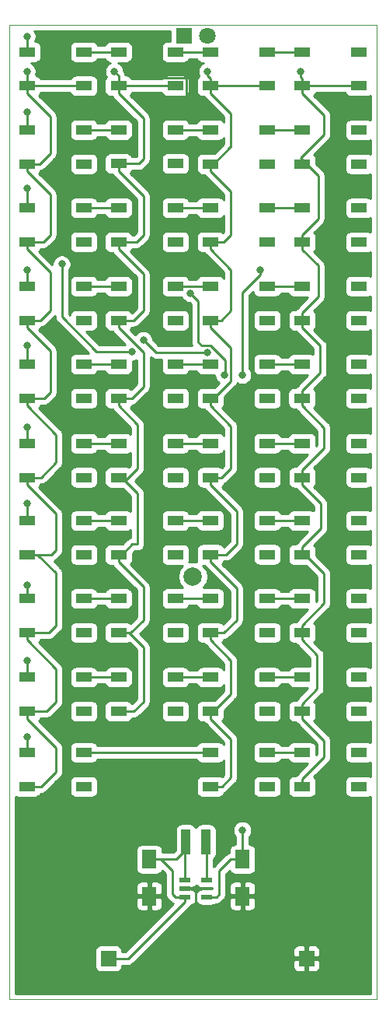
<source format=gbr>
G04 #@! TF.GenerationSoftware,KiCad,Pcbnew,(5.1.0)-1*
G04 #@! TF.CreationDate,2019-03-25T17:59:43+01:00*
G04 #@! TF.ProjectId,jvc_remote,6a76635f-7265-46d6-9f74-652e6b696361,rev?*
G04 #@! TF.SameCoordinates,Original*
G04 #@! TF.FileFunction,Copper,L1,Top*
G04 #@! TF.FilePolarity,Positive*
%FSLAX46Y46*%
G04 Gerber Fmt 4.6, Leading zero omitted, Abs format (unit mm)*
G04 Created by KiCad (PCBNEW (5.1.0)-1) date 2019-03-25 17:59:43*
%MOMM*%
%LPD*%
G04 APERTURE LIST*
%ADD10C,0.050000*%
%ADD11C,2.000000*%
%ADD12R,1.800000X1.100000*%
%ADD13R,1.000000X2.700000*%
%ADD14R,1.600000X2.000000*%
%ADD15R,1.800000X1.800000*%
%ADD16C,1.800000*%
%ADD17R,1.219200X0.508000*%
%ADD18R,1.700000X1.700000*%
%ADD19C,0.800000*%
%ADD20C,0.250000*%
%ADD21C,0.254000*%
G04 APERTURE END LIST*
D10*
X76200000Y-139700000D02*
X76200000Y-33655000D01*
X116205000Y-139700000D02*
X76200000Y-139700000D01*
X116205000Y-33655000D02*
X116205000Y-139700000D01*
X76200000Y-33655000D02*
X116205000Y-33655000D01*
D11*
X96210000Y-93700000D03*
D12*
X108101200Y-112831000D03*
X114301200Y-112831000D03*
X108101200Y-116531000D03*
X114301200Y-116531000D03*
X98093600Y-112831000D03*
X104293600Y-112831000D03*
X98093600Y-116531000D03*
X104293600Y-116531000D03*
X78103800Y-112831000D03*
X84303800Y-112831000D03*
X78103800Y-116531000D03*
X84303800Y-116531000D03*
X108101200Y-104652200D03*
X114301200Y-104652200D03*
X108101200Y-108352200D03*
X114301200Y-108352200D03*
X98093600Y-104652200D03*
X104293600Y-104652200D03*
X98093600Y-108352200D03*
X104293600Y-108352200D03*
X88086000Y-104652200D03*
X94286000Y-104652200D03*
X88086000Y-108352200D03*
X94286000Y-108352200D03*
X78103800Y-104652200D03*
X84303800Y-104652200D03*
X78103800Y-108352200D03*
X84303800Y-108352200D03*
X108101200Y-96092400D03*
X114301200Y-96092400D03*
X108101200Y-99792400D03*
X114301200Y-99792400D03*
X98093600Y-96092400D03*
X104293600Y-96092400D03*
X98093600Y-99792400D03*
X104293600Y-99792400D03*
X88086000Y-96092400D03*
X94286000Y-96092400D03*
X88086000Y-99792400D03*
X94286000Y-99792400D03*
X78103800Y-96092400D03*
X84303800Y-96092400D03*
X78103800Y-99792400D03*
X84303800Y-99792400D03*
X108101200Y-87608800D03*
X114301200Y-87608800D03*
X108101200Y-91308800D03*
X114301200Y-91308800D03*
X98093600Y-87583400D03*
X104293600Y-87583400D03*
X98093600Y-91283400D03*
X104293600Y-91283400D03*
X88086000Y-87608800D03*
X94286000Y-87608800D03*
X88086000Y-91308800D03*
X94286000Y-91308800D03*
X78129200Y-87608800D03*
X84329200Y-87608800D03*
X78129200Y-91308800D03*
X84329200Y-91308800D03*
X108101200Y-79201400D03*
X114301200Y-79201400D03*
X108101200Y-82901400D03*
X114301200Y-82901400D03*
X98093600Y-79201400D03*
X104293600Y-79201400D03*
X98093600Y-82901400D03*
X104293600Y-82901400D03*
X88086000Y-79201400D03*
X94286000Y-79201400D03*
X88086000Y-82901400D03*
X94286000Y-82901400D03*
X78103800Y-79201400D03*
X84303800Y-79201400D03*
X78103800Y-82901400D03*
X84303800Y-82901400D03*
X108075800Y-70590800D03*
X114275800Y-70590800D03*
X108075800Y-74290800D03*
X114275800Y-74290800D03*
X98093600Y-70590800D03*
X104293600Y-70590800D03*
X98093600Y-74290800D03*
X104293600Y-74290800D03*
X88086000Y-70590800D03*
X94286000Y-70590800D03*
X88086000Y-74290800D03*
X94286000Y-74290800D03*
X78103800Y-70590800D03*
X84303800Y-70590800D03*
X78103800Y-74290800D03*
X84303800Y-74290800D03*
X108101200Y-62107200D03*
X114301200Y-62107200D03*
X108101200Y-65807200D03*
X114301200Y-65807200D03*
X98093600Y-62107200D03*
X104293600Y-62107200D03*
X98093600Y-65807200D03*
X104293600Y-65807200D03*
X88086000Y-62107200D03*
X94286000Y-62107200D03*
X88086000Y-65807200D03*
X94286000Y-65807200D03*
X78103800Y-62107200D03*
X84303800Y-62107200D03*
X78103800Y-65807200D03*
X84303800Y-65807200D03*
X108101200Y-53598200D03*
X114301200Y-53598200D03*
X108101200Y-57298200D03*
X114301200Y-57298200D03*
X98093600Y-53572800D03*
X104293600Y-53572800D03*
X98093600Y-57272800D03*
X104293600Y-57272800D03*
X88086000Y-53572800D03*
X94286000Y-53572800D03*
X88086000Y-57272800D03*
X94286000Y-57272800D03*
X78103800Y-53572800D03*
X84303800Y-53572800D03*
X78103800Y-57272800D03*
X84303800Y-57272800D03*
X108101200Y-45114600D03*
X114301200Y-45114600D03*
X108101200Y-48814600D03*
X114301200Y-48814600D03*
X98093600Y-45089200D03*
X104293600Y-45089200D03*
X98093600Y-48789200D03*
X104293600Y-48789200D03*
X88086000Y-45063800D03*
X94286000Y-45063800D03*
X88086000Y-48763800D03*
X94286000Y-48763800D03*
X78103800Y-45089200D03*
X84303800Y-45089200D03*
X78103800Y-48789200D03*
X84303800Y-48789200D03*
X108101200Y-36605600D03*
X114301200Y-36605600D03*
X108101200Y-40305600D03*
X114301200Y-40305600D03*
X98093600Y-36605600D03*
X104293600Y-36605600D03*
X98093600Y-40305600D03*
X104293600Y-40305600D03*
X88086000Y-36605600D03*
X94286000Y-36605600D03*
X88086000Y-40305600D03*
X94286000Y-40305600D03*
X78103800Y-36605600D03*
X84303800Y-36605600D03*
X78103800Y-40305600D03*
X84303800Y-40305600D03*
D13*
X97620000Y-122555000D03*
X95420000Y-122555000D03*
D14*
X91440000Y-124460000D03*
X91440000Y-128460000D03*
X101600000Y-128460000D03*
X101600000Y-124460000D03*
D15*
X95224600Y-34848800D03*
D16*
X97764600Y-34848800D03*
D17*
X95326200Y-126695200D03*
X95326200Y-127635000D03*
X95326200Y-128574800D03*
X97713800Y-128574800D03*
X97713800Y-126695200D03*
D18*
X86995000Y-135255000D03*
X108585000Y-135255000D03*
D19*
X92075000Y-34925000D03*
X96520000Y-43180000D03*
X112395000Y-57150000D03*
X101600000Y-121285000D03*
X81915000Y-59690000D03*
X90805000Y-67945000D03*
X89535000Y-69215000D03*
X97790000Y-69305000D03*
X95885000Y-62865000D03*
X99605000Y-71755000D03*
X101600000Y-71755000D03*
X103505000Y-60325000D03*
X78105000Y-38735000D03*
X78103800Y-34926200D03*
X87630000Y-38735000D03*
X97790000Y-38735000D03*
X107950000Y-38735000D03*
X78105000Y-43180000D03*
X78103800Y-51436200D03*
X78105000Y-60325000D03*
X78105000Y-68580000D03*
X78103800Y-77471200D03*
X78129200Y-85749200D03*
X78105000Y-94615000D03*
X78105000Y-102870000D03*
X78105000Y-111125000D03*
D20*
X85453800Y-36605600D02*
X88086000Y-36605600D01*
X84303800Y-36605600D02*
X85453800Y-36605600D01*
X94286000Y-36605600D02*
X98093600Y-36605600D01*
X104293600Y-36605600D02*
X108101200Y-36605600D01*
X88060600Y-45089200D02*
X88086000Y-45063800D01*
X84303800Y-45089200D02*
X88060600Y-45089200D01*
X98068200Y-45063800D02*
X98093600Y-45089200D01*
X94286000Y-45063800D02*
X98068200Y-45063800D01*
X108075800Y-45089200D02*
X108101200Y-45114600D01*
X104293600Y-45089200D02*
X108075800Y-45089200D01*
X84303800Y-53572800D02*
X88086000Y-53572800D01*
X94286000Y-53572800D02*
X98093600Y-53572800D01*
X108075800Y-53572800D02*
X108101200Y-53598200D01*
X104293600Y-53572800D02*
X108075800Y-53572800D01*
X85453800Y-62107200D02*
X88086000Y-62107200D01*
X84303800Y-62107200D02*
X85453800Y-62107200D01*
X94286000Y-62107200D02*
X98093600Y-62107200D01*
X104293600Y-62107200D02*
X108101200Y-62107200D01*
X84303800Y-70590800D02*
X88086000Y-70590800D01*
X94286000Y-70590800D02*
X98093600Y-70590800D01*
X104293600Y-70590800D02*
X108075800Y-70590800D01*
X84303800Y-79201400D02*
X88086000Y-79201400D01*
X94286000Y-79201400D02*
X98093600Y-79201400D01*
X104293600Y-79201400D02*
X108101200Y-79201400D01*
X84329200Y-87608800D02*
X88086000Y-87608800D01*
X98068200Y-87608800D02*
X98093600Y-87583400D01*
X94286000Y-87608800D02*
X98068200Y-87608800D01*
X108075800Y-87583400D02*
X108101200Y-87608800D01*
X104293600Y-87583400D02*
X108075800Y-87583400D01*
X84303800Y-96092400D02*
X88086000Y-96092400D01*
X94286000Y-96092400D02*
X98093600Y-96092400D01*
X104293600Y-96092400D02*
X108101200Y-96092400D01*
X84303800Y-104652200D02*
X88086000Y-104652200D01*
X94286000Y-104652200D02*
X98093600Y-104652200D01*
X104293600Y-104652200D02*
X108101200Y-104652200D01*
X85453800Y-112831000D02*
X98093600Y-112831000D01*
X84303800Y-112831000D02*
X85453800Y-112831000D01*
X104293600Y-112831000D02*
X108101200Y-112831000D01*
X96185800Y-127635000D02*
X96520000Y-127969200D01*
X95326200Y-127635000D02*
X96185800Y-127635000D01*
X96520000Y-127969200D02*
X96520000Y-130175000D01*
X95446001Y-39430599D02*
X95511001Y-39495599D01*
X93125999Y-39430599D02*
X95446001Y-39430599D01*
X92075000Y-34925000D02*
X92075000Y-38379600D01*
X92075000Y-38379600D02*
X93125999Y-39430599D01*
X95511001Y-39495599D02*
X95511001Y-42171001D01*
X95511001Y-42171001D02*
X96520000Y-43180000D01*
X112395000Y-57150000D02*
X112395000Y-55880000D01*
X97713800Y-128574800D02*
X98755200Y-128574800D01*
X98755200Y-128574800D02*
X99060000Y-128270000D01*
X99060000Y-128270000D02*
X99060000Y-125730000D01*
X100330000Y-124460000D02*
X101600000Y-124460000D01*
X99060000Y-125730000D02*
X100330000Y-124460000D01*
X101600000Y-124460000D02*
X101600000Y-123210000D01*
X101600000Y-123210000D02*
X101600000Y-121285000D01*
X81915000Y-59690000D02*
X81915000Y-65453402D01*
X85676598Y-69215000D02*
X89535000Y-69215000D01*
X81915000Y-65453402D02*
X85676598Y-69215000D01*
X92165000Y-69305000D02*
X90805000Y-67945000D01*
X97790000Y-69305000D02*
X92165000Y-69305000D01*
X95420000Y-123405000D02*
X95420000Y-122555000D01*
X94365000Y-124460000D02*
X95420000Y-123405000D01*
X91440000Y-124460000D02*
X94365000Y-124460000D01*
X95326200Y-122648800D02*
X95420000Y-122555000D01*
X95326200Y-126695200D02*
X95326200Y-122648800D01*
X94304800Y-128574800D02*
X93980000Y-128250000D01*
X95326200Y-128574800D02*
X94304800Y-128574800D01*
X93980000Y-128250000D02*
X93980000Y-125730000D01*
X92710000Y-124460000D02*
X91440000Y-124460000D01*
X93980000Y-125730000D02*
X92710000Y-124460000D01*
X95326200Y-129078800D02*
X95326200Y-128574800D01*
X89150000Y-135255000D02*
X95326200Y-129078800D01*
X86995000Y-135255000D02*
X89150000Y-135255000D01*
X97713800Y-122648800D02*
X97620000Y-122555000D01*
X97713800Y-126695200D02*
X97713800Y-122648800D01*
X96770001Y-63750001D02*
X96770001Y-68195001D01*
X95885000Y-62865000D02*
X96770001Y-63750001D01*
X96770001Y-68195001D02*
X97155000Y-68580000D01*
X98117802Y-68580000D02*
X99695000Y-70157198D01*
X97155000Y-68580000D02*
X98117802Y-68580000D01*
X99695000Y-70157198D02*
X99695000Y-71755000D01*
X99695000Y-71755000D02*
X99605000Y-71755000D01*
X101600000Y-62765798D02*
X103505000Y-60860798D01*
X101600000Y-71755000D02*
X101600000Y-62765798D01*
X103505000Y-60860798D02*
X103505000Y-60325000D01*
X79480800Y-48789200D02*
X78103800Y-48789200D01*
X80645000Y-47625000D02*
X79480800Y-48789200D01*
X80645000Y-43646800D02*
X80645000Y-47625000D01*
X78103800Y-40305600D02*
X78103800Y-41105600D01*
X78103800Y-41105600D02*
X80645000Y-43646800D01*
X79887200Y-57272800D02*
X78103800Y-57272800D01*
X80645000Y-56515000D02*
X79887200Y-57272800D01*
X80645000Y-52130400D02*
X80645000Y-56515000D01*
X78103800Y-48789200D02*
X78103800Y-49589200D01*
X78103800Y-49589200D02*
X80645000Y-52130400D01*
X79607800Y-65807200D02*
X78103800Y-65807200D01*
X80645000Y-64770000D02*
X79607800Y-65807200D01*
X80645000Y-60614000D02*
X80645000Y-64770000D01*
X78103800Y-57272800D02*
X78103800Y-58072800D01*
X78103800Y-58072800D02*
X80645000Y-60614000D01*
X80014200Y-74290800D02*
X78103800Y-74290800D01*
X80645000Y-73660000D02*
X80014200Y-74290800D01*
X80645000Y-69148400D02*
X80645000Y-73660000D01*
X78103800Y-65807200D02*
X78103800Y-66607200D01*
X78103800Y-66607200D02*
X80645000Y-69148400D01*
X78103800Y-75090800D02*
X81280000Y-78267000D01*
X78103800Y-74290800D02*
X78103800Y-75090800D01*
X81280000Y-78267000D02*
X81280000Y-81280000D01*
X79658600Y-82901400D02*
X78103800Y-82901400D01*
X81280000Y-81280000D02*
X79658600Y-82901400D01*
X78103800Y-83701400D02*
X81280000Y-86877600D01*
X78103800Y-82901400D02*
X78103800Y-83701400D01*
X81280000Y-86877600D02*
X81280000Y-90805000D01*
X80776200Y-91308800D02*
X78129200Y-91308800D01*
X81280000Y-90805000D02*
X80776200Y-91308800D01*
X79279200Y-91308800D02*
X81280000Y-93309600D01*
X78129200Y-91308800D02*
X79279200Y-91308800D01*
X81280000Y-93309600D02*
X81280000Y-99060000D01*
X80547600Y-99792400D02*
X78103800Y-99792400D01*
X81280000Y-99060000D02*
X80547600Y-99792400D01*
X78103800Y-100592400D02*
X81280000Y-103768600D01*
X78103800Y-99792400D02*
X78103800Y-100592400D01*
X81280000Y-103768600D02*
X81280000Y-107315000D01*
X80242800Y-108352200D02*
X78103800Y-108352200D01*
X81280000Y-107315000D02*
X80242800Y-108352200D01*
X78103800Y-109152200D02*
X81280000Y-112328400D01*
X78103800Y-108352200D02*
X78103800Y-109152200D01*
X81280000Y-112328400D02*
X81280000Y-114935000D01*
X79684000Y-116531000D02*
X78103800Y-116531000D01*
X81280000Y-114935000D02*
X79684000Y-116531000D01*
X79253800Y-40305600D02*
X84303800Y-40305600D01*
X78103800Y-40305600D02*
X79253800Y-40305600D01*
X78103800Y-40305600D02*
X78103800Y-38736200D01*
X78103800Y-38736200D02*
X78105000Y-38735000D01*
X78103800Y-36605600D02*
X78103800Y-34926200D01*
X90301200Y-48763800D02*
X88086000Y-48763800D01*
X90805000Y-48260000D02*
X90301200Y-48763800D01*
X90805000Y-43824600D02*
X90805000Y-48260000D01*
X88086000Y-40305600D02*
X88086000Y-41105600D01*
X88086000Y-41105600D02*
X90805000Y-43824600D01*
X90047200Y-57272800D02*
X88086000Y-57272800D01*
X90805000Y-56515000D02*
X90047200Y-57272800D01*
X90805000Y-52282800D02*
X90805000Y-56515000D01*
X88086000Y-48763800D02*
X88086000Y-49563800D01*
X88086000Y-49563800D02*
X90805000Y-52282800D01*
X89767800Y-65807200D02*
X88086000Y-65807200D01*
X90805000Y-64770000D02*
X89767800Y-65807200D01*
X90805000Y-60791800D02*
X90805000Y-64770000D01*
X88086000Y-57272800D02*
X88086000Y-58072800D01*
X88086000Y-58072800D02*
X90805000Y-60791800D01*
X88086000Y-66607200D02*
X90805000Y-69326200D01*
X88086000Y-65807200D02*
X88086000Y-66607200D01*
X90805000Y-69326200D02*
X90805000Y-73025000D01*
X89539200Y-74290800D02*
X88086000Y-74290800D01*
X90805000Y-73025000D02*
X89539200Y-74290800D01*
X88616400Y-82901400D02*
X88086000Y-82901400D01*
X88900000Y-83185000D02*
X88616400Y-82901400D01*
X90170000Y-81915000D02*
X88900000Y-83185000D01*
X90170000Y-77174800D02*
X90170000Y-81915000D01*
X88086000Y-74290800D02*
X88086000Y-75090800D01*
X88086000Y-75090800D02*
X90170000Y-77174800D01*
X88436000Y-91308800D02*
X88086000Y-91308800D01*
X89574800Y-90170000D02*
X88436000Y-91308800D01*
X90170000Y-90170000D02*
X89574800Y-90170000D01*
X90170000Y-84635400D02*
X90170000Y-90170000D01*
X88436000Y-82901400D02*
X90170000Y-84635400D01*
X88086000Y-82901400D02*
X88436000Y-82901400D01*
X88086000Y-92108800D02*
X90805000Y-94827800D01*
X88086000Y-91308800D02*
X88086000Y-92108800D01*
X90805000Y-94827800D02*
X90805000Y-98425000D01*
X89437600Y-99792400D02*
X88086000Y-99792400D01*
X90805000Y-98425000D02*
X89437600Y-99792400D01*
X89767800Y-108352200D02*
X88086000Y-108352200D01*
X90805000Y-107315000D02*
X89767800Y-108352200D01*
X90805000Y-101361400D02*
X90805000Y-107315000D01*
X88086000Y-99792400D02*
X89236000Y-99792400D01*
X89236000Y-99792400D02*
X90805000Y-101361400D01*
X88086000Y-40305600D02*
X88086000Y-39191000D01*
X88086000Y-39191000D02*
X87630000Y-38735000D01*
X89236000Y-40305600D02*
X94286000Y-40305600D01*
X88086000Y-40305600D02*
X89236000Y-40305600D01*
X98093600Y-41105600D02*
X100330000Y-43342000D01*
X98093600Y-40305600D02*
X98093600Y-41105600D01*
X100330000Y-43342000D02*
X100330000Y-46990000D01*
X98443600Y-48789200D02*
X98093600Y-48789200D01*
X100242800Y-46990000D02*
X98443600Y-48789200D01*
X100330000Y-46990000D02*
X100242800Y-46990000D01*
X99572200Y-57272800D02*
X98093600Y-57272800D01*
X100330000Y-56515000D02*
X99572200Y-57272800D01*
X100330000Y-51825600D02*
X100330000Y-56515000D01*
X98093600Y-48789200D02*
X98093600Y-49589200D01*
X98093600Y-49589200D02*
X100330000Y-51825600D01*
X99292800Y-65807200D02*
X98093600Y-65807200D01*
X100330000Y-64770000D02*
X99292800Y-65807200D01*
X100330000Y-60309200D02*
X100330000Y-64770000D01*
X98093600Y-57272800D02*
X98093600Y-58072800D01*
X98093600Y-58072800D02*
X100330000Y-60309200D01*
X98443600Y-74290800D02*
X98093600Y-74290800D01*
X100330000Y-72404400D02*
X98443600Y-74290800D01*
X100330000Y-68843600D02*
X100330000Y-72404400D01*
X98093600Y-66607200D02*
X100330000Y-68843600D01*
X98093600Y-65807200D02*
X98093600Y-66607200D01*
X99343600Y-82901400D02*
X98093600Y-82901400D01*
X100330000Y-81915000D02*
X99343600Y-82901400D01*
X100330000Y-77327200D02*
X100330000Y-81915000D01*
X98093600Y-74290800D02*
X98093600Y-75090800D01*
X98093600Y-75090800D02*
X100330000Y-77327200D01*
X99851600Y-91283400D02*
X98093600Y-91283400D01*
X100965000Y-90170000D02*
X99851600Y-91283400D01*
X100965000Y-86572800D02*
X100965000Y-90170000D01*
X98093600Y-82901400D02*
X98093600Y-83701400D01*
X98093600Y-83701400D02*
X100965000Y-86572800D01*
X98093600Y-92083400D02*
X100965000Y-94954800D01*
X98093600Y-91283400D02*
X98093600Y-92083400D01*
X100965000Y-94954800D02*
X100965000Y-98425000D01*
X99597600Y-99792400D02*
X98093600Y-99792400D01*
X100965000Y-98425000D02*
X99597600Y-99792400D01*
X98443600Y-108352200D02*
X98093600Y-108352200D01*
X100330000Y-106465800D02*
X98443600Y-108352200D01*
X100330000Y-102828800D02*
X100330000Y-106465800D01*
X98093600Y-100592400D02*
X100330000Y-102828800D01*
X98093600Y-99792400D02*
X98093600Y-100592400D01*
X98093600Y-109152200D02*
X100330000Y-111388600D01*
X98093600Y-108352200D02*
X98093600Y-109152200D01*
X100330000Y-111388600D02*
X100330000Y-115570000D01*
X99369000Y-116531000D02*
X98093600Y-116531000D01*
X100330000Y-115570000D02*
X99369000Y-116531000D01*
X98093600Y-39505600D02*
X97790000Y-39202000D01*
X98093600Y-40305600D02*
X98093600Y-39505600D01*
X97790000Y-39202000D02*
X97790000Y-38735000D01*
X98093600Y-40305600D02*
X104293600Y-40305600D01*
X108101200Y-41105600D02*
X110490000Y-43494400D01*
X108101200Y-40305600D02*
X108101200Y-41105600D01*
X110490000Y-45625800D02*
X107950000Y-48165800D01*
X110490000Y-43494400D02*
X110490000Y-45625800D01*
X108101200Y-56498200D02*
X108101200Y-57298200D01*
X109855000Y-54744400D02*
X108101200Y-56498200D01*
X109855000Y-50070800D02*
X109855000Y-54744400D01*
X107950000Y-48165800D02*
X109855000Y-50070800D01*
X108101200Y-58098200D02*
X109855000Y-59852000D01*
X108101200Y-57298200D02*
X108101200Y-58098200D01*
X108101200Y-65007200D02*
X108101200Y-65807200D01*
X109855000Y-63253400D02*
X108101200Y-65007200D01*
X109855000Y-59852000D02*
X109855000Y-63253400D01*
X108101200Y-66607200D02*
X110074000Y-68580000D01*
X108101200Y-65807200D02*
X108101200Y-66607200D01*
X108075800Y-73490800D02*
X108075800Y-74290800D01*
X110074000Y-71492600D02*
X108075800Y-73490800D01*
X110074000Y-68580000D02*
X110074000Y-71492600D01*
X108075800Y-75090800D02*
X110490000Y-77505000D01*
X108075800Y-74290800D02*
X108075800Y-75090800D01*
X108101200Y-82101400D02*
X108101200Y-82901400D01*
X110490000Y-79712600D02*
X108101200Y-82101400D01*
X110490000Y-77505000D02*
X110490000Y-79712600D01*
X108101200Y-83701400D02*
X110124800Y-85725000D01*
X108101200Y-82901400D02*
X108101200Y-83701400D01*
X108101200Y-90508800D02*
X108101200Y-91308800D01*
X110124800Y-88485200D02*
X108101200Y-90508800D01*
X110124800Y-85725000D02*
X110124800Y-88485200D01*
X108451200Y-91308800D02*
X110490000Y-93347600D01*
X108101200Y-91308800D02*
X108451200Y-91308800D01*
X108101200Y-98992400D02*
X108101200Y-99792400D01*
X110490000Y-96603600D02*
X108101200Y-98992400D01*
X110490000Y-93347600D02*
X110490000Y-96603600D01*
X108101200Y-100592400D02*
X109743800Y-102235000D01*
X108101200Y-99792400D02*
X108101200Y-100592400D01*
X108101200Y-107552200D02*
X108101200Y-108352200D01*
X109743800Y-105909600D02*
X108101200Y-107552200D01*
X109743800Y-102235000D02*
X109743800Y-105909600D01*
X108101200Y-109152200D02*
X110490000Y-111541000D01*
X108101200Y-108352200D02*
X108101200Y-109152200D01*
X108101200Y-115731000D02*
X108101200Y-116531000D01*
X110490000Y-113342200D02*
X108101200Y-115731000D01*
X110490000Y-111541000D02*
X110490000Y-113342200D01*
X108101200Y-39505600D02*
X107950000Y-39354400D01*
X108101200Y-40305600D02*
X108101200Y-39505600D01*
X107950000Y-39354400D02*
X107950000Y-38735000D01*
X108101200Y-40305600D02*
X114301200Y-40305600D01*
X78103800Y-43181200D02*
X78105000Y-43180000D01*
X78103800Y-45089200D02*
X78103800Y-43181200D01*
X78103800Y-53572800D02*
X78103800Y-51436200D01*
X78103800Y-62107200D02*
X78103800Y-60326200D01*
X78103800Y-60326200D02*
X78105000Y-60325000D01*
X78103800Y-70590800D02*
X78103800Y-68581200D01*
X78103800Y-68581200D02*
X78105000Y-68580000D01*
X78103800Y-79201400D02*
X78103800Y-77471200D01*
X78129200Y-87608800D02*
X78129200Y-85749200D01*
X78103800Y-96092400D02*
X78103800Y-94616200D01*
X78103800Y-94616200D02*
X78105000Y-94615000D01*
X78103800Y-104652200D02*
X78103800Y-102871200D01*
X78103800Y-102871200D02*
X78105000Y-102870000D01*
X78103800Y-112831000D02*
X78103800Y-111126200D01*
X78103800Y-111126200D02*
X78105000Y-111125000D01*
D21*
G36*
X112811698Y-41099780D02*
G01*
X112870663Y-41210094D01*
X112950015Y-41306785D01*
X113046706Y-41386137D01*
X113157020Y-41445102D01*
X113276718Y-41481412D01*
X113401200Y-41493672D01*
X115201200Y-41493672D01*
X115325682Y-41481412D01*
X115445380Y-41445102D01*
X115545000Y-41391853D01*
X115545000Y-44028347D01*
X115445380Y-43975098D01*
X115325682Y-43938788D01*
X115201200Y-43926528D01*
X113401200Y-43926528D01*
X113276718Y-43938788D01*
X113157020Y-43975098D01*
X113046706Y-44034063D01*
X112950015Y-44113415D01*
X112870663Y-44210106D01*
X112811698Y-44320420D01*
X112775388Y-44440118D01*
X112763128Y-44564600D01*
X112763128Y-45664600D01*
X112775388Y-45789082D01*
X112811698Y-45908780D01*
X112870663Y-46019094D01*
X112950015Y-46115785D01*
X113046706Y-46195137D01*
X113157020Y-46254102D01*
X113276718Y-46290412D01*
X113401200Y-46302672D01*
X115201200Y-46302672D01*
X115325682Y-46290412D01*
X115445380Y-46254102D01*
X115545000Y-46200853D01*
X115545000Y-47728347D01*
X115445380Y-47675098D01*
X115325682Y-47638788D01*
X115201200Y-47626528D01*
X113401200Y-47626528D01*
X113276718Y-47638788D01*
X113157020Y-47675098D01*
X113046706Y-47734063D01*
X112950015Y-47813415D01*
X112870663Y-47910106D01*
X112811698Y-48020420D01*
X112775388Y-48140118D01*
X112763128Y-48264600D01*
X112763128Y-49364600D01*
X112775388Y-49489082D01*
X112811698Y-49608780D01*
X112870663Y-49719094D01*
X112950015Y-49815785D01*
X113046706Y-49895137D01*
X113157020Y-49954102D01*
X113276718Y-49990412D01*
X113401200Y-50002672D01*
X115201200Y-50002672D01*
X115325682Y-49990412D01*
X115445380Y-49954102D01*
X115545000Y-49900853D01*
X115545000Y-52511947D01*
X115445380Y-52458698D01*
X115325682Y-52422388D01*
X115201200Y-52410128D01*
X113401200Y-52410128D01*
X113276718Y-52422388D01*
X113157020Y-52458698D01*
X113046706Y-52517663D01*
X112950015Y-52597015D01*
X112870663Y-52693706D01*
X112811698Y-52804020D01*
X112775388Y-52923718D01*
X112763128Y-53048200D01*
X112763128Y-54148200D01*
X112775388Y-54272682D01*
X112811698Y-54392380D01*
X112870663Y-54502694D01*
X112950015Y-54599385D01*
X113046706Y-54678737D01*
X113157020Y-54737702D01*
X113276718Y-54774012D01*
X113401200Y-54786272D01*
X115201200Y-54786272D01*
X115325682Y-54774012D01*
X115445380Y-54737702D01*
X115545000Y-54684453D01*
X115545000Y-56211947D01*
X115445380Y-56158698D01*
X115325682Y-56122388D01*
X115201200Y-56110128D01*
X113401200Y-56110128D01*
X113276718Y-56122388D01*
X113157020Y-56158698D01*
X113046706Y-56217663D01*
X112950015Y-56297015D01*
X112870663Y-56393706D01*
X112811698Y-56504020D01*
X112775388Y-56623718D01*
X112763128Y-56748200D01*
X112763128Y-57848200D01*
X112775388Y-57972682D01*
X112811698Y-58092380D01*
X112870663Y-58202694D01*
X112950015Y-58299385D01*
X113046706Y-58378737D01*
X113157020Y-58437702D01*
X113276718Y-58474012D01*
X113401200Y-58486272D01*
X115201200Y-58486272D01*
X115325682Y-58474012D01*
X115445380Y-58437702D01*
X115545000Y-58384453D01*
X115545000Y-61020947D01*
X115445380Y-60967698D01*
X115325682Y-60931388D01*
X115201200Y-60919128D01*
X113401200Y-60919128D01*
X113276718Y-60931388D01*
X113157020Y-60967698D01*
X113046706Y-61026663D01*
X112950015Y-61106015D01*
X112870663Y-61202706D01*
X112811698Y-61313020D01*
X112775388Y-61432718D01*
X112763128Y-61557200D01*
X112763128Y-62657200D01*
X112775388Y-62781682D01*
X112811698Y-62901380D01*
X112870663Y-63011694D01*
X112950015Y-63108385D01*
X113046706Y-63187737D01*
X113157020Y-63246702D01*
X113276718Y-63283012D01*
X113401200Y-63295272D01*
X115201200Y-63295272D01*
X115325682Y-63283012D01*
X115445380Y-63246702D01*
X115545000Y-63193453D01*
X115545000Y-64720947D01*
X115445380Y-64667698D01*
X115325682Y-64631388D01*
X115201200Y-64619128D01*
X113401200Y-64619128D01*
X113276718Y-64631388D01*
X113157020Y-64667698D01*
X113046706Y-64726663D01*
X112950015Y-64806015D01*
X112870663Y-64902706D01*
X112811698Y-65013020D01*
X112775388Y-65132718D01*
X112763128Y-65257200D01*
X112763128Y-66357200D01*
X112775388Y-66481682D01*
X112811698Y-66601380D01*
X112870663Y-66711694D01*
X112950015Y-66808385D01*
X113046706Y-66887737D01*
X113157020Y-66946702D01*
X113276718Y-66983012D01*
X113401200Y-66995272D01*
X115201200Y-66995272D01*
X115325682Y-66983012D01*
X115445380Y-66946702D01*
X115545000Y-66893453D01*
X115545000Y-69522332D01*
X115530294Y-69510263D01*
X115419980Y-69451298D01*
X115300282Y-69414988D01*
X115175800Y-69402728D01*
X113375800Y-69402728D01*
X113251318Y-69414988D01*
X113131620Y-69451298D01*
X113021306Y-69510263D01*
X112924615Y-69589615D01*
X112845263Y-69686306D01*
X112786298Y-69796620D01*
X112749988Y-69916318D01*
X112737728Y-70040800D01*
X112737728Y-71140800D01*
X112749988Y-71265282D01*
X112786298Y-71384980D01*
X112845263Y-71495294D01*
X112924615Y-71591985D01*
X113021306Y-71671337D01*
X113131620Y-71730302D01*
X113251318Y-71766612D01*
X113375800Y-71778872D01*
X115175800Y-71778872D01*
X115300282Y-71766612D01*
X115419980Y-71730302D01*
X115530294Y-71671337D01*
X115545000Y-71659268D01*
X115545000Y-73222332D01*
X115530294Y-73210263D01*
X115419980Y-73151298D01*
X115300282Y-73114988D01*
X115175800Y-73102728D01*
X113375800Y-73102728D01*
X113251318Y-73114988D01*
X113131620Y-73151298D01*
X113021306Y-73210263D01*
X112924615Y-73289615D01*
X112845263Y-73386306D01*
X112786298Y-73496620D01*
X112749988Y-73616318D01*
X112737728Y-73740800D01*
X112737728Y-74840800D01*
X112749988Y-74965282D01*
X112786298Y-75084980D01*
X112845263Y-75195294D01*
X112924615Y-75291985D01*
X113021306Y-75371337D01*
X113131620Y-75430302D01*
X113251318Y-75466612D01*
X113375800Y-75478872D01*
X115175800Y-75478872D01*
X115300282Y-75466612D01*
X115419980Y-75430302D01*
X115530294Y-75371337D01*
X115545000Y-75359268D01*
X115545000Y-78115147D01*
X115445380Y-78061898D01*
X115325682Y-78025588D01*
X115201200Y-78013328D01*
X113401200Y-78013328D01*
X113276718Y-78025588D01*
X113157020Y-78061898D01*
X113046706Y-78120863D01*
X112950015Y-78200215D01*
X112870663Y-78296906D01*
X112811698Y-78407220D01*
X112775388Y-78526918D01*
X112763128Y-78651400D01*
X112763128Y-79751400D01*
X112775388Y-79875882D01*
X112811698Y-79995580D01*
X112870663Y-80105894D01*
X112950015Y-80202585D01*
X113046706Y-80281937D01*
X113157020Y-80340902D01*
X113276718Y-80377212D01*
X113401200Y-80389472D01*
X115201200Y-80389472D01*
X115325682Y-80377212D01*
X115445380Y-80340902D01*
X115545000Y-80287653D01*
X115545000Y-81815147D01*
X115445380Y-81761898D01*
X115325682Y-81725588D01*
X115201200Y-81713328D01*
X113401200Y-81713328D01*
X113276718Y-81725588D01*
X113157020Y-81761898D01*
X113046706Y-81820863D01*
X112950015Y-81900215D01*
X112870663Y-81996906D01*
X112811698Y-82107220D01*
X112775388Y-82226918D01*
X112763128Y-82351400D01*
X112763128Y-83451400D01*
X112775388Y-83575882D01*
X112811698Y-83695580D01*
X112870663Y-83805894D01*
X112950015Y-83902585D01*
X113046706Y-83981937D01*
X113157020Y-84040902D01*
X113276718Y-84077212D01*
X113401200Y-84089472D01*
X115201200Y-84089472D01*
X115325682Y-84077212D01*
X115445380Y-84040902D01*
X115545000Y-83987653D01*
X115545000Y-86522547D01*
X115445380Y-86469298D01*
X115325682Y-86432988D01*
X115201200Y-86420728D01*
X113401200Y-86420728D01*
X113276718Y-86432988D01*
X113157020Y-86469298D01*
X113046706Y-86528263D01*
X112950015Y-86607615D01*
X112870663Y-86704306D01*
X112811698Y-86814620D01*
X112775388Y-86934318D01*
X112763128Y-87058800D01*
X112763128Y-88158800D01*
X112775388Y-88283282D01*
X112811698Y-88402980D01*
X112870663Y-88513294D01*
X112950015Y-88609985D01*
X113046706Y-88689337D01*
X113157020Y-88748302D01*
X113276718Y-88784612D01*
X113401200Y-88796872D01*
X115201200Y-88796872D01*
X115325682Y-88784612D01*
X115445380Y-88748302D01*
X115545001Y-88695053D01*
X115545001Y-90222547D01*
X115445380Y-90169298D01*
X115325682Y-90132988D01*
X115201200Y-90120728D01*
X113401200Y-90120728D01*
X113276718Y-90132988D01*
X113157020Y-90169298D01*
X113046706Y-90228263D01*
X112950015Y-90307615D01*
X112870663Y-90404306D01*
X112811698Y-90514620D01*
X112775388Y-90634318D01*
X112763128Y-90758800D01*
X112763128Y-91858800D01*
X112775388Y-91983282D01*
X112811698Y-92102980D01*
X112870663Y-92213294D01*
X112950015Y-92309985D01*
X113046706Y-92389337D01*
X113157020Y-92448302D01*
X113276718Y-92484612D01*
X113401200Y-92496872D01*
X115201200Y-92496872D01*
X115325682Y-92484612D01*
X115445380Y-92448302D01*
X115545001Y-92395053D01*
X115545001Y-95006147D01*
X115445380Y-94952898D01*
X115325682Y-94916588D01*
X115201200Y-94904328D01*
X113401200Y-94904328D01*
X113276718Y-94916588D01*
X113157020Y-94952898D01*
X113046706Y-95011863D01*
X112950015Y-95091215D01*
X112870663Y-95187906D01*
X112811698Y-95298220D01*
X112775388Y-95417918D01*
X112763128Y-95542400D01*
X112763128Y-96642400D01*
X112775388Y-96766882D01*
X112811698Y-96886580D01*
X112870663Y-96996894D01*
X112950015Y-97093585D01*
X113046706Y-97172937D01*
X113157020Y-97231902D01*
X113276718Y-97268212D01*
X113401200Y-97280472D01*
X115201200Y-97280472D01*
X115325682Y-97268212D01*
X115445380Y-97231902D01*
X115545001Y-97178653D01*
X115545001Y-98706147D01*
X115445380Y-98652898D01*
X115325682Y-98616588D01*
X115201200Y-98604328D01*
X113401200Y-98604328D01*
X113276718Y-98616588D01*
X113157020Y-98652898D01*
X113046706Y-98711863D01*
X112950015Y-98791215D01*
X112870663Y-98887906D01*
X112811698Y-98998220D01*
X112775388Y-99117918D01*
X112763128Y-99242400D01*
X112763128Y-100342400D01*
X112775388Y-100466882D01*
X112811698Y-100586580D01*
X112870663Y-100696894D01*
X112950015Y-100793585D01*
X113046706Y-100872937D01*
X113157020Y-100931902D01*
X113276718Y-100968212D01*
X113401200Y-100980472D01*
X115201200Y-100980472D01*
X115325682Y-100968212D01*
X115445380Y-100931902D01*
X115545001Y-100878653D01*
X115545001Y-103565947D01*
X115445380Y-103512698D01*
X115325682Y-103476388D01*
X115201200Y-103464128D01*
X113401200Y-103464128D01*
X113276718Y-103476388D01*
X113157020Y-103512698D01*
X113046706Y-103571663D01*
X112950015Y-103651015D01*
X112870663Y-103747706D01*
X112811698Y-103858020D01*
X112775388Y-103977718D01*
X112763128Y-104102200D01*
X112763128Y-105202200D01*
X112775388Y-105326682D01*
X112811698Y-105446380D01*
X112870663Y-105556694D01*
X112950015Y-105653385D01*
X113046706Y-105732737D01*
X113157020Y-105791702D01*
X113276718Y-105828012D01*
X113401200Y-105840272D01*
X115201200Y-105840272D01*
X115325682Y-105828012D01*
X115445380Y-105791702D01*
X115545001Y-105738453D01*
X115545001Y-107265947D01*
X115445380Y-107212698D01*
X115325682Y-107176388D01*
X115201200Y-107164128D01*
X113401200Y-107164128D01*
X113276718Y-107176388D01*
X113157020Y-107212698D01*
X113046706Y-107271663D01*
X112950015Y-107351015D01*
X112870663Y-107447706D01*
X112811698Y-107558020D01*
X112775388Y-107677718D01*
X112763128Y-107802200D01*
X112763128Y-108902200D01*
X112775388Y-109026682D01*
X112811698Y-109146380D01*
X112870663Y-109256694D01*
X112950015Y-109353385D01*
X113046706Y-109432737D01*
X113157020Y-109491702D01*
X113276718Y-109528012D01*
X113401200Y-109540272D01*
X115201200Y-109540272D01*
X115325682Y-109528012D01*
X115445380Y-109491702D01*
X115545001Y-109438453D01*
X115545001Y-111744747D01*
X115445380Y-111691498D01*
X115325682Y-111655188D01*
X115201200Y-111642928D01*
X113401200Y-111642928D01*
X113276718Y-111655188D01*
X113157020Y-111691498D01*
X113046706Y-111750463D01*
X112950015Y-111829815D01*
X112870663Y-111926506D01*
X112811698Y-112036820D01*
X112775388Y-112156518D01*
X112763128Y-112281000D01*
X112763128Y-113381000D01*
X112775388Y-113505482D01*
X112811698Y-113625180D01*
X112870663Y-113735494D01*
X112950015Y-113832185D01*
X113046706Y-113911537D01*
X113157020Y-113970502D01*
X113276718Y-114006812D01*
X113401200Y-114019072D01*
X115201200Y-114019072D01*
X115325682Y-114006812D01*
X115445380Y-113970502D01*
X115545001Y-113917253D01*
X115545001Y-115444747D01*
X115445380Y-115391498D01*
X115325682Y-115355188D01*
X115201200Y-115342928D01*
X113401200Y-115342928D01*
X113276718Y-115355188D01*
X113157020Y-115391498D01*
X113046706Y-115450463D01*
X112950015Y-115529815D01*
X112870663Y-115626506D01*
X112811698Y-115736820D01*
X112775388Y-115856518D01*
X112763128Y-115981000D01*
X112763128Y-117081000D01*
X112775388Y-117205482D01*
X112811698Y-117325180D01*
X112870663Y-117435494D01*
X112950015Y-117532185D01*
X113046706Y-117611537D01*
X113157020Y-117670502D01*
X113276718Y-117706812D01*
X113401200Y-117719072D01*
X115201200Y-117719072D01*
X115325682Y-117706812D01*
X115445380Y-117670502D01*
X115545001Y-117617253D01*
X115545001Y-139040000D01*
X76860000Y-139040000D01*
X76860000Y-134405000D01*
X85506928Y-134405000D01*
X85506928Y-136105000D01*
X85519188Y-136229482D01*
X85555498Y-136349180D01*
X85614463Y-136459494D01*
X85693815Y-136556185D01*
X85790506Y-136635537D01*
X85900820Y-136694502D01*
X86020518Y-136730812D01*
X86145000Y-136743072D01*
X87845000Y-136743072D01*
X87969482Y-136730812D01*
X88089180Y-136694502D01*
X88199494Y-136635537D01*
X88296185Y-136556185D01*
X88375537Y-136459494D01*
X88434502Y-136349180D01*
X88470812Y-136229482D01*
X88483072Y-136105000D01*
X107096928Y-136105000D01*
X107109188Y-136229482D01*
X107145498Y-136349180D01*
X107204463Y-136459494D01*
X107283815Y-136556185D01*
X107380506Y-136635537D01*
X107490820Y-136694502D01*
X107610518Y-136730812D01*
X107735000Y-136743072D01*
X108299250Y-136740000D01*
X108458000Y-136581250D01*
X108458000Y-135382000D01*
X108712000Y-135382000D01*
X108712000Y-136581250D01*
X108870750Y-136740000D01*
X109435000Y-136743072D01*
X109559482Y-136730812D01*
X109679180Y-136694502D01*
X109789494Y-136635537D01*
X109886185Y-136556185D01*
X109965537Y-136459494D01*
X110024502Y-136349180D01*
X110060812Y-136229482D01*
X110073072Y-136105000D01*
X110070000Y-135540750D01*
X109911250Y-135382000D01*
X108712000Y-135382000D01*
X108458000Y-135382000D01*
X107258750Y-135382000D01*
X107100000Y-135540750D01*
X107096928Y-136105000D01*
X88483072Y-136105000D01*
X88483072Y-136015000D01*
X89112678Y-136015000D01*
X89150000Y-136018676D01*
X89187322Y-136015000D01*
X89187333Y-136015000D01*
X89298986Y-136004003D01*
X89442247Y-135960546D01*
X89574276Y-135889974D01*
X89690001Y-135795001D01*
X89713804Y-135765997D01*
X91074801Y-134405000D01*
X107096928Y-134405000D01*
X107100000Y-134969250D01*
X107258750Y-135128000D01*
X108458000Y-135128000D01*
X108458000Y-133928750D01*
X108712000Y-133928750D01*
X108712000Y-135128000D01*
X109911250Y-135128000D01*
X110070000Y-134969250D01*
X110073072Y-134405000D01*
X110060812Y-134280518D01*
X110024502Y-134160820D01*
X109965537Y-134050506D01*
X109886185Y-133953815D01*
X109789494Y-133874463D01*
X109679180Y-133815498D01*
X109559482Y-133779188D01*
X109435000Y-133766928D01*
X108870750Y-133770000D01*
X108712000Y-133928750D01*
X108458000Y-133928750D01*
X108299250Y-133770000D01*
X107735000Y-133766928D01*
X107610518Y-133779188D01*
X107490820Y-133815498D01*
X107380506Y-133874463D01*
X107283815Y-133953815D01*
X107204463Y-134050506D01*
X107145498Y-134160820D01*
X107109188Y-134280518D01*
X107096928Y-134405000D01*
X91074801Y-134405000D01*
X95837204Y-129642598D01*
X95866201Y-129618801D01*
X95961174Y-129503076D01*
X95983011Y-129462222D01*
X96060282Y-129454612D01*
X96179980Y-129418302D01*
X96290294Y-129359337D01*
X96386985Y-129279985D01*
X96466337Y-129183294D01*
X96520000Y-129082899D01*
X96573663Y-129183294D01*
X96653015Y-129279985D01*
X96749706Y-129359337D01*
X96860020Y-129418302D01*
X96979718Y-129454612D01*
X97104200Y-129466872D01*
X98323400Y-129466872D01*
X98393174Y-129460000D01*
X100161928Y-129460000D01*
X100174188Y-129584482D01*
X100210498Y-129704180D01*
X100269463Y-129814494D01*
X100348815Y-129911185D01*
X100445506Y-129990537D01*
X100555820Y-130049502D01*
X100675518Y-130085812D01*
X100800000Y-130098072D01*
X101314250Y-130095000D01*
X101473000Y-129936250D01*
X101473000Y-128587000D01*
X101727000Y-128587000D01*
X101727000Y-129936250D01*
X101885750Y-130095000D01*
X102400000Y-130098072D01*
X102524482Y-130085812D01*
X102644180Y-130049502D01*
X102754494Y-129990537D01*
X102851185Y-129911185D01*
X102930537Y-129814494D01*
X102989502Y-129704180D01*
X103025812Y-129584482D01*
X103038072Y-129460000D01*
X103035000Y-128745750D01*
X102876250Y-128587000D01*
X101727000Y-128587000D01*
X101473000Y-128587000D01*
X100323750Y-128587000D01*
X100165000Y-128745750D01*
X100161928Y-129460000D01*
X98393174Y-129460000D01*
X98447882Y-129454612D01*
X98567580Y-129418302D01*
X98677894Y-129359337D01*
X98707793Y-129334800D01*
X98717878Y-129334800D01*
X98755200Y-129338476D01*
X98792522Y-129334800D01*
X98792533Y-129334800D01*
X98904186Y-129323803D01*
X99047447Y-129280346D01*
X99179476Y-129209774D01*
X99295201Y-129114801D01*
X99319004Y-129085797D01*
X99570998Y-128833803D01*
X99600001Y-128810001D01*
X99694974Y-128694276D01*
X99765546Y-128562247D01*
X99809003Y-128418986D01*
X99820000Y-128307333D01*
X99820000Y-128307324D01*
X99823676Y-128270001D01*
X99820000Y-128232678D01*
X99820000Y-127460000D01*
X100161928Y-127460000D01*
X100165000Y-128174250D01*
X100323750Y-128333000D01*
X101473000Y-128333000D01*
X101473000Y-126983750D01*
X101727000Y-126983750D01*
X101727000Y-128333000D01*
X102876250Y-128333000D01*
X103035000Y-128174250D01*
X103038072Y-127460000D01*
X103025812Y-127335518D01*
X102989502Y-127215820D01*
X102930537Y-127105506D01*
X102851185Y-127008815D01*
X102754494Y-126929463D01*
X102644180Y-126870498D01*
X102524482Y-126834188D01*
X102400000Y-126821928D01*
X101885750Y-126825000D01*
X101727000Y-126983750D01*
X101473000Y-126983750D01*
X101314250Y-126825000D01*
X100800000Y-126821928D01*
X100675518Y-126834188D01*
X100555820Y-126870498D01*
X100445506Y-126929463D01*
X100348815Y-127008815D01*
X100269463Y-127105506D01*
X100210498Y-127215820D01*
X100174188Y-127335518D01*
X100161928Y-127460000D01*
X99820000Y-127460000D01*
X99820000Y-126044801D01*
X100198890Y-125665912D01*
X100210498Y-125704180D01*
X100269463Y-125814494D01*
X100348815Y-125911185D01*
X100445506Y-125990537D01*
X100555820Y-126049502D01*
X100675518Y-126085812D01*
X100800000Y-126098072D01*
X102400000Y-126098072D01*
X102524482Y-126085812D01*
X102644180Y-126049502D01*
X102754494Y-125990537D01*
X102851185Y-125911185D01*
X102930537Y-125814494D01*
X102989502Y-125704180D01*
X103025812Y-125584482D01*
X103038072Y-125460000D01*
X103038072Y-123460000D01*
X103025812Y-123335518D01*
X102989502Y-123215820D01*
X102930537Y-123105506D01*
X102851185Y-123008815D01*
X102754494Y-122929463D01*
X102644180Y-122870498D01*
X102524482Y-122834188D01*
X102400000Y-122821928D01*
X102360000Y-122821928D01*
X102360000Y-121988711D01*
X102403937Y-121944774D01*
X102517205Y-121775256D01*
X102595226Y-121586898D01*
X102635000Y-121386939D01*
X102635000Y-121183061D01*
X102595226Y-120983102D01*
X102517205Y-120794744D01*
X102403937Y-120625226D01*
X102259774Y-120481063D01*
X102090256Y-120367795D01*
X101901898Y-120289774D01*
X101701939Y-120250000D01*
X101498061Y-120250000D01*
X101298102Y-120289774D01*
X101109744Y-120367795D01*
X100940226Y-120481063D01*
X100796063Y-120625226D01*
X100682795Y-120794744D01*
X100604774Y-120983102D01*
X100565000Y-121183061D01*
X100565000Y-121386939D01*
X100604774Y-121586898D01*
X100682795Y-121775256D01*
X100796063Y-121944774D01*
X100840001Y-121988712D01*
X100840000Y-122821928D01*
X100800000Y-122821928D01*
X100675518Y-122834188D01*
X100555820Y-122870498D01*
X100445506Y-122929463D01*
X100348815Y-123008815D01*
X100269463Y-123105506D01*
X100210498Y-123215820D01*
X100174188Y-123335518D01*
X100161928Y-123460000D01*
X100161928Y-123716787D01*
X100037753Y-123754454D01*
X99905724Y-123825026D01*
X99789999Y-123919999D01*
X99766201Y-123948997D01*
X98548998Y-125166201D01*
X98520000Y-125189999D01*
X98496202Y-125218997D01*
X98496201Y-125218998D01*
X98473800Y-125246293D01*
X98473800Y-124435908D01*
X98474494Y-124435537D01*
X98571185Y-124356185D01*
X98650537Y-124259494D01*
X98709502Y-124149180D01*
X98745812Y-124029482D01*
X98758072Y-123905000D01*
X98758072Y-121205000D01*
X98745812Y-121080518D01*
X98709502Y-120960820D01*
X98650537Y-120850506D01*
X98571185Y-120753815D01*
X98474494Y-120674463D01*
X98364180Y-120615498D01*
X98244482Y-120579188D01*
X98120000Y-120566928D01*
X97120000Y-120566928D01*
X96995518Y-120579188D01*
X96875820Y-120615498D01*
X96765506Y-120674463D01*
X96668815Y-120753815D01*
X96589463Y-120850506D01*
X96530498Y-120960820D01*
X96520000Y-120995427D01*
X96509502Y-120960820D01*
X96450537Y-120850506D01*
X96371185Y-120753815D01*
X96274494Y-120674463D01*
X96164180Y-120615498D01*
X96044482Y-120579188D01*
X95920000Y-120566928D01*
X94920000Y-120566928D01*
X94795518Y-120579188D01*
X94675820Y-120615498D01*
X94565506Y-120674463D01*
X94468815Y-120753815D01*
X94389463Y-120850506D01*
X94330498Y-120960820D01*
X94294188Y-121080518D01*
X94281928Y-121205000D01*
X94281928Y-123468271D01*
X94050199Y-123700000D01*
X92878072Y-123700000D01*
X92878072Y-123460000D01*
X92865812Y-123335518D01*
X92829502Y-123215820D01*
X92770537Y-123105506D01*
X92691185Y-123008815D01*
X92594494Y-122929463D01*
X92484180Y-122870498D01*
X92364482Y-122834188D01*
X92240000Y-122821928D01*
X90640000Y-122821928D01*
X90515518Y-122834188D01*
X90395820Y-122870498D01*
X90285506Y-122929463D01*
X90188815Y-123008815D01*
X90109463Y-123105506D01*
X90050498Y-123215820D01*
X90014188Y-123335518D01*
X90001928Y-123460000D01*
X90001928Y-125460000D01*
X90014188Y-125584482D01*
X90050498Y-125704180D01*
X90109463Y-125814494D01*
X90188815Y-125911185D01*
X90285506Y-125990537D01*
X90395820Y-126049502D01*
X90515518Y-126085812D01*
X90640000Y-126098072D01*
X92240000Y-126098072D01*
X92364482Y-126085812D01*
X92484180Y-126049502D01*
X92594494Y-125990537D01*
X92691185Y-125911185D01*
X92770537Y-125814494D01*
X92829502Y-125704180D01*
X92841110Y-125665912D01*
X93220001Y-126044803D01*
X93220000Y-128212677D01*
X93216324Y-128250000D01*
X93220000Y-128287322D01*
X93220000Y-128287332D01*
X93230997Y-128398985D01*
X93266751Y-128516851D01*
X93274454Y-128542246D01*
X93345026Y-128674276D01*
X93361439Y-128694275D01*
X93439999Y-128790001D01*
X93469003Y-128813804D01*
X93740996Y-129085797D01*
X93764799Y-129114801D01*
X93880524Y-129209774D01*
X93914220Y-129227785D01*
X94012553Y-129280346D01*
X94041171Y-129289027D01*
X88835199Y-134495000D01*
X88483072Y-134495000D01*
X88483072Y-134405000D01*
X88470812Y-134280518D01*
X88434502Y-134160820D01*
X88375537Y-134050506D01*
X88296185Y-133953815D01*
X88199494Y-133874463D01*
X88089180Y-133815498D01*
X87969482Y-133779188D01*
X87845000Y-133766928D01*
X86145000Y-133766928D01*
X86020518Y-133779188D01*
X85900820Y-133815498D01*
X85790506Y-133874463D01*
X85693815Y-133953815D01*
X85614463Y-134050506D01*
X85555498Y-134160820D01*
X85519188Y-134280518D01*
X85506928Y-134405000D01*
X76860000Y-134405000D01*
X76860000Y-129460000D01*
X90001928Y-129460000D01*
X90014188Y-129584482D01*
X90050498Y-129704180D01*
X90109463Y-129814494D01*
X90188815Y-129911185D01*
X90285506Y-129990537D01*
X90395820Y-130049502D01*
X90515518Y-130085812D01*
X90640000Y-130098072D01*
X91154250Y-130095000D01*
X91313000Y-129936250D01*
X91313000Y-128587000D01*
X91567000Y-128587000D01*
X91567000Y-129936250D01*
X91725750Y-130095000D01*
X92240000Y-130098072D01*
X92364482Y-130085812D01*
X92484180Y-130049502D01*
X92594494Y-129990537D01*
X92691185Y-129911185D01*
X92770537Y-129814494D01*
X92829502Y-129704180D01*
X92865812Y-129584482D01*
X92878072Y-129460000D01*
X92875000Y-128745750D01*
X92716250Y-128587000D01*
X91567000Y-128587000D01*
X91313000Y-128587000D01*
X90163750Y-128587000D01*
X90005000Y-128745750D01*
X90001928Y-129460000D01*
X76860000Y-129460000D01*
X76860000Y-127460000D01*
X90001928Y-127460000D01*
X90005000Y-128174250D01*
X90163750Y-128333000D01*
X91313000Y-128333000D01*
X91313000Y-126983750D01*
X91567000Y-126983750D01*
X91567000Y-128333000D01*
X92716250Y-128333000D01*
X92875000Y-128174250D01*
X92878072Y-127460000D01*
X92865812Y-127335518D01*
X92829502Y-127215820D01*
X92770537Y-127105506D01*
X92691185Y-127008815D01*
X92594494Y-126929463D01*
X92484180Y-126870498D01*
X92364482Y-126834188D01*
X92240000Y-126821928D01*
X91725750Y-126825000D01*
X91567000Y-126983750D01*
X91313000Y-126983750D01*
X91154250Y-126825000D01*
X90640000Y-126821928D01*
X90515518Y-126834188D01*
X90395820Y-126870498D01*
X90285506Y-126929463D01*
X90188815Y-127008815D01*
X90109463Y-127105506D01*
X90050498Y-127215820D01*
X90014188Y-127335518D01*
X90001928Y-127460000D01*
X76860000Y-127460000D01*
X76860000Y-117617253D01*
X76959620Y-117670502D01*
X77079318Y-117706812D01*
X77203800Y-117719072D01*
X79003800Y-117719072D01*
X79128282Y-117706812D01*
X79247980Y-117670502D01*
X79358294Y-117611537D01*
X79454985Y-117532185D01*
X79534337Y-117435494D01*
X79593302Y-117325180D01*
X79603670Y-117291000D01*
X79646678Y-117291000D01*
X79684000Y-117294676D01*
X79721322Y-117291000D01*
X79721333Y-117291000D01*
X79832986Y-117280003D01*
X79976247Y-117236546D01*
X80108276Y-117165974D01*
X80224001Y-117071001D01*
X80247804Y-117041997D01*
X81308801Y-115981000D01*
X82765728Y-115981000D01*
X82765728Y-117081000D01*
X82777988Y-117205482D01*
X82814298Y-117325180D01*
X82873263Y-117435494D01*
X82952615Y-117532185D01*
X83049306Y-117611537D01*
X83159620Y-117670502D01*
X83279318Y-117706812D01*
X83403800Y-117719072D01*
X85203800Y-117719072D01*
X85328282Y-117706812D01*
X85447980Y-117670502D01*
X85558294Y-117611537D01*
X85654985Y-117532185D01*
X85734337Y-117435494D01*
X85793302Y-117325180D01*
X85829612Y-117205482D01*
X85841872Y-117081000D01*
X85841872Y-115981000D01*
X85829612Y-115856518D01*
X85793302Y-115736820D01*
X85734337Y-115626506D01*
X85654985Y-115529815D01*
X85558294Y-115450463D01*
X85447980Y-115391498D01*
X85328282Y-115355188D01*
X85203800Y-115342928D01*
X83403800Y-115342928D01*
X83279318Y-115355188D01*
X83159620Y-115391498D01*
X83049306Y-115450463D01*
X82952615Y-115529815D01*
X82873263Y-115626506D01*
X82814298Y-115736820D01*
X82777988Y-115856518D01*
X82765728Y-115981000D01*
X81308801Y-115981000D01*
X81791003Y-115498799D01*
X81820001Y-115475001D01*
X81914974Y-115359276D01*
X81985546Y-115227247D01*
X82029003Y-115083986D01*
X82040000Y-114972333D01*
X82040000Y-114972323D01*
X82043676Y-114935000D01*
X82040000Y-114897677D01*
X82040000Y-112365722D01*
X82043676Y-112328399D01*
X82040000Y-112291076D01*
X82040000Y-112291067D01*
X82029003Y-112179414D01*
X81985546Y-112036153D01*
X81978822Y-112023573D01*
X81914974Y-111904123D01*
X81843799Y-111817397D01*
X81820001Y-111788399D01*
X81791004Y-111764602D01*
X79413682Y-109387281D01*
X79454985Y-109353385D01*
X79534337Y-109256694D01*
X79593302Y-109146380D01*
X79603670Y-109112200D01*
X80205478Y-109112200D01*
X80242800Y-109115876D01*
X80280122Y-109112200D01*
X80280133Y-109112200D01*
X80391786Y-109101203D01*
X80535047Y-109057746D01*
X80667076Y-108987174D01*
X80782801Y-108892201D01*
X80806604Y-108863198D01*
X81791003Y-107878799D01*
X81820001Y-107855001D01*
X81863333Y-107802200D01*
X82765728Y-107802200D01*
X82765728Y-108902200D01*
X82777988Y-109026682D01*
X82814298Y-109146380D01*
X82873263Y-109256694D01*
X82952615Y-109353385D01*
X83049306Y-109432737D01*
X83159620Y-109491702D01*
X83279318Y-109528012D01*
X83403800Y-109540272D01*
X85203800Y-109540272D01*
X85328282Y-109528012D01*
X85447980Y-109491702D01*
X85558294Y-109432737D01*
X85654985Y-109353385D01*
X85734337Y-109256694D01*
X85793302Y-109146380D01*
X85829612Y-109026682D01*
X85841872Y-108902200D01*
X85841872Y-107802200D01*
X85829612Y-107677718D01*
X85793302Y-107558020D01*
X85734337Y-107447706D01*
X85654985Y-107351015D01*
X85558294Y-107271663D01*
X85447980Y-107212698D01*
X85328282Y-107176388D01*
X85203800Y-107164128D01*
X83403800Y-107164128D01*
X83279318Y-107176388D01*
X83159620Y-107212698D01*
X83049306Y-107271663D01*
X82952615Y-107351015D01*
X82873263Y-107447706D01*
X82814298Y-107558020D01*
X82777988Y-107677718D01*
X82765728Y-107802200D01*
X81863333Y-107802200D01*
X81914974Y-107739276D01*
X81985546Y-107607247D01*
X82029003Y-107463986D01*
X82040000Y-107352333D01*
X82040000Y-107352324D01*
X82043676Y-107315001D01*
X82040000Y-107277678D01*
X82040000Y-104102200D01*
X82765728Y-104102200D01*
X82765728Y-105202200D01*
X82777988Y-105326682D01*
X82814298Y-105446380D01*
X82873263Y-105556694D01*
X82952615Y-105653385D01*
X83049306Y-105732737D01*
X83159620Y-105791702D01*
X83279318Y-105828012D01*
X83403800Y-105840272D01*
X85203800Y-105840272D01*
X85328282Y-105828012D01*
X85447980Y-105791702D01*
X85558294Y-105732737D01*
X85654985Y-105653385D01*
X85734337Y-105556694D01*
X85793302Y-105446380D01*
X85803670Y-105412200D01*
X86586130Y-105412200D01*
X86596498Y-105446380D01*
X86655463Y-105556694D01*
X86734815Y-105653385D01*
X86831506Y-105732737D01*
X86941820Y-105791702D01*
X87061518Y-105828012D01*
X87186000Y-105840272D01*
X88986000Y-105840272D01*
X89110482Y-105828012D01*
X89230180Y-105791702D01*
X89340494Y-105732737D01*
X89437185Y-105653385D01*
X89516537Y-105556694D01*
X89575502Y-105446380D01*
X89611812Y-105326682D01*
X89624072Y-105202200D01*
X89624072Y-104102200D01*
X89611812Y-103977718D01*
X89575502Y-103858020D01*
X89516537Y-103747706D01*
X89437185Y-103651015D01*
X89340494Y-103571663D01*
X89230180Y-103512698D01*
X89110482Y-103476388D01*
X88986000Y-103464128D01*
X87186000Y-103464128D01*
X87061518Y-103476388D01*
X86941820Y-103512698D01*
X86831506Y-103571663D01*
X86734815Y-103651015D01*
X86655463Y-103747706D01*
X86596498Y-103858020D01*
X86586130Y-103892200D01*
X85803670Y-103892200D01*
X85793302Y-103858020D01*
X85734337Y-103747706D01*
X85654985Y-103651015D01*
X85558294Y-103571663D01*
X85447980Y-103512698D01*
X85328282Y-103476388D01*
X85203800Y-103464128D01*
X83403800Y-103464128D01*
X83279318Y-103476388D01*
X83159620Y-103512698D01*
X83049306Y-103571663D01*
X82952615Y-103651015D01*
X82873263Y-103747706D01*
X82814298Y-103858020D01*
X82777988Y-103977718D01*
X82765728Y-104102200D01*
X82040000Y-104102200D01*
X82040000Y-103805922D01*
X82043676Y-103768599D01*
X82040000Y-103731276D01*
X82040000Y-103731267D01*
X82029003Y-103619614D01*
X81985546Y-103476353D01*
X81934579Y-103381002D01*
X81914974Y-103344323D01*
X81843799Y-103257597D01*
X81820001Y-103228599D01*
X81791004Y-103204802D01*
X79413682Y-100827481D01*
X79454985Y-100793585D01*
X79534337Y-100696894D01*
X79593302Y-100586580D01*
X79603670Y-100552400D01*
X80510278Y-100552400D01*
X80547600Y-100556076D01*
X80584922Y-100552400D01*
X80584933Y-100552400D01*
X80696586Y-100541403D01*
X80839847Y-100497946D01*
X80971876Y-100427374D01*
X81087601Y-100332401D01*
X81111403Y-100303398D01*
X81791002Y-99623799D01*
X81820001Y-99600001D01*
X81875479Y-99532401D01*
X81914974Y-99484277D01*
X81985546Y-99352247D01*
X82007037Y-99281398D01*
X82018866Y-99242400D01*
X82765728Y-99242400D01*
X82765728Y-100342400D01*
X82777988Y-100466882D01*
X82814298Y-100586580D01*
X82873263Y-100696894D01*
X82952615Y-100793585D01*
X83049306Y-100872937D01*
X83159620Y-100931902D01*
X83279318Y-100968212D01*
X83403800Y-100980472D01*
X85203800Y-100980472D01*
X85328282Y-100968212D01*
X85447980Y-100931902D01*
X85558294Y-100872937D01*
X85654985Y-100793585D01*
X85734337Y-100696894D01*
X85793302Y-100586580D01*
X85829612Y-100466882D01*
X85841872Y-100342400D01*
X85841872Y-99242400D01*
X85829612Y-99117918D01*
X85793302Y-98998220D01*
X85734337Y-98887906D01*
X85654985Y-98791215D01*
X85558294Y-98711863D01*
X85447980Y-98652898D01*
X85328282Y-98616588D01*
X85203800Y-98604328D01*
X83403800Y-98604328D01*
X83279318Y-98616588D01*
X83159620Y-98652898D01*
X83049306Y-98711863D01*
X82952615Y-98791215D01*
X82873263Y-98887906D01*
X82814298Y-98998220D01*
X82777988Y-99117918D01*
X82765728Y-99242400D01*
X82018866Y-99242400D01*
X82029003Y-99208986D01*
X82040000Y-99097333D01*
X82040000Y-99097323D01*
X82043676Y-99060001D01*
X82040000Y-99022678D01*
X82040000Y-95542400D01*
X82765728Y-95542400D01*
X82765728Y-96642400D01*
X82777988Y-96766882D01*
X82814298Y-96886580D01*
X82873263Y-96996894D01*
X82952615Y-97093585D01*
X83049306Y-97172937D01*
X83159620Y-97231902D01*
X83279318Y-97268212D01*
X83403800Y-97280472D01*
X85203800Y-97280472D01*
X85328282Y-97268212D01*
X85447980Y-97231902D01*
X85558294Y-97172937D01*
X85654985Y-97093585D01*
X85734337Y-96996894D01*
X85793302Y-96886580D01*
X85803670Y-96852400D01*
X86586130Y-96852400D01*
X86596498Y-96886580D01*
X86655463Y-96996894D01*
X86734815Y-97093585D01*
X86831506Y-97172937D01*
X86941820Y-97231902D01*
X87061518Y-97268212D01*
X87186000Y-97280472D01*
X88986000Y-97280472D01*
X89110482Y-97268212D01*
X89230180Y-97231902D01*
X89340494Y-97172937D01*
X89437185Y-97093585D01*
X89516537Y-96996894D01*
X89575502Y-96886580D01*
X89611812Y-96766882D01*
X89624072Y-96642400D01*
X89624072Y-95542400D01*
X89611812Y-95417918D01*
X89575502Y-95298220D01*
X89516537Y-95187906D01*
X89437185Y-95091215D01*
X89340494Y-95011863D01*
X89230180Y-94952898D01*
X89110482Y-94916588D01*
X88986000Y-94904328D01*
X87186000Y-94904328D01*
X87061518Y-94916588D01*
X86941820Y-94952898D01*
X86831506Y-95011863D01*
X86734815Y-95091215D01*
X86655463Y-95187906D01*
X86596498Y-95298220D01*
X86586130Y-95332400D01*
X85803670Y-95332400D01*
X85793302Y-95298220D01*
X85734337Y-95187906D01*
X85654985Y-95091215D01*
X85558294Y-95011863D01*
X85447980Y-94952898D01*
X85328282Y-94916588D01*
X85203800Y-94904328D01*
X83403800Y-94904328D01*
X83279318Y-94916588D01*
X83159620Y-94952898D01*
X83049306Y-95011863D01*
X82952615Y-95091215D01*
X82873263Y-95187906D01*
X82814298Y-95298220D01*
X82777988Y-95417918D01*
X82765728Y-95542400D01*
X82040000Y-95542400D01*
X82040000Y-93346922D01*
X82043676Y-93309599D01*
X82040000Y-93272276D01*
X82040000Y-93272267D01*
X82029003Y-93160614D01*
X81985546Y-93017353D01*
X81914974Y-92885324D01*
X81871543Y-92832403D01*
X81843799Y-92798596D01*
X81843795Y-92798592D01*
X81820001Y-92769599D01*
X81791009Y-92745806D01*
X81061619Y-92016417D01*
X81068447Y-92014346D01*
X81200476Y-91943774D01*
X81316201Y-91848801D01*
X81340004Y-91819797D01*
X81790997Y-91368804D01*
X81820001Y-91345001D01*
X81914974Y-91229276D01*
X81985546Y-91097247D01*
X82029003Y-90953986D01*
X82040000Y-90842333D01*
X82040000Y-90842325D01*
X82043676Y-90805000D01*
X82040000Y-90767675D01*
X82040000Y-90758800D01*
X82791128Y-90758800D01*
X82791128Y-91858800D01*
X82803388Y-91983282D01*
X82839698Y-92102980D01*
X82898663Y-92213294D01*
X82978015Y-92309985D01*
X83074706Y-92389337D01*
X83185020Y-92448302D01*
X83304718Y-92484612D01*
X83429200Y-92496872D01*
X85229200Y-92496872D01*
X85353682Y-92484612D01*
X85473380Y-92448302D01*
X85583694Y-92389337D01*
X85680385Y-92309985D01*
X85759737Y-92213294D01*
X85818702Y-92102980D01*
X85855012Y-91983282D01*
X85867272Y-91858800D01*
X85867272Y-90758800D01*
X85855012Y-90634318D01*
X85818702Y-90514620D01*
X85759737Y-90404306D01*
X85680385Y-90307615D01*
X85583694Y-90228263D01*
X85473380Y-90169298D01*
X85353682Y-90132988D01*
X85229200Y-90120728D01*
X83429200Y-90120728D01*
X83304718Y-90132988D01*
X83185020Y-90169298D01*
X83074706Y-90228263D01*
X82978015Y-90307615D01*
X82898663Y-90404306D01*
X82839698Y-90514620D01*
X82803388Y-90634318D01*
X82791128Y-90758800D01*
X82040000Y-90758800D01*
X82040000Y-86914922D01*
X82043676Y-86877599D01*
X82040000Y-86840276D01*
X82040000Y-86840267D01*
X82029003Y-86728614D01*
X81985546Y-86585353D01*
X81958881Y-86535467D01*
X81914974Y-86453323D01*
X81843799Y-86366597D01*
X81820001Y-86337599D01*
X81791004Y-86313802D01*
X79413682Y-83936481D01*
X79454985Y-83902585D01*
X79534337Y-83805894D01*
X79593302Y-83695580D01*
X79603670Y-83661400D01*
X79621278Y-83661400D01*
X79658600Y-83665076D01*
X79695922Y-83661400D01*
X79695933Y-83661400D01*
X79807586Y-83650403D01*
X79950847Y-83606946D01*
X80082876Y-83536374D01*
X80198601Y-83441401D01*
X80222404Y-83412397D01*
X81283401Y-82351400D01*
X82765728Y-82351400D01*
X82765728Y-83451400D01*
X82777988Y-83575882D01*
X82814298Y-83695580D01*
X82873263Y-83805894D01*
X82952615Y-83902585D01*
X83049306Y-83981937D01*
X83159620Y-84040902D01*
X83279318Y-84077212D01*
X83403800Y-84089472D01*
X85203800Y-84089472D01*
X85328282Y-84077212D01*
X85447980Y-84040902D01*
X85558294Y-83981937D01*
X85654985Y-83902585D01*
X85734337Y-83805894D01*
X85793302Y-83695580D01*
X85829612Y-83575882D01*
X85841872Y-83451400D01*
X85841872Y-82351400D01*
X85829612Y-82226918D01*
X85793302Y-82107220D01*
X85734337Y-81996906D01*
X85654985Y-81900215D01*
X85558294Y-81820863D01*
X85447980Y-81761898D01*
X85328282Y-81725588D01*
X85203800Y-81713328D01*
X83403800Y-81713328D01*
X83279318Y-81725588D01*
X83159620Y-81761898D01*
X83049306Y-81820863D01*
X82952615Y-81900215D01*
X82873263Y-81996906D01*
X82814298Y-82107220D01*
X82777988Y-82226918D01*
X82765728Y-82351400D01*
X81283401Y-82351400D01*
X81791003Y-81843799D01*
X81820001Y-81820001D01*
X81914974Y-81704276D01*
X81985546Y-81572247D01*
X82029003Y-81428986D01*
X82040000Y-81317333D01*
X82040000Y-81317323D01*
X82043676Y-81280000D01*
X82040000Y-81242677D01*
X82040000Y-78304322D01*
X82043676Y-78266999D01*
X82040000Y-78229676D01*
X82040000Y-78229667D01*
X82029003Y-78118014D01*
X81985546Y-77974753D01*
X81935084Y-77880346D01*
X81914974Y-77842723D01*
X81843799Y-77755997D01*
X81820001Y-77726999D01*
X81791004Y-77703202D01*
X79413682Y-75325881D01*
X79454985Y-75291985D01*
X79534337Y-75195294D01*
X79593302Y-75084980D01*
X79603670Y-75050800D01*
X79976878Y-75050800D01*
X80014200Y-75054476D01*
X80051522Y-75050800D01*
X80051533Y-75050800D01*
X80163186Y-75039803D01*
X80306447Y-74996346D01*
X80438476Y-74925774D01*
X80554201Y-74830801D01*
X80578003Y-74801798D01*
X81156002Y-74223800D01*
X81185001Y-74200001D01*
X81232754Y-74141814D01*
X81279974Y-74084277D01*
X81350546Y-73952247D01*
X81394003Y-73808986D01*
X81400718Y-73740800D01*
X82765728Y-73740800D01*
X82765728Y-74840800D01*
X82777988Y-74965282D01*
X82814298Y-75084980D01*
X82873263Y-75195294D01*
X82952615Y-75291985D01*
X83049306Y-75371337D01*
X83159620Y-75430302D01*
X83279318Y-75466612D01*
X83403800Y-75478872D01*
X85203800Y-75478872D01*
X85328282Y-75466612D01*
X85447980Y-75430302D01*
X85558294Y-75371337D01*
X85654985Y-75291985D01*
X85734337Y-75195294D01*
X85793302Y-75084980D01*
X85829612Y-74965282D01*
X85841872Y-74840800D01*
X85841872Y-73740800D01*
X85829612Y-73616318D01*
X85793302Y-73496620D01*
X85734337Y-73386306D01*
X85654985Y-73289615D01*
X85558294Y-73210263D01*
X85447980Y-73151298D01*
X85328282Y-73114988D01*
X85203800Y-73102728D01*
X83403800Y-73102728D01*
X83279318Y-73114988D01*
X83159620Y-73151298D01*
X83049306Y-73210263D01*
X82952615Y-73289615D01*
X82873263Y-73386306D01*
X82814298Y-73496620D01*
X82777988Y-73616318D01*
X82765728Y-73740800D01*
X81400718Y-73740800D01*
X81405000Y-73697333D01*
X81405000Y-73697323D01*
X81408676Y-73660000D01*
X81405000Y-73622677D01*
X81405000Y-69185733D01*
X81408677Y-69148400D01*
X81394003Y-68999414D01*
X81350546Y-68856153D01*
X81279974Y-68724124D01*
X81208799Y-68637397D01*
X81185001Y-68608399D01*
X81156004Y-68584602D01*
X79413682Y-66842281D01*
X79454985Y-66808385D01*
X79534337Y-66711694D01*
X79593302Y-66601380D01*
X79602707Y-66570374D01*
X79607800Y-66570876D01*
X79645122Y-66567200D01*
X79645133Y-66567200D01*
X79756786Y-66556203D01*
X79900047Y-66512746D01*
X80032076Y-66442174D01*
X80147801Y-66347201D01*
X80171604Y-66318198D01*
X81155001Y-65334801D01*
X81155001Y-65416070D01*
X81151324Y-65453402D01*
X81155001Y-65490735D01*
X81160563Y-65547201D01*
X81165998Y-65602387D01*
X81209454Y-65745648D01*
X81280026Y-65877678D01*
X81344456Y-65956185D01*
X81375000Y-65993403D01*
X81403998Y-66017201D01*
X84789524Y-69402728D01*
X83403800Y-69402728D01*
X83279318Y-69414988D01*
X83159620Y-69451298D01*
X83049306Y-69510263D01*
X82952615Y-69589615D01*
X82873263Y-69686306D01*
X82814298Y-69796620D01*
X82777988Y-69916318D01*
X82765728Y-70040800D01*
X82765728Y-71140800D01*
X82777988Y-71265282D01*
X82814298Y-71384980D01*
X82873263Y-71495294D01*
X82952615Y-71591985D01*
X83049306Y-71671337D01*
X83159620Y-71730302D01*
X83279318Y-71766612D01*
X83403800Y-71778872D01*
X85203800Y-71778872D01*
X85328282Y-71766612D01*
X85447980Y-71730302D01*
X85558294Y-71671337D01*
X85654985Y-71591985D01*
X85734337Y-71495294D01*
X85793302Y-71384980D01*
X85803670Y-71350800D01*
X86586130Y-71350800D01*
X86596498Y-71384980D01*
X86655463Y-71495294D01*
X86734815Y-71591985D01*
X86831506Y-71671337D01*
X86941820Y-71730302D01*
X87061518Y-71766612D01*
X87186000Y-71778872D01*
X88986000Y-71778872D01*
X89110482Y-71766612D01*
X89230180Y-71730302D01*
X89340494Y-71671337D01*
X89437185Y-71591985D01*
X89516537Y-71495294D01*
X89575502Y-71384980D01*
X89611812Y-71265282D01*
X89624072Y-71140800D01*
X89624072Y-70250000D01*
X89636939Y-70250000D01*
X89836898Y-70210226D01*
X90025256Y-70132205D01*
X90045000Y-70119012D01*
X90045001Y-72710197D01*
X89449986Y-73305213D01*
X89437185Y-73289615D01*
X89340494Y-73210263D01*
X89230180Y-73151298D01*
X89110482Y-73114988D01*
X88986000Y-73102728D01*
X87186000Y-73102728D01*
X87061518Y-73114988D01*
X86941820Y-73151298D01*
X86831506Y-73210263D01*
X86734815Y-73289615D01*
X86655463Y-73386306D01*
X86596498Y-73496620D01*
X86560188Y-73616318D01*
X86547928Y-73740800D01*
X86547928Y-74840800D01*
X86560188Y-74965282D01*
X86596498Y-75084980D01*
X86655463Y-75195294D01*
X86734815Y-75291985D01*
X86831506Y-75371337D01*
X86941820Y-75430302D01*
X87061518Y-75466612D01*
X87186000Y-75478872D01*
X87431674Y-75478872D01*
X87451026Y-75515076D01*
X87522201Y-75601802D01*
X87546000Y-75630801D01*
X87574998Y-75654599D01*
X89410000Y-77489602D01*
X89410000Y-78177905D01*
X89340494Y-78120863D01*
X89230180Y-78061898D01*
X89110482Y-78025588D01*
X88986000Y-78013328D01*
X87186000Y-78013328D01*
X87061518Y-78025588D01*
X86941820Y-78061898D01*
X86831506Y-78120863D01*
X86734815Y-78200215D01*
X86655463Y-78296906D01*
X86596498Y-78407220D01*
X86586130Y-78441400D01*
X85803670Y-78441400D01*
X85793302Y-78407220D01*
X85734337Y-78296906D01*
X85654985Y-78200215D01*
X85558294Y-78120863D01*
X85447980Y-78061898D01*
X85328282Y-78025588D01*
X85203800Y-78013328D01*
X83403800Y-78013328D01*
X83279318Y-78025588D01*
X83159620Y-78061898D01*
X83049306Y-78120863D01*
X82952615Y-78200215D01*
X82873263Y-78296906D01*
X82814298Y-78407220D01*
X82777988Y-78526918D01*
X82765728Y-78651400D01*
X82765728Y-79751400D01*
X82777988Y-79875882D01*
X82814298Y-79995580D01*
X82873263Y-80105894D01*
X82952615Y-80202585D01*
X83049306Y-80281937D01*
X83159620Y-80340902D01*
X83279318Y-80377212D01*
X83403800Y-80389472D01*
X85203800Y-80389472D01*
X85328282Y-80377212D01*
X85447980Y-80340902D01*
X85558294Y-80281937D01*
X85654985Y-80202585D01*
X85734337Y-80105894D01*
X85793302Y-79995580D01*
X85803670Y-79961400D01*
X86586130Y-79961400D01*
X86596498Y-79995580D01*
X86655463Y-80105894D01*
X86734815Y-80202585D01*
X86831506Y-80281937D01*
X86941820Y-80340902D01*
X87061518Y-80377212D01*
X87186000Y-80389472D01*
X88986000Y-80389472D01*
X89110482Y-80377212D01*
X89230180Y-80340902D01*
X89340494Y-80281937D01*
X89410001Y-80224895D01*
X89410001Y-81600197D01*
X89241988Y-81768210D01*
X89230180Y-81761898D01*
X89110482Y-81725588D01*
X88986000Y-81713328D01*
X87186000Y-81713328D01*
X87061518Y-81725588D01*
X86941820Y-81761898D01*
X86831506Y-81820863D01*
X86734815Y-81900215D01*
X86655463Y-81996906D01*
X86596498Y-82107220D01*
X86560188Y-82226918D01*
X86547928Y-82351400D01*
X86547928Y-83451400D01*
X86560188Y-83575882D01*
X86596498Y-83695580D01*
X86655463Y-83805894D01*
X86734815Y-83902585D01*
X86831506Y-83981937D01*
X86941820Y-84040902D01*
X87061518Y-84077212D01*
X87186000Y-84089472D01*
X88549271Y-84089472D01*
X89410000Y-84950202D01*
X89410000Y-86585305D01*
X89340494Y-86528263D01*
X89230180Y-86469298D01*
X89110482Y-86432988D01*
X88986000Y-86420728D01*
X87186000Y-86420728D01*
X87061518Y-86432988D01*
X86941820Y-86469298D01*
X86831506Y-86528263D01*
X86734815Y-86607615D01*
X86655463Y-86704306D01*
X86596498Y-86814620D01*
X86586130Y-86848800D01*
X85829070Y-86848800D01*
X85818702Y-86814620D01*
X85759737Y-86704306D01*
X85680385Y-86607615D01*
X85583694Y-86528263D01*
X85473380Y-86469298D01*
X85353682Y-86432988D01*
X85229200Y-86420728D01*
X83429200Y-86420728D01*
X83304718Y-86432988D01*
X83185020Y-86469298D01*
X83074706Y-86528263D01*
X82978015Y-86607615D01*
X82898663Y-86704306D01*
X82839698Y-86814620D01*
X82803388Y-86934318D01*
X82791128Y-87058800D01*
X82791128Y-88158800D01*
X82803388Y-88283282D01*
X82839698Y-88402980D01*
X82898663Y-88513294D01*
X82978015Y-88609985D01*
X83074706Y-88689337D01*
X83185020Y-88748302D01*
X83304718Y-88784612D01*
X83429200Y-88796872D01*
X85229200Y-88796872D01*
X85353682Y-88784612D01*
X85473380Y-88748302D01*
X85583694Y-88689337D01*
X85680385Y-88609985D01*
X85759737Y-88513294D01*
X85818702Y-88402980D01*
X85829070Y-88368800D01*
X86586130Y-88368800D01*
X86596498Y-88402980D01*
X86655463Y-88513294D01*
X86734815Y-88609985D01*
X86831506Y-88689337D01*
X86941820Y-88748302D01*
X87061518Y-88784612D01*
X87186000Y-88796872D01*
X88986000Y-88796872D01*
X89110482Y-88784612D01*
X89230180Y-88748302D01*
X89340494Y-88689337D01*
X89410001Y-88632294D01*
X89410001Y-89425794D01*
X89282553Y-89464454D01*
X89150524Y-89535026D01*
X89150522Y-89535027D01*
X89150523Y-89535027D01*
X89063796Y-89606201D01*
X89063792Y-89606205D01*
X89034799Y-89629999D01*
X89011005Y-89658992D01*
X88549270Y-90120728D01*
X87186000Y-90120728D01*
X87061518Y-90132988D01*
X86941820Y-90169298D01*
X86831506Y-90228263D01*
X86734815Y-90307615D01*
X86655463Y-90404306D01*
X86596498Y-90514620D01*
X86560188Y-90634318D01*
X86547928Y-90758800D01*
X86547928Y-91858800D01*
X86560188Y-91983282D01*
X86596498Y-92102980D01*
X86655463Y-92213294D01*
X86734815Y-92309985D01*
X86831506Y-92389337D01*
X86941820Y-92448302D01*
X87061518Y-92484612D01*
X87186000Y-92496872D01*
X87431674Y-92496872D01*
X87451026Y-92533076D01*
X87509277Y-92604054D01*
X87546000Y-92648801D01*
X87574998Y-92672599D01*
X90045000Y-95142602D01*
X90045001Y-98110197D01*
X89396979Y-98758219D01*
X89340494Y-98711863D01*
X89230180Y-98652898D01*
X89110482Y-98616588D01*
X88986000Y-98604328D01*
X87186000Y-98604328D01*
X87061518Y-98616588D01*
X86941820Y-98652898D01*
X86831506Y-98711863D01*
X86734815Y-98791215D01*
X86655463Y-98887906D01*
X86596498Y-98998220D01*
X86560188Y-99117918D01*
X86547928Y-99242400D01*
X86547928Y-100342400D01*
X86560188Y-100466882D01*
X86596498Y-100586580D01*
X86655463Y-100696894D01*
X86734815Y-100793585D01*
X86831506Y-100872937D01*
X86941820Y-100931902D01*
X87061518Y-100968212D01*
X87186000Y-100980472D01*
X88986000Y-100980472D01*
X89110482Y-100968212D01*
X89230180Y-100931902D01*
X89276136Y-100907338D01*
X90045000Y-101676202D01*
X90045001Y-107000197D01*
X89544736Y-107500462D01*
X89516537Y-107447706D01*
X89437185Y-107351015D01*
X89340494Y-107271663D01*
X89230180Y-107212698D01*
X89110482Y-107176388D01*
X88986000Y-107164128D01*
X87186000Y-107164128D01*
X87061518Y-107176388D01*
X86941820Y-107212698D01*
X86831506Y-107271663D01*
X86734815Y-107351015D01*
X86655463Y-107447706D01*
X86596498Y-107558020D01*
X86560188Y-107677718D01*
X86547928Y-107802200D01*
X86547928Y-108902200D01*
X86560188Y-109026682D01*
X86596498Y-109146380D01*
X86655463Y-109256694D01*
X86734815Y-109353385D01*
X86831506Y-109432737D01*
X86941820Y-109491702D01*
X87061518Y-109528012D01*
X87186000Y-109540272D01*
X88986000Y-109540272D01*
X89110482Y-109528012D01*
X89230180Y-109491702D01*
X89340494Y-109432737D01*
X89437185Y-109353385D01*
X89516537Y-109256694D01*
X89575502Y-109146380D01*
X89585870Y-109112200D01*
X89730478Y-109112200D01*
X89767800Y-109115876D01*
X89805122Y-109112200D01*
X89805133Y-109112200D01*
X89916786Y-109101203D01*
X90060047Y-109057746D01*
X90192076Y-108987174D01*
X90307801Y-108892201D01*
X90331604Y-108863198D01*
X91316003Y-107878799D01*
X91345001Y-107855001D01*
X91388333Y-107802200D01*
X92747928Y-107802200D01*
X92747928Y-108902200D01*
X92760188Y-109026682D01*
X92796498Y-109146380D01*
X92855463Y-109256694D01*
X92934815Y-109353385D01*
X93031506Y-109432737D01*
X93141820Y-109491702D01*
X93261518Y-109528012D01*
X93386000Y-109540272D01*
X95186000Y-109540272D01*
X95310482Y-109528012D01*
X95430180Y-109491702D01*
X95540494Y-109432737D01*
X95637185Y-109353385D01*
X95716537Y-109256694D01*
X95775502Y-109146380D01*
X95811812Y-109026682D01*
X95824072Y-108902200D01*
X95824072Y-107802200D01*
X95811812Y-107677718D01*
X95775502Y-107558020D01*
X95716537Y-107447706D01*
X95637185Y-107351015D01*
X95540494Y-107271663D01*
X95430180Y-107212698D01*
X95310482Y-107176388D01*
X95186000Y-107164128D01*
X93386000Y-107164128D01*
X93261518Y-107176388D01*
X93141820Y-107212698D01*
X93031506Y-107271663D01*
X92934815Y-107351015D01*
X92855463Y-107447706D01*
X92796498Y-107558020D01*
X92760188Y-107677718D01*
X92747928Y-107802200D01*
X91388333Y-107802200D01*
X91439974Y-107739276D01*
X91510546Y-107607247D01*
X91554003Y-107463986D01*
X91565000Y-107352333D01*
X91565000Y-107352324D01*
X91568676Y-107315001D01*
X91565000Y-107277678D01*
X91565000Y-101398722D01*
X91568676Y-101361399D01*
X91565000Y-101324076D01*
X91565000Y-101324067D01*
X91554003Y-101212414D01*
X91510546Y-101069153D01*
X91482496Y-101016676D01*
X91439974Y-100937123D01*
X91368799Y-100850397D01*
X91345001Y-100821399D01*
X91316004Y-100797602D01*
X90411601Y-99893200D01*
X91062401Y-99242400D01*
X92747928Y-99242400D01*
X92747928Y-100342400D01*
X92760188Y-100466882D01*
X92796498Y-100586580D01*
X92855463Y-100696894D01*
X92934815Y-100793585D01*
X93031506Y-100872937D01*
X93141820Y-100931902D01*
X93261518Y-100968212D01*
X93386000Y-100980472D01*
X95186000Y-100980472D01*
X95310482Y-100968212D01*
X95430180Y-100931902D01*
X95540494Y-100872937D01*
X95637185Y-100793585D01*
X95716537Y-100696894D01*
X95775502Y-100586580D01*
X95811812Y-100466882D01*
X95824072Y-100342400D01*
X95824072Y-99242400D01*
X95811812Y-99117918D01*
X95775502Y-98998220D01*
X95716537Y-98887906D01*
X95637185Y-98791215D01*
X95540494Y-98711863D01*
X95430180Y-98652898D01*
X95310482Y-98616588D01*
X95186000Y-98604328D01*
X93386000Y-98604328D01*
X93261518Y-98616588D01*
X93141820Y-98652898D01*
X93031506Y-98711863D01*
X92934815Y-98791215D01*
X92855463Y-98887906D01*
X92796498Y-98998220D01*
X92760188Y-99117918D01*
X92747928Y-99242400D01*
X91062401Y-99242400D01*
X91316003Y-98988799D01*
X91345001Y-98965001D01*
X91439974Y-98849276D01*
X91510546Y-98717247D01*
X91554003Y-98573986D01*
X91565000Y-98462333D01*
X91568677Y-98425000D01*
X91565000Y-98387667D01*
X91565000Y-94865125D01*
X91568676Y-94827800D01*
X91565000Y-94790475D01*
X91565000Y-94790467D01*
X91554003Y-94678814D01*
X91510546Y-94535553D01*
X91439974Y-94403524D01*
X91345001Y-94287799D01*
X91316004Y-94264002D01*
X89395882Y-92343881D01*
X89437185Y-92309985D01*
X89516537Y-92213294D01*
X89575502Y-92102980D01*
X89611812Y-91983282D01*
X89624072Y-91858800D01*
X89624072Y-91195530D01*
X89889603Y-90930000D01*
X90132667Y-90930000D01*
X90170000Y-90933677D01*
X90318986Y-90919003D01*
X90462247Y-90875546D01*
X90594276Y-90804974D01*
X90710001Y-90710001D01*
X90804974Y-90594276D01*
X90875546Y-90462247D01*
X90919003Y-90318986D01*
X90930000Y-90207333D01*
X90933677Y-90170000D01*
X90930000Y-90132667D01*
X90930000Y-87058800D01*
X92747928Y-87058800D01*
X92747928Y-88158800D01*
X92760188Y-88283282D01*
X92796498Y-88402980D01*
X92855463Y-88513294D01*
X92934815Y-88609985D01*
X93031506Y-88689337D01*
X93141820Y-88748302D01*
X93261518Y-88784612D01*
X93386000Y-88796872D01*
X95186000Y-88796872D01*
X95310482Y-88784612D01*
X95430180Y-88748302D01*
X95540494Y-88689337D01*
X95637185Y-88609985D01*
X95716537Y-88513294D01*
X95775502Y-88402980D01*
X95785870Y-88368800D01*
X96601435Y-88368800D01*
X96604098Y-88377580D01*
X96663063Y-88487894D01*
X96742415Y-88584585D01*
X96839106Y-88663937D01*
X96949420Y-88722902D01*
X97069118Y-88759212D01*
X97193600Y-88771472D01*
X98993600Y-88771472D01*
X99118082Y-88759212D01*
X99237780Y-88722902D01*
X99348094Y-88663937D01*
X99444785Y-88584585D01*
X99524137Y-88487894D01*
X99583102Y-88377580D01*
X99619412Y-88257882D01*
X99631672Y-88133400D01*
X99631672Y-87033400D01*
X99619412Y-86908918D01*
X99583102Y-86789220D01*
X99524137Y-86678906D01*
X99444785Y-86582215D01*
X99348094Y-86502863D01*
X99237780Y-86443898D01*
X99118082Y-86407588D01*
X98993600Y-86395328D01*
X97193600Y-86395328D01*
X97069118Y-86407588D01*
X96949420Y-86443898D01*
X96839106Y-86502863D01*
X96742415Y-86582215D01*
X96663063Y-86678906D01*
X96604098Y-86789220D01*
X96586025Y-86848800D01*
X95785870Y-86848800D01*
X95775502Y-86814620D01*
X95716537Y-86704306D01*
X95637185Y-86607615D01*
X95540494Y-86528263D01*
X95430180Y-86469298D01*
X95310482Y-86432988D01*
X95186000Y-86420728D01*
X93386000Y-86420728D01*
X93261518Y-86432988D01*
X93141820Y-86469298D01*
X93031506Y-86528263D01*
X92934815Y-86607615D01*
X92855463Y-86704306D01*
X92796498Y-86814620D01*
X92760188Y-86934318D01*
X92747928Y-87058800D01*
X90930000Y-87058800D01*
X90930000Y-84672722D01*
X90933676Y-84635399D01*
X90930000Y-84598076D01*
X90930000Y-84598067D01*
X90919003Y-84486414D01*
X90875546Y-84343153D01*
X90804974Y-84211124D01*
X90710001Y-84095399D01*
X90681004Y-84071602D01*
X89884601Y-83275200D01*
X90681003Y-82478799D01*
X90710001Y-82455001D01*
X90795024Y-82351400D01*
X92747928Y-82351400D01*
X92747928Y-83451400D01*
X92760188Y-83575882D01*
X92796498Y-83695580D01*
X92855463Y-83805894D01*
X92934815Y-83902585D01*
X93031506Y-83981937D01*
X93141820Y-84040902D01*
X93261518Y-84077212D01*
X93386000Y-84089472D01*
X95186000Y-84089472D01*
X95310482Y-84077212D01*
X95430180Y-84040902D01*
X95540494Y-83981937D01*
X95637185Y-83902585D01*
X95716537Y-83805894D01*
X95775502Y-83695580D01*
X95811812Y-83575882D01*
X95824072Y-83451400D01*
X95824072Y-82351400D01*
X95811812Y-82226918D01*
X95775502Y-82107220D01*
X95716537Y-81996906D01*
X95637185Y-81900215D01*
X95540494Y-81820863D01*
X95430180Y-81761898D01*
X95310482Y-81725588D01*
X95186000Y-81713328D01*
X93386000Y-81713328D01*
X93261518Y-81725588D01*
X93141820Y-81761898D01*
X93031506Y-81820863D01*
X92934815Y-81900215D01*
X92855463Y-81996906D01*
X92796498Y-82107220D01*
X92760188Y-82226918D01*
X92747928Y-82351400D01*
X90795024Y-82351400D01*
X90804974Y-82339276D01*
X90875546Y-82207247D01*
X90919003Y-82063986D01*
X90930000Y-81952333D01*
X90930000Y-81952324D01*
X90933676Y-81915001D01*
X90930000Y-81877678D01*
X90930000Y-77212122D01*
X90933676Y-77174799D01*
X90930000Y-77137476D01*
X90930000Y-77137467D01*
X90919003Y-77025814D01*
X90875546Y-76882553D01*
X90868850Y-76870026D01*
X90804974Y-76750523D01*
X90733799Y-76663797D01*
X90710001Y-76634799D01*
X90681004Y-76611002D01*
X89395882Y-75325881D01*
X89437185Y-75291985D01*
X89516537Y-75195294D01*
X89575502Y-75084980D01*
X89586158Y-75049852D01*
X89688186Y-75039803D01*
X89831447Y-74996346D01*
X89963476Y-74925774D01*
X90079201Y-74830801D01*
X90103004Y-74801797D01*
X91164001Y-73740800D01*
X92747928Y-73740800D01*
X92747928Y-74840800D01*
X92760188Y-74965282D01*
X92796498Y-75084980D01*
X92855463Y-75195294D01*
X92934815Y-75291985D01*
X93031506Y-75371337D01*
X93141820Y-75430302D01*
X93261518Y-75466612D01*
X93386000Y-75478872D01*
X95186000Y-75478872D01*
X95310482Y-75466612D01*
X95430180Y-75430302D01*
X95540494Y-75371337D01*
X95637185Y-75291985D01*
X95716537Y-75195294D01*
X95775502Y-75084980D01*
X95811812Y-74965282D01*
X95824072Y-74840800D01*
X95824072Y-73740800D01*
X95811812Y-73616318D01*
X95775502Y-73496620D01*
X95716537Y-73386306D01*
X95637185Y-73289615D01*
X95540494Y-73210263D01*
X95430180Y-73151298D01*
X95310482Y-73114988D01*
X95186000Y-73102728D01*
X93386000Y-73102728D01*
X93261518Y-73114988D01*
X93141820Y-73151298D01*
X93031506Y-73210263D01*
X92934815Y-73289615D01*
X92855463Y-73386306D01*
X92796498Y-73496620D01*
X92760188Y-73616318D01*
X92747928Y-73740800D01*
X91164001Y-73740800D01*
X91316003Y-73588799D01*
X91345001Y-73565001D01*
X91439974Y-73449276D01*
X91510546Y-73317247D01*
X91554003Y-73173986D01*
X91565000Y-73062333D01*
X91568677Y-73025000D01*
X91565000Y-72987667D01*
X91565000Y-69779803D01*
X91601205Y-69816008D01*
X91624999Y-69845001D01*
X91653992Y-69868795D01*
X91653996Y-69868799D01*
X91674047Y-69885254D01*
X91740724Y-69939974D01*
X91872753Y-70010546D01*
X92016014Y-70054003D01*
X92127667Y-70065000D01*
X92127676Y-70065000D01*
X92164999Y-70068676D01*
X92202322Y-70065000D01*
X92747928Y-70065000D01*
X92747928Y-71140800D01*
X92760188Y-71265282D01*
X92796498Y-71384980D01*
X92855463Y-71495294D01*
X92934815Y-71591985D01*
X93031506Y-71671337D01*
X93141820Y-71730302D01*
X93261518Y-71766612D01*
X93386000Y-71778872D01*
X95186000Y-71778872D01*
X95310482Y-71766612D01*
X95430180Y-71730302D01*
X95540494Y-71671337D01*
X95637185Y-71591985D01*
X95716537Y-71495294D01*
X95775502Y-71384980D01*
X95785870Y-71350800D01*
X96593730Y-71350800D01*
X96604098Y-71384980D01*
X96663063Y-71495294D01*
X96742415Y-71591985D01*
X96839106Y-71671337D01*
X96949420Y-71730302D01*
X97069118Y-71766612D01*
X97193600Y-71778872D01*
X98570000Y-71778872D01*
X98570000Y-71856939D01*
X98609774Y-72056898D01*
X98687795Y-72245256D01*
X98801063Y-72414774D01*
X98945226Y-72558937D01*
X99038402Y-72621195D01*
X98556870Y-73102728D01*
X97193600Y-73102728D01*
X97069118Y-73114988D01*
X96949420Y-73151298D01*
X96839106Y-73210263D01*
X96742415Y-73289615D01*
X96663063Y-73386306D01*
X96604098Y-73496620D01*
X96567788Y-73616318D01*
X96555528Y-73740800D01*
X96555528Y-74840800D01*
X96567788Y-74965282D01*
X96604098Y-75084980D01*
X96663063Y-75195294D01*
X96742415Y-75291985D01*
X96839106Y-75371337D01*
X96949420Y-75430302D01*
X97069118Y-75466612D01*
X97193600Y-75478872D01*
X97439274Y-75478872D01*
X97458626Y-75515076D01*
X97529801Y-75601802D01*
X97553600Y-75630801D01*
X97582598Y-75654599D01*
X99570000Y-77642002D01*
X99570000Y-78382709D01*
X99524137Y-78296906D01*
X99444785Y-78200215D01*
X99348094Y-78120863D01*
X99237780Y-78061898D01*
X99118082Y-78025588D01*
X98993600Y-78013328D01*
X97193600Y-78013328D01*
X97069118Y-78025588D01*
X96949420Y-78061898D01*
X96839106Y-78120863D01*
X96742415Y-78200215D01*
X96663063Y-78296906D01*
X96604098Y-78407220D01*
X96593730Y-78441400D01*
X95785870Y-78441400D01*
X95775502Y-78407220D01*
X95716537Y-78296906D01*
X95637185Y-78200215D01*
X95540494Y-78120863D01*
X95430180Y-78061898D01*
X95310482Y-78025588D01*
X95186000Y-78013328D01*
X93386000Y-78013328D01*
X93261518Y-78025588D01*
X93141820Y-78061898D01*
X93031506Y-78120863D01*
X92934815Y-78200215D01*
X92855463Y-78296906D01*
X92796498Y-78407220D01*
X92760188Y-78526918D01*
X92747928Y-78651400D01*
X92747928Y-79751400D01*
X92760188Y-79875882D01*
X92796498Y-79995580D01*
X92855463Y-80105894D01*
X92934815Y-80202585D01*
X93031506Y-80281937D01*
X93141820Y-80340902D01*
X93261518Y-80377212D01*
X93386000Y-80389472D01*
X95186000Y-80389472D01*
X95310482Y-80377212D01*
X95430180Y-80340902D01*
X95540494Y-80281937D01*
X95637185Y-80202585D01*
X95716537Y-80105894D01*
X95775502Y-79995580D01*
X95785870Y-79961400D01*
X96593730Y-79961400D01*
X96604098Y-79995580D01*
X96663063Y-80105894D01*
X96742415Y-80202585D01*
X96839106Y-80281937D01*
X96949420Y-80340902D01*
X97069118Y-80377212D01*
X97193600Y-80389472D01*
X98993600Y-80389472D01*
X99118082Y-80377212D01*
X99237780Y-80340902D01*
X99348094Y-80281937D01*
X99444785Y-80202585D01*
X99524137Y-80105894D01*
X99570001Y-80020091D01*
X99570001Y-81600197D01*
X99348776Y-81821423D01*
X99348094Y-81820863D01*
X99237780Y-81761898D01*
X99118082Y-81725588D01*
X98993600Y-81713328D01*
X97193600Y-81713328D01*
X97069118Y-81725588D01*
X96949420Y-81761898D01*
X96839106Y-81820863D01*
X96742415Y-81900215D01*
X96663063Y-81996906D01*
X96604098Y-82107220D01*
X96567788Y-82226918D01*
X96555528Y-82351400D01*
X96555528Y-83451400D01*
X96567788Y-83575882D01*
X96604098Y-83695580D01*
X96663063Y-83805894D01*
X96742415Y-83902585D01*
X96839106Y-83981937D01*
X96949420Y-84040902D01*
X97069118Y-84077212D01*
X97193600Y-84089472D01*
X97439274Y-84089472D01*
X97458626Y-84125676D01*
X97528752Y-84211124D01*
X97553600Y-84241401D01*
X97582598Y-84265199D01*
X100205000Y-86887602D01*
X100205001Y-89855197D01*
X99578879Y-90481319D01*
X99524137Y-90378906D01*
X99444785Y-90282215D01*
X99348094Y-90202863D01*
X99237780Y-90143898D01*
X99118082Y-90107588D01*
X98993600Y-90095328D01*
X97193600Y-90095328D01*
X97069118Y-90107588D01*
X96949420Y-90143898D01*
X96839106Y-90202863D01*
X96742415Y-90282215D01*
X96663063Y-90378906D01*
X96604098Y-90489220D01*
X96567788Y-90608918D01*
X96555528Y-90733400D01*
X96555528Y-91833400D01*
X96567788Y-91957882D01*
X96604098Y-92077580D01*
X96624302Y-92115378D01*
X96371033Y-92065000D01*
X96048967Y-92065000D01*
X95765684Y-92121348D01*
X95775502Y-92102980D01*
X95811812Y-91983282D01*
X95824072Y-91858800D01*
X95824072Y-90758800D01*
X95811812Y-90634318D01*
X95775502Y-90514620D01*
X95716537Y-90404306D01*
X95637185Y-90307615D01*
X95540494Y-90228263D01*
X95430180Y-90169298D01*
X95310482Y-90132988D01*
X95186000Y-90120728D01*
X93386000Y-90120728D01*
X93261518Y-90132988D01*
X93141820Y-90169298D01*
X93031506Y-90228263D01*
X92934815Y-90307615D01*
X92855463Y-90404306D01*
X92796498Y-90514620D01*
X92760188Y-90634318D01*
X92747928Y-90758800D01*
X92747928Y-91858800D01*
X92760188Y-91983282D01*
X92796498Y-92102980D01*
X92855463Y-92213294D01*
X92934815Y-92309985D01*
X93031506Y-92389337D01*
X93141820Y-92448302D01*
X93261518Y-92484612D01*
X93386000Y-92496872D01*
X95100889Y-92496872D01*
X94940013Y-92657748D01*
X94761082Y-92925537D01*
X94637832Y-93223088D01*
X94575000Y-93538967D01*
X94575000Y-93861033D01*
X94637832Y-94176912D01*
X94761082Y-94474463D01*
X94940013Y-94742252D01*
X95102089Y-94904328D01*
X93386000Y-94904328D01*
X93261518Y-94916588D01*
X93141820Y-94952898D01*
X93031506Y-95011863D01*
X92934815Y-95091215D01*
X92855463Y-95187906D01*
X92796498Y-95298220D01*
X92760188Y-95417918D01*
X92747928Y-95542400D01*
X92747928Y-96642400D01*
X92760188Y-96766882D01*
X92796498Y-96886580D01*
X92855463Y-96996894D01*
X92934815Y-97093585D01*
X93031506Y-97172937D01*
X93141820Y-97231902D01*
X93261518Y-97268212D01*
X93386000Y-97280472D01*
X95186000Y-97280472D01*
X95310482Y-97268212D01*
X95430180Y-97231902D01*
X95540494Y-97172937D01*
X95637185Y-97093585D01*
X95716537Y-96996894D01*
X95775502Y-96886580D01*
X95785870Y-96852400D01*
X96593730Y-96852400D01*
X96604098Y-96886580D01*
X96663063Y-96996894D01*
X96742415Y-97093585D01*
X96839106Y-97172937D01*
X96949420Y-97231902D01*
X97069118Y-97268212D01*
X97193600Y-97280472D01*
X98993600Y-97280472D01*
X99118082Y-97268212D01*
X99237780Y-97231902D01*
X99348094Y-97172937D01*
X99444785Y-97093585D01*
X99524137Y-96996894D01*
X99583102Y-96886580D01*
X99619412Y-96766882D01*
X99631672Y-96642400D01*
X99631672Y-95542400D01*
X99619412Y-95417918D01*
X99583102Y-95298220D01*
X99524137Y-95187906D01*
X99444785Y-95091215D01*
X99348094Y-95011863D01*
X99237780Y-94952898D01*
X99118082Y-94916588D01*
X98993600Y-94904328D01*
X97317911Y-94904328D01*
X97479987Y-94742252D01*
X97658918Y-94474463D01*
X97782168Y-94176912D01*
X97845000Y-93861033D01*
X97845000Y-93538967D01*
X97782168Y-93223088D01*
X97658918Y-92925537D01*
X97479987Y-92657748D01*
X97293711Y-92471472D01*
X97439274Y-92471472D01*
X97458626Y-92507676D01*
X97490015Y-92545923D01*
X97553600Y-92623401D01*
X97582598Y-92647199D01*
X100205000Y-95269602D01*
X100205001Y-98110197D01*
X99480484Y-98834715D01*
X99444785Y-98791215D01*
X99348094Y-98711863D01*
X99237780Y-98652898D01*
X99118082Y-98616588D01*
X98993600Y-98604328D01*
X97193600Y-98604328D01*
X97069118Y-98616588D01*
X96949420Y-98652898D01*
X96839106Y-98711863D01*
X96742415Y-98791215D01*
X96663063Y-98887906D01*
X96604098Y-98998220D01*
X96567788Y-99117918D01*
X96555528Y-99242400D01*
X96555528Y-100342400D01*
X96567788Y-100466882D01*
X96604098Y-100586580D01*
X96663063Y-100696894D01*
X96742415Y-100793585D01*
X96839106Y-100872937D01*
X96949420Y-100931902D01*
X97069118Y-100968212D01*
X97193600Y-100980472D01*
X97439274Y-100980472D01*
X97458626Y-101016676D01*
X97529801Y-101103402D01*
X97553600Y-101132401D01*
X97582598Y-101156199D01*
X99570000Y-103143602D01*
X99570000Y-103833509D01*
X99524137Y-103747706D01*
X99444785Y-103651015D01*
X99348094Y-103571663D01*
X99237780Y-103512698D01*
X99118082Y-103476388D01*
X98993600Y-103464128D01*
X97193600Y-103464128D01*
X97069118Y-103476388D01*
X96949420Y-103512698D01*
X96839106Y-103571663D01*
X96742415Y-103651015D01*
X96663063Y-103747706D01*
X96604098Y-103858020D01*
X96593730Y-103892200D01*
X95785870Y-103892200D01*
X95775502Y-103858020D01*
X95716537Y-103747706D01*
X95637185Y-103651015D01*
X95540494Y-103571663D01*
X95430180Y-103512698D01*
X95310482Y-103476388D01*
X95186000Y-103464128D01*
X93386000Y-103464128D01*
X93261518Y-103476388D01*
X93141820Y-103512698D01*
X93031506Y-103571663D01*
X92934815Y-103651015D01*
X92855463Y-103747706D01*
X92796498Y-103858020D01*
X92760188Y-103977718D01*
X92747928Y-104102200D01*
X92747928Y-105202200D01*
X92760188Y-105326682D01*
X92796498Y-105446380D01*
X92855463Y-105556694D01*
X92934815Y-105653385D01*
X93031506Y-105732737D01*
X93141820Y-105791702D01*
X93261518Y-105828012D01*
X93386000Y-105840272D01*
X95186000Y-105840272D01*
X95310482Y-105828012D01*
X95430180Y-105791702D01*
X95540494Y-105732737D01*
X95637185Y-105653385D01*
X95716537Y-105556694D01*
X95775502Y-105446380D01*
X95785870Y-105412200D01*
X96593730Y-105412200D01*
X96604098Y-105446380D01*
X96663063Y-105556694D01*
X96742415Y-105653385D01*
X96839106Y-105732737D01*
X96949420Y-105791702D01*
X97069118Y-105828012D01*
X97193600Y-105840272D01*
X98993600Y-105840272D01*
X99118082Y-105828012D01*
X99237780Y-105791702D01*
X99348094Y-105732737D01*
X99444785Y-105653385D01*
X99524137Y-105556694D01*
X99570001Y-105470890D01*
X99570001Y-106150996D01*
X98556870Y-107164128D01*
X97193600Y-107164128D01*
X97069118Y-107176388D01*
X96949420Y-107212698D01*
X96839106Y-107271663D01*
X96742415Y-107351015D01*
X96663063Y-107447706D01*
X96604098Y-107558020D01*
X96567788Y-107677718D01*
X96555528Y-107802200D01*
X96555528Y-108902200D01*
X96567788Y-109026682D01*
X96604098Y-109146380D01*
X96663063Y-109256694D01*
X96742415Y-109353385D01*
X96839106Y-109432737D01*
X96949420Y-109491702D01*
X97069118Y-109528012D01*
X97193600Y-109540272D01*
X97439274Y-109540272D01*
X97458626Y-109576476D01*
X97529801Y-109663202D01*
X97553600Y-109692201D01*
X97582598Y-109715999D01*
X99570000Y-111703402D01*
X99570000Y-112012309D01*
X99524137Y-111926506D01*
X99444785Y-111829815D01*
X99348094Y-111750463D01*
X99237780Y-111691498D01*
X99118082Y-111655188D01*
X98993600Y-111642928D01*
X97193600Y-111642928D01*
X97069118Y-111655188D01*
X96949420Y-111691498D01*
X96839106Y-111750463D01*
X96742415Y-111829815D01*
X96663063Y-111926506D01*
X96604098Y-112036820D01*
X96593730Y-112071000D01*
X85803670Y-112071000D01*
X85793302Y-112036820D01*
X85734337Y-111926506D01*
X85654985Y-111829815D01*
X85558294Y-111750463D01*
X85447980Y-111691498D01*
X85328282Y-111655188D01*
X85203800Y-111642928D01*
X83403800Y-111642928D01*
X83279318Y-111655188D01*
X83159620Y-111691498D01*
X83049306Y-111750463D01*
X82952615Y-111829815D01*
X82873263Y-111926506D01*
X82814298Y-112036820D01*
X82777988Y-112156518D01*
X82765728Y-112281000D01*
X82765728Y-113381000D01*
X82777988Y-113505482D01*
X82814298Y-113625180D01*
X82873263Y-113735494D01*
X82952615Y-113832185D01*
X83049306Y-113911537D01*
X83159620Y-113970502D01*
X83279318Y-114006812D01*
X83403800Y-114019072D01*
X85203800Y-114019072D01*
X85328282Y-114006812D01*
X85447980Y-113970502D01*
X85558294Y-113911537D01*
X85654985Y-113832185D01*
X85734337Y-113735494D01*
X85793302Y-113625180D01*
X85803670Y-113591000D01*
X96593730Y-113591000D01*
X96604098Y-113625180D01*
X96663063Y-113735494D01*
X96742415Y-113832185D01*
X96839106Y-113911537D01*
X96949420Y-113970502D01*
X97069118Y-114006812D01*
X97193600Y-114019072D01*
X98993600Y-114019072D01*
X99118082Y-114006812D01*
X99237780Y-113970502D01*
X99348094Y-113911537D01*
X99444785Y-113832185D01*
X99524137Y-113735494D01*
X99570001Y-113649691D01*
X99570001Y-115255197D01*
X99362727Y-115462472D01*
X99348094Y-115450463D01*
X99237780Y-115391498D01*
X99118082Y-115355188D01*
X98993600Y-115342928D01*
X97193600Y-115342928D01*
X97069118Y-115355188D01*
X96949420Y-115391498D01*
X96839106Y-115450463D01*
X96742415Y-115529815D01*
X96663063Y-115626506D01*
X96604098Y-115736820D01*
X96567788Y-115856518D01*
X96555528Y-115981000D01*
X96555528Y-117081000D01*
X96567788Y-117205482D01*
X96604098Y-117325180D01*
X96663063Y-117435494D01*
X96742415Y-117532185D01*
X96839106Y-117611537D01*
X96949420Y-117670502D01*
X97069118Y-117706812D01*
X97193600Y-117719072D01*
X98993600Y-117719072D01*
X99118082Y-117706812D01*
X99237780Y-117670502D01*
X99348094Y-117611537D01*
X99444785Y-117532185D01*
X99524137Y-117435494D01*
X99583102Y-117325180D01*
X99604794Y-117253670D01*
X99661247Y-117236546D01*
X99793276Y-117165974D01*
X99909001Y-117071001D01*
X99932804Y-117041998D01*
X100841003Y-116133799D01*
X100870001Y-116110001D01*
X100964974Y-115994276D01*
X100972070Y-115981000D01*
X102755528Y-115981000D01*
X102755528Y-117081000D01*
X102767788Y-117205482D01*
X102804098Y-117325180D01*
X102863063Y-117435494D01*
X102942415Y-117532185D01*
X103039106Y-117611537D01*
X103149420Y-117670502D01*
X103269118Y-117706812D01*
X103393600Y-117719072D01*
X105193600Y-117719072D01*
X105318082Y-117706812D01*
X105437780Y-117670502D01*
X105548094Y-117611537D01*
X105644785Y-117532185D01*
X105724137Y-117435494D01*
X105783102Y-117325180D01*
X105819412Y-117205482D01*
X105831672Y-117081000D01*
X105831672Y-115981000D01*
X105819412Y-115856518D01*
X105783102Y-115736820D01*
X105724137Y-115626506D01*
X105644785Y-115529815D01*
X105548094Y-115450463D01*
X105437780Y-115391498D01*
X105318082Y-115355188D01*
X105193600Y-115342928D01*
X103393600Y-115342928D01*
X103269118Y-115355188D01*
X103149420Y-115391498D01*
X103039106Y-115450463D01*
X102942415Y-115529815D01*
X102863063Y-115626506D01*
X102804098Y-115736820D01*
X102767788Y-115856518D01*
X102755528Y-115981000D01*
X100972070Y-115981000D01*
X101035546Y-115862247D01*
X101079003Y-115718986D01*
X101090000Y-115607333D01*
X101090000Y-115607324D01*
X101093676Y-115570001D01*
X101090000Y-115532678D01*
X101090000Y-111425922D01*
X101093676Y-111388599D01*
X101090000Y-111351276D01*
X101090000Y-111351267D01*
X101079003Y-111239614D01*
X101035546Y-111096353D01*
X100964974Y-110964324D01*
X100870001Y-110848599D01*
X100841004Y-110824802D01*
X99403482Y-109387281D01*
X99444785Y-109353385D01*
X99524137Y-109256694D01*
X99583102Y-109146380D01*
X99619412Y-109026682D01*
X99631672Y-108902200D01*
X99631672Y-108238930D01*
X100068402Y-107802200D01*
X102755528Y-107802200D01*
X102755528Y-108902200D01*
X102767788Y-109026682D01*
X102804098Y-109146380D01*
X102863063Y-109256694D01*
X102942415Y-109353385D01*
X103039106Y-109432737D01*
X103149420Y-109491702D01*
X103269118Y-109528012D01*
X103393600Y-109540272D01*
X105193600Y-109540272D01*
X105318082Y-109528012D01*
X105437780Y-109491702D01*
X105548094Y-109432737D01*
X105644785Y-109353385D01*
X105724137Y-109256694D01*
X105783102Y-109146380D01*
X105819412Y-109026682D01*
X105831672Y-108902200D01*
X105831672Y-107802200D01*
X105819412Y-107677718D01*
X105783102Y-107558020D01*
X105724137Y-107447706D01*
X105644785Y-107351015D01*
X105548094Y-107271663D01*
X105437780Y-107212698D01*
X105318082Y-107176388D01*
X105193600Y-107164128D01*
X103393600Y-107164128D01*
X103269118Y-107176388D01*
X103149420Y-107212698D01*
X103039106Y-107271663D01*
X102942415Y-107351015D01*
X102863063Y-107447706D01*
X102804098Y-107558020D01*
X102767788Y-107677718D01*
X102755528Y-107802200D01*
X100068402Y-107802200D01*
X100841008Y-107029595D01*
X100870001Y-107005801D01*
X100893795Y-106976808D01*
X100893799Y-106976804D01*
X100964973Y-106890077D01*
X100964974Y-106890076D01*
X101035546Y-106758047D01*
X101079003Y-106614786D01*
X101090000Y-106503133D01*
X101090000Y-106503124D01*
X101093676Y-106465801D01*
X101090000Y-106428478D01*
X101090000Y-102866122D01*
X101093676Y-102828799D01*
X101090000Y-102791476D01*
X101090000Y-102791467D01*
X101079003Y-102679814D01*
X101035546Y-102536553D01*
X100964974Y-102404524D01*
X100870001Y-102288799D01*
X100841004Y-102265002D01*
X99403482Y-100827481D01*
X99444785Y-100793585D01*
X99524137Y-100696894D01*
X99583102Y-100586580D01*
X99592507Y-100555574D01*
X99597600Y-100556076D01*
X99634922Y-100552400D01*
X99634933Y-100552400D01*
X99746586Y-100541403D01*
X99889847Y-100497946D01*
X100021876Y-100427374D01*
X100137601Y-100332401D01*
X100161404Y-100303397D01*
X101222401Y-99242400D01*
X102755528Y-99242400D01*
X102755528Y-100342400D01*
X102767788Y-100466882D01*
X102804098Y-100586580D01*
X102863063Y-100696894D01*
X102942415Y-100793585D01*
X103039106Y-100872937D01*
X103149420Y-100931902D01*
X103269118Y-100968212D01*
X103393600Y-100980472D01*
X105193600Y-100980472D01*
X105318082Y-100968212D01*
X105437780Y-100931902D01*
X105548094Y-100872937D01*
X105644785Y-100793585D01*
X105724137Y-100696894D01*
X105783102Y-100586580D01*
X105819412Y-100466882D01*
X105831672Y-100342400D01*
X105831672Y-99242400D01*
X105819412Y-99117918D01*
X105783102Y-98998220D01*
X105724137Y-98887906D01*
X105644785Y-98791215D01*
X105548094Y-98711863D01*
X105437780Y-98652898D01*
X105318082Y-98616588D01*
X105193600Y-98604328D01*
X103393600Y-98604328D01*
X103269118Y-98616588D01*
X103149420Y-98652898D01*
X103039106Y-98711863D01*
X102942415Y-98791215D01*
X102863063Y-98887906D01*
X102804098Y-98998220D01*
X102767788Y-99117918D01*
X102755528Y-99242400D01*
X101222401Y-99242400D01*
X101476003Y-98988799D01*
X101505001Y-98965001D01*
X101599974Y-98849276D01*
X101670546Y-98717247D01*
X101714003Y-98573986D01*
X101725000Y-98462333D01*
X101728677Y-98425000D01*
X101725000Y-98387667D01*
X101725000Y-94992123D01*
X101728676Y-94954800D01*
X101725000Y-94917477D01*
X101725000Y-94917467D01*
X101714003Y-94805814D01*
X101670546Y-94662553D01*
X101599974Y-94530524D01*
X101505001Y-94414799D01*
X101476004Y-94391002D01*
X99403482Y-92318481D01*
X99444785Y-92284585D01*
X99524137Y-92187894D01*
X99583102Y-92077580D01*
X99593470Y-92043400D01*
X99814278Y-92043400D01*
X99851600Y-92047076D01*
X99888922Y-92043400D01*
X99888933Y-92043400D01*
X100000586Y-92032403D01*
X100143847Y-91988946D01*
X100275876Y-91918374D01*
X100391601Y-91823401D01*
X100415403Y-91794398D01*
X101476008Y-90733795D01*
X101476489Y-90733400D01*
X102755528Y-90733400D01*
X102755528Y-91833400D01*
X102767788Y-91957882D01*
X102804098Y-92077580D01*
X102863063Y-92187894D01*
X102942415Y-92284585D01*
X103039106Y-92363937D01*
X103149420Y-92422902D01*
X103269118Y-92459212D01*
X103393600Y-92471472D01*
X105193600Y-92471472D01*
X105318082Y-92459212D01*
X105437780Y-92422902D01*
X105548094Y-92363937D01*
X105644785Y-92284585D01*
X105724137Y-92187894D01*
X105783102Y-92077580D01*
X105819412Y-91957882D01*
X105831672Y-91833400D01*
X105831672Y-90733400D01*
X105819412Y-90608918D01*
X105783102Y-90489220D01*
X105724137Y-90378906D01*
X105644785Y-90282215D01*
X105548094Y-90202863D01*
X105437780Y-90143898D01*
X105318082Y-90107588D01*
X105193600Y-90095328D01*
X103393600Y-90095328D01*
X103269118Y-90107588D01*
X103149420Y-90143898D01*
X103039106Y-90202863D01*
X102942415Y-90282215D01*
X102863063Y-90378906D01*
X102804098Y-90489220D01*
X102767788Y-90608918D01*
X102755528Y-90733400D01*
X101476489Y-90733400D01*
X101505001Y-90710001D01*
X101528795Y-90681008D01*
X101528799Y-90681004D01*
X101599973Y-90594277D01*
X101599974Y-90594276D01*
X101670546Y-90462247D01*
X101714003Y-90318986D01*
X101725000Y-90207333D01*
X101725000Y-90207324D01*
X101728676Y-90170001D01*
X101725000Y-90132678D01*
X101725000Y-86610123D01*
X101728676Y-86572800D01*
X101725000Y-86535477D01*
X101725000Y-86535467D01*
X101714003Y-86423814D01*
X101670546Y-86280553D01*
X101599974Y-86148524D01*
X101505001Y-86032799D01*
X101476004Y-86009002D01*
X99403482Y-83936481D01*
X99444785Y-83902585D01*
X99524137Y-83805894D01*
X99583102Y-83695580D01*
X99607368Y-83615585D01*
X99635847Y-83606946D01*
X99767876Y-83536374D01*
X99883601Y-83441401D01*
X99907404Y-83412398D01*
X100841003Y-82478799D01*
X100870001Y-82455001D01*
X100955024Y-82351400D01*
X102755528Y-82351400D01*
X102755528Y-83451400D01*
X102767788Y-83575882D01*
X102804098Y-83695580D01*
X102863063Y-83805894D01*
X102942415Y-83902585D01*
X103039106Y-83981937D01*
X103149420Y-84040902D01*
X103269118Y-84077212D01*
X103393600Y-84089472D01*
X105193600Y-84089472D01*
X105318082Y-84077212D01*
X105437780Y-84040902D01*
X105548094Y-83981937D01*
X105644785Y-83902585D01*
X105724137Y-83805894D01*
X105783102Y-83695580D01*
X105819412Y-83575882D01*
X105831672Y-83451400D01*
X105831672Y-82351400D01*
X105819412Y-82226918D01*
X105783102Y-82107220D01*
X105724137Y-81996906D01*
X105644785Y-81900215D01*
X105548094Y-81820863D01*
X105437780Y-81761898D01*
X105318082Y-81725588D01*
X105193600Y-81713328D01*
X103393600Y-81713328D01*
X103269118Y-81725588D01*
X103149420Y-81761898D01*
X103039106Y-81820863D01*
X102942415Y-81900215D01*
X102863063Y-81996906D01*
X102804098Y-82107220D01*
X102767788Y-82226918D01*
X102755528Y-82351400D01*
X100955024Y-82351400D01*
X100964974Y-82339276D01*
X101035546Y-82207247D01*
X101079003Y-82063986D01*
X101090000Y-81952333D01*
X101090000Y-81952324D01*
X101093676Y-81915001D01*
X101090000Y-81877678D01*
X101090000Y-77364522D01*
X101093676Y-77327199D01*
X101090000Y-77289876D01*
X101090000Y-77289867D01*
X101079003Y-77178214D01*
X101035546Y-77034953D01*
X100964974Y-76902924D01*
X100870001Y-76787199D01*
X100841004Y-76763402D01*
X99403482Y-75325881D01*
X99444785Y-75291985D01*
X99524137Y-75195294D01*
X99583102Y-75084980D01*
X99619412Y-74965282D01*
X99631672Y-74840800D01*
X99631672Y-74177530D01*
X100068402Y-73740800D01*
X102755528Y-73740800D01*
X102755528Y-74840800D01*
X102767788Y-74965282D01*
X102804098Y-75084980D01*
X102863063Y-75195294D01*
X102942415Y-75291985D01*
X103039106Y-75371337D01*
X103149420Y-75430302D01*
X103269118Y-75466612D01*
X103393600Y-75478872D01*
X105193600Y-75478872D01*
X105318082Y-75466612D01*
X105437780Y-75430302D01*
X105548094Y-75371337D01*
X105644785Y-75291985D01*
X105724137Y-75195294D01*
X105783102Y-75084980D01*
X105819412Y-74965282D01*
X105831672Y-74840800D01*
X105831672Y-73740800D01*
X105819412Y-73616318D01*
X105783102Y-73496620D01*
X105724137Y-73386306D01*
X105644785Y-73289615D01*
X105548094Y-73210263D01*
X105437780Y-73151298D01*
X105318082Y-73114988D01*
X105193600Y-73102728D01*
X103393600Y-73102728D01*
X103269118Y-73114988D01*
X103149420Y-73151298D01*
X103039106Y-73210263D01*
X102942415Y-73289615D01*
X102863063Y-73386306D01*
X102804098Y-73496620D01*
X102767788Y-73616318D01*
X102755528Y-73740800D01*
X100068402Y-73740800D01*
X100841008Y-72968195D01*
X100870001Y-72944401D01*
X100893795Y-72915408D01*
X100893799Y-72915404D01*
X100964973Y-72828677D01*
X100964974Y-72828676D01*
X101035546Y-72696647D01*
X101054215Y-72635102D01*
X101109744Y-72672205D01*
X101298102Y-72750226D01*
X101498061Y-72790000D01*
X101701939Y-72790000D01*
X101901898Y-72750226D01*
X102090256Y-72672205D01*
X102259774Y-72558937D01*
X102403937Y-72414774D01*
X102517205Y-72245256D01*
X102595226Y-72056898D01*
X102635000Y-71856939D01*
X102635000Y-71653061D01*
X102595226Y-71453102D01*
X102517205Y-71264744D01*
X102403937Y-71095226D01*
X102360000Y-71051289D01*
X102360000Y-65257200D01*
X102755528Y-65257200D01*
X102755528Y-66357200D01*
X102767788Y-66481682D01*
X102804098Y-66601380D01*
X102863063Y-66711694D01*
X102942415Y-66808385D01*
X103039106Y-66887737D01*
X103149420Y-66946702D01*
X103269118Y-66983012D01*
X103393600Y-66995272D01*
X105193600Y-66995272D01*
X105318082Y-66983012D01*
X105437780Y-66946702D01*
X105548094Y-66887737D01*
X105644785Y-66808385D01*
X105724137Y-66711694D01*
X105783102Y-66601380D01*
X105819412Y-66481682D01*
X105831672Y-66357200D01*
X105831672Y-65257200D01*
X105819412Y-65132718D01*
X105783102Y-65013020D01*
X105724137Y-64902706D01*
X105644785Y-64806015D01*
X105548094Y-64726663D01*
X105437780Y-64667698D01*
X105318082Y-64631388D01*
X105193600Y-64619128D01*
X103393600Y-64619128D01*
X103269118Y-64631388D01*
X103149420Y-64667698D01*
X103039106Y-64726663D01*
X102942415Y-64806015D01*
X102863063Y-64902706D01*
X102804098Y-65013020D01*
X102767788Y-65132718D01*
X102755528Y-65257200D01*
X102360000Y-65257200D01*
X102360000Y-63080599D01*
X102758027Y-62682572D01*
X102767788Y-62781682D01*
X102804098Y-62901380D01*
X102863063Y-63011694D01*
X102942415Y-63108385D01*
X103039106Y-63187737D01*
X103149420Y-63246702D01*
X103269118Y-63283012D01*
X103393600Y-63295272D01*
X105193600Y-63295272D01*
X105318082Y-63283012D01*
X105437780Y-63246702D01*
X105548094Y-63187737D01*
X105644785Y-63108385D01*
X105724137Y-63011694D01*
X105783102Y-62901380D01*
X105793470Y-62867200D01*
X106601330Y-62867200D01*
X106611698Y-62901380D01*
X106670663Y-63011694D01*
X106750015Y-63108385D01*
X106846706Y-63187737D01*
X106957020Y-63246702D01*
X107076718Y-63283012D01*
X107201200Y-63295272D01*
X108738326Y-63295272D01*
X107590203Y-64443396D01*
X107561199Y-64467199D01*
X107523056Y-64513677D01*
X107466226Y-64582924D01*
X107446874Y-64619128D01*
X107201200Y-64619128D01*
X107076718Y-64631388D01*
X106957020Y-64667698D01*
X106846706Y-64726663D01*
X106750015Y-64806015D01*
X106670663Y-64902706D01*
X106611698Y-65013020D01*
X106575388Y-65132718D01*
X106563128Y-65257200D01*
X106563128Y-66357200D01*
X106575388Y-66481682D01*
X106611698Y-66601380D01*
X106670663Y-66711694D01*
X106750015Y-66808385D01*
X106846706Y-66887737D01*
X106957020Y-66946702D01*
X107076718Y-66983012D01*
X107201200Y-66995272D01*
X107446874Y-66995272D01*
X107466226Y-67031476D01*
X107537401Y-67118202D01*
X107561200Y-67147201D01*
X107590198Y-67170999D01*
X109314000Y-68894802D01*
X109314000Y-69501554D01*
X109219980Y-69451298D01*
X109100282Y-69414988D01*
X108975800Y-69402728D01*
X107175800Y-69402728D01*
X107051318Y-69414988D01*
X106931620Y-69451298D01*
X106821306Y-69510263D01*
X106724615Y-69589615D01*
X106645263Y-69686306D01*
X106586298Y-69796620D01*
X106575930Y-69830800D01*
X105793470Y-69830800D01*
X105783102Y-69796620D01*
X105724137Y-69686306D01*
X105644785Y-69589615D01*
X105548094Y-69510263D01*
X105437780Y-69451298D01*
X105318082Y-69414988D01*
X105193600Y-69402728D01*
X103393600Y-69402728D01*
X103269118Y-69414988D01*
X103149420Y-69451298D01*
X103039106Y-69510263D01*
X102942415Y-69589615D01*
X102863063Y-69686306D01*
X102804098Y-69796620D01*
X102767788Y-69916318D01*
X102755528Y-70040800D01*
X102755528Y-71140800D01*
X102767788Y-71265282D01*
X102804098Y-71384980D01*
X102863063Y-71495294D01*
X102942415Y-71591985D01*
X103039106Y-71671337D01*
X103149420Y-71730302D01*
X103269118Y-71766612D01*
X103393600Y-71778872D01*
X105193600Y-71778872D01*
X105318082Y-71766612D01*
X105437780Y-71730302D01*
X105548094Y-71671337D01*
X105644785Y-71591985D01*
X105724137Y-71495294D01*
X105783102Y-71384980D01*
X105793470Y-71350800D01*
X106575930Y-71350800D01*
X106586298Y-71384980D01*
X106645263Y-71495294D01*
X106724615Y-71591985D01*
X106821306Y-71671337D01*
X106931620Y-71730302D01*
X107051318Y-71766612D01*
X107175800Y-71778872D01*
X108712926Y-71778872D01*
X107564803Y-72926996D01*
X107535799Y-72950799D01*
X107480671Y-73017974D01*
X107440826Y-73066524D01*
X107421474Y-73102728D01*
X107175800Y-73102728D01*
X107051318Y-73114988D01*
X106931620Y-73151298D01*
X106821306Y-73210263D01*
X106724615Y-73289615D01*
X106645263Y-73386306D01*
X106586298Y-73496620D01*
X106549988Y-73616318D01*
X106537728Y-73740800D01*
X106537728Y-74840800D01*
X106549988Y-74965282D01*
X106586298Y-75084980D01*
X106645263Y-75195294D01*
X106724615Y-75291985D01*
X106821306Y-75371337D01*
X106931620Y-75430302D01*
X107051318Y-75466612D01*
X107175800Y-75478872D01*
X107421474Y-75478872D01*
X107440826Y-75515076D01*
X107512001Y-75601802D01*
X107535800Y-75630801D01*
X107564798Y-75654599D01*
X109730000Y-77819803D01*
X109730001Y-79397797D01*
X109639272Y-79488526D01*
X109639272Y-78651400D01*
X109627012Y-78526918D01*
X109590702Y-78407220D01*
X109531737Y-78296906D01*
X109452385Y-78200215D01*
X109355694Y-78120863D01*
X109245380Y-78061898D01*
X109125682Y-78025588D01*
X109001200Y-78013328D01*
X107201200Y-78013328D01*
X107076718Y-78025588D01*
X106957020Y-78061898D01*
X106846706Y-78120863D01*
X106750015Y-78200215D01*
X106670663Y-78296906D01*
X106611698Y-78407220D01*
X106601330Y-78441400D01*
X105793470Y-78441400D01*
X105783102Y-78407220D01*
X105724137Y-78296906D01*
X105644785Y-78200215D01*
X105548094Y-78120863D01*
X105437780Y-78061898D01*
X105318082Y-78025588D01*
X105193600Y-78013328D01*
X103393600Y-78013328D01*
X103269118Y-78025588D01*
X103149420Y-78061898D01*
X103039106Y-78120863D01*
X102942415Y-78200215D01*
X102863063Y-78296906D01*
X102804098Y-78407220D01*
X102767788Y-78526918D01*
X102755528Y-78651400D01*
X102755528Y-79751400D01*
X102767788Y-79875882D01*
X102804098Y-79995580D01*
X102863063Y-80105894D01*
X102942415Y-80202585D01*
X103039106Y-80281937D01*
X103149420Y-80340902D01*
X103269118Y-80377212D01*
X103393600Y-80389472D01*
X105193600Y-80389472D01*
X105318082Y-80377212D01*
X105437780Y-80340902D01*
X105548094Y-80281937D01*
X105644785Y-80202585D01*
X105724137Y-80105894D01*
X105783102Y-79995580D01*
X105793470Y-79961400D01*
X106601330Y-79961400D01*
X106611698Y-79995580D01*
X106670663Y-80105894D01*
X106750015Y-80202585D01*
X106846706Y-80281937D01*
X106957020Y-80340902D01*
X107076718Y-80377212D01*
X107201200Y-80389472D01*
X108738327Y-80389472D01*
X107590203Y-81537596D01*
X107561199Y-81561399D01*
X107510847Y-81622754D01*
X107466226Y-81677124D01*
X107446874Y-81713328D01*
X107201200Y-81713328D01*
X107076718Y-81725588D01*
X106957020Y-81761898D01*
X106846706Y-81820863D01*
X106750015Y-81900215D01*
X106670663Y-81996906D01*
X106611698Y-82107220D01*
X106575388Y-82226918D01*
X106563128Y-82351400D01*
X106563128Y-83451400D01*
X106575388Y-83575882D01*
X106611698Y-83695580D01*
X106670663Y-83805894D01*
X106750015Y-83902585D01*
X106846706Y-83981937D01*
X106957020Y-84040902D01*
X107076718Y-84077212D01*
X107201200Y-84089472D01*
X107446874Y-84089472D01*
X107466226Y-84125676D01*
X107536352Y-84211124D01*
X107561200Y-84241401D01*
X107590198Y-84265199D01*
X109364800Y-86039802D01*
X109364800Y-86535736D01*
X109355694Y-86528263D01*
X109245380Y-86469298D01*
X109125682Y-86432988D01*
X109001200Y-86420728D01*
X107201200Y-86420728D01*
X107076718Y-86432988D01*
X106957020Y-86469298D01*
X106846706Y-86528263D01*
X106750015Y-86607615D01*
X106670663Y-86704306D01*
X106611698Y-86814620D01*
X106609035Y-86823400D01*
X105793470Y-86823400D01*
X105783102Y-86789220D01*
X105724137Y-86678906D01*
X105644785Y-86582215D01*
X105548094Y-86502863D01*
X105437780Y-86443898D01*
X105318082Y-86407588D01*
X105193600Y-86395328D01*
X103393600Y-86395328D01*
X103269118Y-86407588D01*
X103149420Y-86443898D01*
X103039106Y-86502863D01*
X102942415Y-86582215D01*
X102863063Y-86678906D01*
X102804098Y-86789220D01*
X102767788Y-86908918D01*
X102755528Y-87033400D01*
X102755528Y-88133400D01*
X102767788Y-88257882D01*
X102804098Y-88377580D01*
X102863063Y-88487894D01*
X102942415Y-88584585D01*
X103039106Y-88663937D01*
X103149420Y-88722902D01*
X103269118Y-88759212D01*
X103393600Y-88771472D01*
X105193600Y-88771472D01*
X105318082Y-88759212D01*
X105437780Y-88722902D01*
X105548094Y-88663937D01*
X105644785Y-88584585D01*
X105724137Y-88487894D01*
X105783102Y-88377580D01*
X105793470Y-88343400D01*
X106593625Y-88343400D01*
X106611698Y-88402980D01*
X106670663Y-88513294D01*
X106750015Y-88609985D01*
X106846706Y-88689337D01*
X106957020Y-88748302D01*
X107076718Y-88784612D01*
X107201200Y-88796872D01*
X108738326Y-88796872D01*
X107590203Y-89944996D01*
X107561199Y-89968799D01*
X107518348Y-90021014D01*
X107466226Y-90084524D01*
X107446874Y-90120728D01*
X107201200Y-90120728D01*
X107076718Y-90132988D01*
X106957020Y-90169298D01*
X106846706Y-90228263D01*
X106750015Y-90307615D01*
X106670663Y-90404306D01*
X106611698Y-90514620D01*
X106575388Y-90634318D01*
X106563128Y-90758800D01*
X106563128Y-91858800D01*
X106575388Y-91983282D01*
X106611698Y-92102980D01*
X106670663Y-92213294D01*
X106750015Y-92309985D01*
X106846706Y-92389337D01*
X106957020Y-92448302D01*
X107076718Y-92484612D01*
X107201200Y-92496872D01*
X108564471Y-92496872D01*
X109730000Y-93662402D01*
X109730001Y-96288797D01*
X109639272Y-96379526D01*
X109639272Y-95542400D01*
X109627012Y-95417918D01*
X109590702Y-95298220D01*
X109531737Y-95187906D01*
X109452385Y-95091215D01*
X109355694Y-95011863D01*
X109245380Y-94952898D01*
X109125682Y-94916588D01*
X109001200Y-94904328D01*
X107201200Y-94904328D01*
X107076718Y-94916588D01*
X106957020Y-94952898D01*
X106846706Y-95011863D01*
X106750015Y-95091215D01*
X106670663Y-95187906D01*
X106611698Y-95298220D01*
X106601330Y-95332400D01*
X105793470Y-95332400D01*
X105783102Y-95298220D01*
X105724137Y-95187906D01*
X105644785Y-95091215D01*
X105548094Y-95011863D01*
X105437780Y-94952898D01*
X105318082Y-94916588D01*
X105193600Y-94904328D01*
X103393600Y-94904328D01*
X103269118Y-94916588D01*
X103149420Y-94952898D01*
X103039106Y-95011863D01*
X102942415Y-95091215D01*
X102863063Y-95187906D01*
X102804098Y-95298220D01*
X102767788Y-95417918D01*
X102755528Y-95542400D01*
X102755528Y-96642400D01*
X102767788Y-96766882D01*
X102804098Y-96886580D01*
X102863063Y-96996894D01*
X102942415Y-97093585D01*
X103039106Y-97172937D01*
X103149420Y-97231902D01*
X103269118Y-97268212D01*
X103393600Y-97280472D01*
X105193600Y-97280472D01*
X105318082Y-97268212D01*
X105437780Y-97231902D01*
X105548094Y-97172937D01*
X105644785Y-97093585D01*
X105724137Y-96996894D01*
X105783102Y-96886580D01*
X105793470Y-96852400D01*
X106601330Y-96852400D01*
X106611698Y-96886580D01*
X106670663Y-96996894D01*
X106750015Y-97093585D01*
X106846706Y-97172937D01*
X106957020Y-97231902D01*
X107076718Y-97268212D01*
X107201200Y-97280472D01*
X108738327Y-97280472D01*
X107590203Y-98428596D01*
X107561199Y-98452399D01*
X107525252Y-98496201D01*
X107466226Y-98568124D01*
X107446874Y-98604328D01*
X107201200Y-98604328D01*
X107076718Y-98616588D01*
X106957020Y-98652898D01*
X106846706Y-98711863D01*
X106750015Y-98791215D01*
X106670663Y-98887906D01*
X106611698Y-98998220D01*
X106575388Y-99117918D01*
X106563128Y-99242400D01*
X106563128Y-100342400D01*
X106575388Y-100466882D01*
X106611698Y-100586580D01*
X106670663Y-100696894D01*
X106750015Y-100793585D01*
X106846706Y-100872937D01*
X106957020Y-100931902D01*
X107076718Y-100968212D01*
X107201200Y-100980472D01*
X107446874Y-100980472D01*
X107466226Y-101016676D01*
X107537401Y-101103402D01*
X107561200Y-101132401D01*
X107590198Y-101156199D01*
X108983800Y-102549802D01*
X108983800Y-103464128D01*
X107201200Y-103464128D01*
X107076718Y-103476388D01*
X106957020Y-103512698D01*
X106846706Y-103571663D01*
X106750015Y-103651015D01*
X106670663Y-103747706D01*
X106611698Y-103858020D01*
X106601330Y-103892200D01*
X105793470Y-103892200D01*
X105783102Y-103858020D01*
X105724137Y-103747706D01*
X105644785Y-103651015D01*
X105548094Y-103571663D01*
X105437780Y-103512698D01*
X105318082Y-103476388D01*
X105193600Y-103464128D01*
X103393600Y-103464128D01*
X103269118Y-103476388D01*
X103149420Y-103512698D01*
X103039106Y-103571663D01*
X102942415Y-103651015D01*
X102863063Y-103747706D01*
X102804098Y-103858020D01*
X102767788Y-103977718D01*
X102755528Y-104102200D01*
X102755528Y-105202200D01*
X102767788Y-105326682D01*
X102804098Y-105446380D01*
X102863063Y-105556694D01*
X102942415Y-105653385D01*
X103039106Y-105732737D01*
X103149420Y-105791702D01*
X103269118Y-105828012D01*
X103393600Y-105840272D01*
X105193600Y-105840272D01*
X105318082Y-105828012D01*
X105437780Y-105791702D01*
X105548094Y-105732737D01*
X105644785Y-105653385D01*
X105724137Y-105556694D01*
X105783102Y-105446380D01*
X105793470Y-105412200D01*
X106601330Y-105412200D01*
X106611698Y-105446380D01*
X106670663Y-105556694D01*
X106750015Y-105653385D01*
X106846706Y-105732737D01*
X106957020Y-105791702D01*
X107076718Y-105828012D01*
X107201200Y-105840272D01*
X108738326Y-105840272D01*
X107590203Y-106988396D01*
X107561199Y-107012199D01*
X107506071Y-107079374D01*
X107466226Y-107127924D01*
X107446874Y-107164128D01*
X107201200Y-107164128D01*
X107076718Y-107176388D01*
X106957020Y-107212698D01*
X106846706Y-107271663D01*
X106750015Y-107351015D01*
X106670663Y-107447706D01*
X106611698Y-107558020D01*
X106575388Y-107677718D01*
X106563128Y-107802200D01*
X106563128Y-108902200D01*
X106575388Y-109026682D01*
X106611698Y-109146380D01*
X106670663Y-109256694D01*
X106750015Y-109353385D01*
X106846706Y-109432737D01*
X106957020Y-109491702D01*
X107076718Y-109528012D01*
X107201200Y-109540272D01*
X107446874Y-109540272D01*
X107466226Y-109576476D01*
X107537401Y-109663202D01*
X107561200Y-109692201D01*
X107590198Y-109715999D01*
X109730000Y-111855802D01*
X109730001Y-113027397D01*
X109639272Y-113118126D01*
X109639272Y-112281000D01*
X109627012Y-112156518D01*
X109590702Y-112036820D01*
X109531737Y-111926506D01*
X109452385Y-111829815D01*
X109355694Y-111750463D01*
X109245380Y-111691498D01*
X109125682Y-111655188D01*
X109001200Y-111642928D01*
X107201200Y-111642928D01*
X107076718Y-111655188D01*
X106957020Y-111691498D01*
X106846706Y-111750463D01*
X106750015Y-111829815D01*
X106670663Y-111926506D01*
X106611698Y-112036820D01*
X106601330Y-112071000D01*
X105793470Y-112071000D01*
X105783102Y-112036820D01*
X105724137Y-111926506D01*
X105644785Y-111829815D01*
X105548094Y-111750463D01*
X105437780Y-111691498D01*
X105318082Y-111655188D01*
X105193600Y-111642928D01*
X103393600Y-111642928D01*
X103269118Y-111655188D01*
X103149420Y-111691498D01*
X103039106Y-111750463D01*
X102942415Y-111829815D01*
X102863063Y-111926506D01*
X102804098Y-112036820D01*
X102767788Y-112156518D01*
X102755528Y-112281000D01*
X102755528Y-113381000D01*
X102767788Y-113505482D01*
X102804098Y-113625180D01*
X102863063Y-113735494D01*
X102942415Y-113832185D01*
X103039106Y-113911537D01*
X103149420Y-113970502D01*
X103269118Y-114006812D01*
X103393600Y-114019072D01*
X105193600Y-114019072D01*
X105318082Y-114006812D01*
X105437780Y-113970502D01*
X105548094Y-113911537D01*
X105644785Y-113832185D01*
X105724137Y-113735494D01*
X105783102Y-113625180D01*
X105793470Y-113591000D01*
X106601330Y-113591000D01*
X106611698Y-113625180D01*
X106670663Y-113735494D01*
X106750015Y-113832185D01*
X106846706Y-113911537D01*
X106957020Y-113970502D01*
X107076718Y-114006812D01*
X107201200Y-114019072D01*
X108738327Y-114019072D01*
X107590203Y-115167196D01*
X107561199Y-115190999D01*
X107506071Y-115258174D01*
X107466226Y-115306724D01*
X107446874Y-115342928D01*
X107201200Y-115342928D01*
X107076718Y-115355188D01*
X106957020Y-115391498D01*
X106846706Y-115450463D01*
X106750015Y-115529815D01*
X106670663Y-115626506D01*
X106611698Y-115736820D01*
X106575388Y-115856518D01*
X106563128Y-115981000D01*
X106563128Y-117081000D01*
X106575388Y-117205482D01*
X106611698Y-117325180D01*
X106670663Y-117435494D01*
X106750015Y-117532185D01*
X106846706Y-117611537D01*
X106957020Y-117670502D01*
X107076718Y-117706812D01*
X107201200Y-117719072D01*
X109001200Y-117719072D01*
X109125682Y-117706812D01*
X109245380Y-117670502D01*
X109355694Y-117611537D01*
X109452385Y-117532185D01*
X109531737Y-117435494D01*
X109590702Y-117325180D01*
X109627012Y-117205482D01*
X109639272Y-117081000D01*
X109639272Y-115981000D01*
X109627012Y-115856518D01*
X109590702Y-115736820D01*
X109531737Y-115626506D01*
X109452385Y-115529815D01*
X109411082Y-115495919D01*
X111001003Y-113905999D01*
X111030001Y-113882201D01*
X111124974Y-113766476D01*
X111195546Y-113634447D01*
X111239003Y-113491186D01*
X111250000Y-113379533D01*
X111250000Y-113379524D01*
X111253676Y-113342201D01*
X111250000Y-113304878D01*
X111250000Y-111578322D01*
X111253676Y-111540999D01*
X111250000Y-111503676D01*
X111250000Y-111503667D01*
X111239003Y-111392014D01*
X111195546Y-111248753D01*
X111124974Y-111116724D01*
X111030001Y-111000999D01*
X111001004Y-110977202D01*
X109411082Y-109387281D01*
X109452385Y-109353385D01*
X109531737Y-109256694D01*
X109590702Y-109146380D01*
X109627012Y-109026682D01*
X109639272Y-108902200D01*
X109639272Y-107802200D01*
X109627012Y-107677718D01*
X109590702Y-107558020D01*
X109531737Y-107447706D01*
X109452385Y-107351015D01*
X109411082Y-107317119D01*
X110254803Y-106473399D01*
X110283801Y-106449601D01*
X110378774Y-106333876D01*
X110449346Y-106201847D01*
X110492803Y-106058586D01*
X110503800Y-105946933D01*
X110503800Y-105946924D01*
X110507476Y-105909601D01*
X110503800Y-105872278D01*
X110503800Y-102272322D01*
X110507476Y-102234999D01*
X110503800Y-102197676D01*
X110503800Y-102197667D01*
X110492803Y-102086014D01*
X110449346Y-101942753D01*
X110378774Y-101810724D01*
X110283801Y-101694999D01*
X110254804Y-101671202D01*
X109411082Y-100827481D01*
X109452385Y-100793585D01*
X109531737Y-100696894D01*
X109590702Y-100586580D01*
X109627012Y-100466882D01*
X109639272Y-100342400D01*
X109639272Y-99242400D01*
X109627012Y-99117918D01*
X109590702Y-98998220D01*
X109531737Y-98887906D01*
X109452385Y-98791215D01*
X109411082Y-98757319D01*
X111001003Y-97167399D01*
X111030001Y-97143601D01*
X111124974Y-97027876D01*
X111195546Y-96895847D01*
X111239003Y-96752586D01*
X111250000Y-96640933D01*
X111250000Y-96640924D01*
X111253676Y-96603601D01*
X111250000Y-96566278D01*
X111250000Y-93384933D01*
X111253677Y-93347600D01*
X111239003Y-93198614D01*
X111195546Y-93055353D01*
X111124974Y-92923324D01*
X111053799Y-92836597D01*
X111030001Y-92807599D01*
X111001004Y-92783802D01*
X109639272Y-91422071D01*
X109639272Y-90758800D01*
X109627012Y-90634318D01*
X109590702Y-90514620D01*
X109531737Y-90404306D01*
X109452385Y-90307615D01*
X109411082Y-90273719D01*
X110635803Y-89048999D01*
X110664801Y-89025201D01*
X110759774Y-88909476D01*
X110830346Y-88777447D01*
X110873803Y-88634186D01*
X110884800Y-88522533D01*
X110888477Y-88485200D01*
X110884800Y-88447867D01*
X110884800Y-85762333D01*
X110888477Y-85725000D01*
X110873803Y-85576014D01*
X110830346Y-85432753D01*
X110759774Y-85300724D01*
X110688599Y-85213997D01*
X110664801Y-85184999D01*
X110635804Y-85161202D01*
X109411082Y-83936481D01*
X109452385Y-83902585D01*
X109531737Y-83805894D01*
X109590702Y-83695580D01*
X109627012Y-83575882D01*
X109639272Y-83451400D01*
X109639272Y-82351400D01*
X109627012Y-82226918D01*
X109590702Y-82107220D01*
X109531737Y-81996906D01*
X109452385Y-81900215D01*
X109411082Y-81866319D01*
X111001003Y-80276399D01*
X111030001Y-80252601D01*
X111124974Y-80136876D01*
X111195546Y-80004847D01*
X111239003Y-79861586D01*
X111250000Y-79749933D01*
X111250000Y-79749924D01*
X111253676Y-79712601D01*
X111250000Y-79675278D01*
X111250000Y-77542322D01*
X111253676Y-77504999D01*
X111250000Y-77467676D01*
X111250000Y-77467667D01*
X111239003Y-77356014D01*
X111195546Y-77212753D01*
X111124974Y-77080724D01*
X111087411Y-77034953D01*
X111053799Y-76993996D01*
X111053795Y-76993992D01*
X111030001Y-76964999D01*
X111001009Y-76941206D01*
X109385683Y-75325881D01*
X109426985Y-75291985D01*
X109506337Y-75195294D01*
X109565302Y-75084980D01*
X109601612Y-74965282D01*
X109613872Y-74840800D01*
X109613872Y-73740800D01*
X109601612Y-73616318D01*
X109565302Y-73496620D01*
X109506337Y-73386306D01*
X109426985Y-73289615D01*
X109385682Y-73255719D01*
X110585003Y-72056399D01*
X110614001Y-72032601D01*
X110708974Y-71916876D01*
X110779546Y-71784847D01*
X110823003Y-71641586D01*
X110834000Y-71529933D01*
X110837677Y-71492600D01*
X110834000Y-71455267D01*
X110834000Y-68617333D01*
X110837677Y-68580000D01*
X110823003Y-68431014D01*
X110779546Y-68287753D01*
X110708974Y-68155724D01*
X110637799Y-68068997D01*
X110614001Y-68039999D01*
X110585003Y-68016201D01*
X109411082Y-66842281D01*
X109452385Y-66808385D01*
X109531737Y-66711694D01*
X109590702Y-66601380D01*
X109627012Y-66481682D01*
X109639272Y-66357200D01*
X109639272Y-65257200D01*
X109627012Y-65132718D01*
X109590702Y-65013020D01*
X109531737Y-64902706D01*
X109452385Y-64806015D01*
X109411082Y-64772119D01*
X110366003Y-63817199D01*
X110395001Y-63793401D01*
X110489974Y-63677676D01*
X110560546Y-63545647D01*
X110604003Y-63402386D01*
X110615000Y-63290733D01*
X110615000Y-63290725D01*
X110618676Y-63253400D01*
X110615000Y-63216075D01*
X110615000Y-59889325D01*
X110618676Y-59852000D01*
X110615000Y-59814675D01*
X110615000Y-59814667D01*
X110604003Y-59703014D01*
X110560546Y-59559753D01*
X110489974Y-59427724D01*
X110395001Y-59311999D01*
X110366004Y-59288202D01*
X109411082Y-58333281D01*
X109452385Y-58299385D01*
X109531737Y-58202694D01*
X109590702Y-58092380D01*
X109627012Y-57972682D01*
X109639272Y-57848200D01*
X109639272Y-56748200D01*
X109627012Y-56623718D01*
X109590702Y-56504020D01*
X109531737Y-56393706D01*
X109452385Y-56297015D01*
X109411082Y-56263119D01*
X110366003Y-55308199D01*
X110395001Y-55284401D01*
X110489974Y-55168676D01*
X110560546Y-55036647D01*
X110604003Y-54893386D01*
X110615000Y-54781733D01*
X110615000Y-54781725D01*
X110618676Y-54744400D01*
X110615000Y-54707075D01*
X110615000Y-50108123D01*
X110618676Y-50070800D01*
X110615000Y-50033477D01*
X110615000Y-50033467D01*
X110604003Y-49921814D01*
X110560546Y-49778553D01*
X110489974Y-49646524D01*
X110395001Y-49530799D01*
X110366004Y-49507002D01*
X109639272Y-48780270D01*
X109639272Y-48264600D01*
X109627012Y-48140118D01*
X109590702Y-48020420D01*
X109531737Y-47910106D01*
X109452385Y-47813415D01*
X109411083Y-47779519D01*
X111001008Y-46189595D01*
X111030001Y-46165801D01*
X111053795Y-46136808D01*
X111053799Y-46136804D01*
X111111811Y-46066115D01*
X111124974Y-46050076D01*
X111195546Y-45918047D01*
X111239003Y-45774786D01*
X111250000Y-45663133D01*
X111250000Y-45663124D01*
X111253676Y-45625801D01*
X111250000Y-45588478D01*
X111250000Y-43531722D01*
X111253676Y-43494399D01*
X111250000Y-43457076D01*
X111250000Y-43457067D01*
X111239003Y-43345414D01*
X111195546Y-43202153D01*
X111124974Y-43070124D01*
X111030001Y-42954399D01*
X111001004Y-42930602D01*
X109411082Y-41340681D01*
X109452385Y-41306785D01*
X109531737Y-41210094D01*
X109590702Y-41099780D01*
X109601070Y-41065600D01*
X112801330Y-41065600D01*
X112811698Y-41099780D01*
X112811698Y-41099780D01*
G37*
X112811698Y-41099780D02*
X112870663Y-41210094D01*
X112950015Y-41306785D01*
X113046706Y-41386137D01*
X113157020Y-41445102D01*
X113276718Y-41481412D01*
X113401200Y-41493672D01*
X115201200Y-41493672D01*
X115325682Y-41481412D01*
X115445380Y-41445102D01*
X115545000Y-41391853D01*
X115545000Y-44028347D01*
X115445380Y-43975098D01*
X115325682Y-43938788D01*
X115201200Y-43926528D01*
X113401200Y-43926528D01*
X113276718Y-43938788D01*
X113157020Y-43975098D01*
X113046706Y-44034063D01*
X112950015Y-44113415D01*
X112870663Y-44210106D01*
X112811698Y-44320420D01*
X112775388Y-44440118D01*
X112763128Y-44564600D01*
X112763128Y-45664600D01*
X112775388Y-45789082D01*
X112811698Y-45908780D01*
X112870663Y-46019094D01*
X112950015Y-46115785D01*
X113046706Y-46195137D01*
X113157020Y-46254102D01*
X113276718Y-46290412D01*
X113401200Y-46302672D01*
X115201200Y-46302672D01*
X115325682Y-46290412D01*
X115445380Y-46254102D01*
X115545000Y-46200853D01*
X115545000Y-47728347D01*
X115445380Y-47675098D01*
X115325682Y-47638788D01*
X115201200Y-47626528D01*
X113401200Y-47626528D01*
X113276718Y-47638788D01*
X113157020Y-47675098D01*
X113046706Y-47734063D01*
X112950015Y-47813415D01*
X112870663Y-47910106D01*
X112811698Y-48020420D01*
X112775388Y-48140118D01*
X112763128Y-48264600D01*
X112763128Y-49364600D01*
X112775388Y-49489082D01*
X112811698Y-49608780D01*
X112870663Y-49719094D01*
X112950015Y-49815785D01*
X113046706Y-49895137D01*
X113157020Y-49954102D01*
X113276718Y-49990412D01*
X113401200Y-50002672D01*
X115201200Y-50002672D01*
X115325682Y-49990412D01*
X115445380Y-49954102D01*
X115545000Y-49900853D01*
X115545000Y-52511947D01*
X115445380Y-52458698D01*
X115325682Y-52422388D01*
X115201200Y-52410128D01*
X113401200Y-52410128D01*
X113276718Y-52422388D01*
X113157020Y-52458698D01*
X113046706Y-52517663D01*
X112950015Y-52597015D01*
X112870663Y-52693706D01*
X112811698Y-52804020D01*
X112775388Y-52923718D01*
X112763128Y-53048200D01*
X112763128Y-54148200D01*
X112775388Y-54272682D01*
X112811698Y-54392380D01*
X112870663Y-54502694D01*
X112950015Y-54599385D01*
X113046706Y-54678737D01*
X113157020Y-54737702D01*
X113276718Y-54774012D01*
X113401200Y-54786272D01*
X115201200Y-54786272D01*
X115325682Y-54774012D01*
X115445380Y-54737702D01*
X115545000Y-54684453D01*
X115545000Y-56211947D01*
X115445380Y-56158698D01*
X115325682Y-56122388D01*
X115201200Y-56110128D01*
X113401200Y-56110128D01*
X113276718Y-56122388D01*
X113157020Y-56158698D01*
X113046706Y-56217663D01*
X112950015Y-56297015D01*
X112870663Y-56393706D01*
X112811698Y-56504020D01*
X112775388Y-56623718D01*
X112763128Y-56748200D01*
X112763128Y-57848200D01*
X112775388Y-57972682D01*
X112811698Y-58092380D01*
X112870663Y-58202694D01*
X112950015Y-58299385D01*
X113046706Y-58378737D01*
X113157020Y-58437702D01*
X113276718Y-58474012D01*
X113401200Y-58486272D01*
X115201200Y-58486272D01*
X115325682Y-58474012D01*
X115445380Y-58437702D01*
X115545000Y-58384453D01*
X115545000Y-61020947D01*
X115445380Y-60967698D01*
X115325682Y-60931388D01*
X115201200Y-60919128D01*
X113401200Y-60919128D01*
X113276718Y-60931388D01*
X113157020Y-60967698D01*
X113046706Y-61026663D01*
X112950015Y-61106015D01*
X112870663Y-61202706D01*
X112811698Y-61313020D01*
X112775388Y-61432718D01*
X112763128Y-61557200D01*
X112763128Y-62657200D01*
X112775388Y-62781682D01*
X112811698Y-62901380D01*
X112870663Y-63011694D01*
X112950015Y-63108385D01*
X113046706Y-63187737D01*
X113157020Y-63246702D01*
X113276718Y-63283012D01*
X113401200Y-63295272D01*
X115201200Y-63295272D01*
X115325682Y-63283012D01*
X115445380Y-63246702D01*
X115545000Y-63193453D01*
X115545000Y-64720947D01*
X115445380Y-64667698D01*
X115325682Y-64631388D01*
X115201200Y-64619128D01*
X113401200Y-64619128D01*
X113276718Y-64631388D01*
X113157020Y-64667698D01*
X113046706Y-64726663D01*
X112950015Y-64806015D01*
X112870663Y-64902706D01*
X112811698Y-65013020D01*
X112775388Y-65132718D01*
X112763128Y-65257200D01*
X112763128Y-66357200D01*
X112775388Y-66481682D01*
X112811698Y-66601380D01*
X112870663Y-66711694D01*
X112950015Y-66808385D01*
X113046706Y-66887737D01*
X113157020Y-66946702D01*
X113276718Y-66983012D01*
X113401200Y-66995272D01*
X115201200Y-66995272D01*
X115325682Y-66983012D01*
X115445380Y-66946702D01*
X115545000Y-66893453D01*
X115545000Y-69522332D01*
X115530294Y-69510263D01*
X115419980Y-69451298D01*
X115300282Y-69414988D01*
X115175800Y-69402728D01*
X113375800Y-69402728D01*
X113251318Y-69414988D01*
X113131620Y-69451298D01*
X113021306Y-69510263D01*
X112924615Y-69589615D01*
X112845263Y-69686306D01*
X112786298Y-69796620D01*
X112749988Y-69916318D01*
X112737728Y-70040800D01*
X112737728Y-71140800D01*
X112749988Y-71265282D01*
X112786298Y-71384980D01*
X112845263Y-71495294D01*
X112924615Y-71591985D01*
X113021306Y-71671337D01*
X113131620Y-71730302D01*
X113251318Y-71766612D01*
X113375800Y-71778872D01*
X115175800Y-71778872D01*
X115300282Y-71766612D01*
X115419980Y-71730302D01*
X115530294Y-71671337D01*
X115545000Y-71659268D01*
X115545000Y-73222332D01*
X115530294Y-73210263D01*
X115419980Y-73151298D01*
X115300282Y-73114988D01*
X115175800Y-73102728D01*
X113375800Y-73102728D01*
X113251318Y-73114988D01*
X113131620Y-73151298D01*
X113021306Y-73210263D01*
X112924615Y-73289615D01*
X112845263Y-73386306D01*
X112786298Y-73496620D01*
X112749988Y-73616318D01*
X112737728Y-73740800D01*
X112737728Y-74840800D01*
X112749988Y-74965282D01*
X112786298Y-75084980D01*
X112845263Y-75195294D01*
X112924615Y-75291985D01*
X113021306Y-75371337D01*
X113131620Y-75430302D01*
X113251318Y-75466612D01*
X113375800Y-75478872D01*
X115175800Y-75478872D01*
X115300282Y-75466612D01*
X115419980Y-75430302D01*
X115530294Y-75371337D01*
X115545000Y-75359268D01*
X115545000Y-78115147D01*
X115445380Y-78061898D01*
X115325682Y-78025588D01*
X115201200Y-78013328D01*
X113401200Y-78013328D01*
X113276718Y-78025588D01*
X113157020Y-78061898D01*
X113046706Y-78120863D01*
X112950015Y-78200215D01*
X112870663Y-78296906D01*
X112811698Y-78407220D01*
X112775388Y-78526918D01*
X112763128Y-78651400D01*
X112763128Y-79751400D01*
X112775388Y-79875882D01*
X112811698Y-79995580D01*
X112870663Y-80105894D01*
X112950015Y-80202585D01*
X113046706Y-80281937D01*
X113157020Y-80340902D01*
X113276718Y-80377212D01*
X113401200Y-80389472D01*
X115201200Y-80389472D01*
X115325682Y-80377212D01*
X115445380Y-80340902D01*
X115545000Y-80287653D01*
X115545000Y-81815147D01*
X115445380Y-81761898D01*
X115325682Y-81725588D01*
X115201200Y-81713328D01*
X113401200Y-81713328D01*
X113276718Y-81725588D01*
X113157020Y-81761898D01*
X113046706Y-81820863D01*
X112950015Y-81900215D01*
X112870663Y-81996906D01*
X112811698Y-82107220D01*
X112775388Y-82226918D01*
X112763128Y-82351400D01*
X112763128Y-83451400D01*
X112775388Y-83575882D01*
X112811698Y-83695580D01*
X112870663Y-83805894D01*
X112950015Y-83902585D01*
X113046706Y-83981937D01*
X113157020Y-84040902D01*
X113276718Y-84077212D01*
X113401200Y-84089472D01*
X115201200Y-84089472D01*
X115325682Y-84077212D01*
X115445380Y-84040902D01*
X115545000Y-83987653D01*
X115545000Y-86522547D01*
X115445380Y-86469298D01*
X115325682Y-86432988D01*
X115201200Y-86420728D01*
X113401200Y-86420728D01*
X113276718Y-86432988D01*
X113157020Y-86469298D01*
X113046706Y-86528263D01*
X112950015Y-86607615D01*
X112870663Y-86704306D01*
X112811698Y-86814620D01*
X112775388Y-86934318D01*
X112763128Y-87058800D01*
X112763128Y-88158800D01*
X112775388Y-88283282D01*
X112811698Y-88402980D01*
X112870663Y-88513294D01*
X112950015Y-88609985D01*
X113046706Y-88689337D01*
X113157020Y-88748302D01*
X113276718Y-88784612D01*
X113401200Y-88796872D01*
X115201200Y-88796872D01*
X115325682Y-88784612D01*
X115445380Y-88748302D01*
X115545001Y-88695053D01*
X115545001Y-90222547D01*
X115445380Y-90169298D01*
X115325682Y-90132988D01*
X115201200Y-90120728D01*
X113401200Y-90120728D01*
X113276718Y-90132988D01*
X113157020Y-90169298D01*
X113046706Y-90228263D01*
X112950015Y-90307615D01*
X112870663Y-90404306D01*
X112811698Y-90514620D01*
X112775388Y-90634318D01*
X112763128Y-90758800D01*
X112763128Y-91858800D01*
X112775388Y-91983282D01*
X112811698Y-92102980D01*
X112870663Y-92213294D01*
X112950015Y-92309985D01*
X113046706Y-92389337D01*
X113157020Y-92448302D01*
X113276718Y-92484612D01*
X113401200Y-92496872D01*
X115201200Y-92496872D01*
X115325682Y-92484612D01*
X115445380Y-92448302D01*
X115545001Y-92395053D01*
X115545001Y-95006147D01*
X115445380Y-94952898D01*
X115325682Y-94916588D01*
X115201200Y-94904328D01*
X113401200Y-94904328D01*
X113276718Y-94916588D01*
X113157020Y-94952898D01*
X113046706Y-95011863D01*
X112950015Y-95091215D01*
X112870663Y-95187906D01*
X112811698Y-95298220D01*
X112775388Y-95417918D01*
X112763128Y-95542400D01*
X112763128Y-96642400D01*
X112775388Y-96766882D01*
X112811698Y-96886580D01*
X112870663Y-96996894D01*
X112950015Y-97093585D01*
X113046706Y-97172937D01*
X113157020Y-97231902D01*
X113276718Y-97268212D01*
X113401200Y-97280472D01*
X115201200Y-97280472D01*
X115325682Y-97268212D01*
X115445380Y-97231902D01*
X115545001Y-97178653D01*
X115545001Y-98706147D01*
X115445380Y-98652898D01*
X115325682Y-98616588D01*
X115201200Y-98604328D01*
X113401200Y-98604328D01*
X113276718Y-98616588D01*
X113157020Y-98652898D01*
X113046706Y-98711863D01*
X112950015Y-98791215D01*
X112870663Y-98887906D01*
X112811698Y-98998220D01*
X112775388Y-99117918D01*
X112763128Y-99242400D01*
X112763128Y-100342400D01*
X112775388Y-100466882D01*
X112811698Y-100586580D01*
X112870663Y-100696894D01*
X112950015Y-100793585D01*
X113046706Y-100872937D01*
X113157020Y-100931902D01*
X113276718Y-100968212D01*
X113401200Y-100980472D01*
X115201200Y-100980472D01*
X115325682Y-100968212D01*
X115445380Y-100931902D01*
X115545001Y-100878653D01*
X115545001Y-103565947D01*
X115445380Y-103512698D01*
X115325682Y-103476388D01*
X115201200Y-103464128D01*
X113401200Y-103464128D01*
X113276718Y-103476388D01*
X113157020Y-103512698D01*
X113046706Y-103571663D01*
X112950015Y-103651015D01*
X112870663Y-103747706D01*
X112811698Y-103858020D01*
X112775388Y-103977718D01*
X112763128Y-104102200D01*
X112763128Y-105202200D01*
X112775388Y-105326682D01*
X112811698Y-105446380D01*
X112870663Y-105556694D01*
X112950015Y-105653385D01*
X113046706Y-105732737D01*
X113157020Y-105791702D01*
X113276718Y-105828012D01*
X113401200Y-105840272D01*
X115201200Y-105840272D01*
X115325682Y-105828012D01*
X115445380Y-105791702D01*
X115545001Y-105738453D01*
X115545001Y-107265947D01*
X115445380Y-107212698D01*
X115325682Y-107176388D01*
X115201200Y-107164128D01*
X113401200Y-107164128D01*
X113276718Y-107176388D01*
X113157020Y-107212698D01*
X113046706Y-107271663D01*
X112950015Y-107351015D01*
X112870663Y-107447706D01*
X112811698Y-107558020D01*
X112775388Y-107677718D01*
X112763128Y-107802200D01*
X112763128Y-108902200D01*
X112775388Y-109026682D01*
X112811698Y-109146380D01*
X112870663Y-109256694D01*
X112950015Y-109353385D01*
X113046706Y-109432737D01*
X113157020Y-109491702D01*
X113276718Y-109528012D01*
X113401200Y-109540272D01*
X115201200Y-109540272D01*
X115325682Y-109528012D01*
X115445380Y-109491702D01*
X115545001Y-109438453D01*
X115545001Y-111744747D01*
X115445380Y-111691498D01*
X115325682Y-111655188D01*
X115201200Y-111642928D01*
X113401200Y-111642928D01*
X113276718Y-111655188D01*
X113157020Y-111691498D01*
X113046706Y-111750463D01*
X112950015Y-111829815D01*
X112870663Y-111926506D01*
X112811698Y-112036820D01*
X112775388Y-112156518D01*
X112763128Y-112281000D01*
X112763128Y-113381000D01*
X112775388Y-113505482D01*
X112811698Y-113625180D01*
X112870663Y-113735494D01*
X112950015Y-113832185D01*
X113046706Y-113911537D01*
X113157020Y-113970502D01*
X113276718Y-114006812D01*
X113401200Y-114019072D01*
X115201200Y-114019072D01*
X115325682Y-114006812D01*
X115445380Y-113970502D01*
X115545001Y-113917253D01*
X115545001Y-115444747D01*
X115445380Y-115391498D01*
X115325682Y-115355188D01*
X115201200Y-115342928D01*
X113401200Y-115342928D01*
X113276718Y-115355188D01*
X113157020Y-115391498D01*
X113046706Y-115450463D01*
X112950015Y-115529815D01*
X112870663Y-115626506D01*
X112811698Y-115736820D01*
X112775388Y-115856518D01*
X112763128Y-115981000D01*
X112763128Y-117081000D01*
X112775388Y-117205482D01*
X112811698Y-117325180D01*
X112870663Y-117435494D01*
X112950015Y-117532185D01*
X113046706Y-117611537D01*
X113157020Y-117670502D01*
X113276718Y-117706812D01*
X113401200Y-117719072D01*
X115201200Y-117719072D01*
X115325682Y-117706812D01*
X115445380Y-117670502D01*
X115545001Y-117617253D01*
X115545001Y-139040000D01*
X76860000Y-139040000D01*
X76860000Y-134405000D01*
X85506928Y-134405000D01*
X85506928Y-136105000D01*
X85519188Y-136229482D01*
X85555498Y-136349180D01*
X85614463Y-136459494D01*
X85693815Y-136556185D01*
X85790506Y-136635537D01*
X85900820Y-136694502D01*
X86020518Y-136730812D01*
X86145000Y-136743072D01*
X87845000Y-136743072D01*
X87969482Y-136730812D01*
X88089180Y-136694502D01*
X88199494Y-136635537D01*
X88296185Y-136556185D01*
X88375537Y-136459494D01*
X88434502Y-136349180D01*
X88470812Y-136229482D01*
X88483072Y-136105000D01*
X107096928Y-136105000D01*
X107109188Y-136229482D01*
X107145498Y-136349180D01*
X107204463Y-136459494D01*
X107283815Y-136556185D01*
X107380506Y-136635537D01*
X107490820Y-136694502D01*
X107610518Y-136730812D01*
X107735000Y-136743072D01*
X108299250Y-136740000D01*
X108458000Y-136581250D01*
X108458000Y-135382000D01*
X108712000Y-135382000D01*
X108712000Y-136581250D01*
X108870750Y-136740000D01*
X109435000Y-136743072D01*
X109559482Y-136730812D01*
X109679180Y-136694502D01*
X109789494Y-136635537D01*
X109886185Y-136556185D01*
X109965537Y-136459494D01*
X110024502Y-136349180D01*
X110060812Y-136229482D01*
X110073072Y-136105000D01*
X110070000Y-135540750D01*
X109911250Y-135382000D01*
X108712000Y-135382000D01*
X108458000Y-135382000D01*
X107258750Y-135382000D01*
X107100000Y-135540750D01*
X107096928Y-136105000D01*
X88483072Y-136105000D01*
X88483072Y-136015000D01*
X89112678Y-136015000D01*
X89150000Y-136018676D01*
X89187322Y-136015000D01*
X89187333Y-136015000D01*
X89298986Y-136004003D01*
X89442247Y-135960546D01*
X89574276Y-135889974D01*
X89690001Y-135795001D01*
X89713804Y-135765997D01*
X91074801Y-134405000D01*
X107096928Y-134405000D01*
X107100000Y-134969250D01*
X107258750Y-135128000D01*
X108458000Y-135128000D01*
X108458000Y-133928750D01*
X108712000Y-133928750D01*
X108712000Y-135128000D01*
X109911250Y-135128000D01*
X110070000Y-134969250D01*
X110073072Y-134405000D01*
X110060812Y-134280518D01*
X110024502Y-134160820D01*
X109965537Y-134050506D01*
X109886185Y-133953815D01*
X109789494Y-133874463D01*
X109679180Y-133815498D01*
X109559482Y-133779188D01*
X109435000Y-133766928D01*
X108870750Y-133770000D01*
X108712000Y-133928750D01*
X108458000Y-133928750D01*
X108299250Y-133770000D01*
X107735000Y-133766928D01*
X107610518Y-133779188D01*
X107490820Y-133815498D01*
X107380506Y-133874463D01*
X107283815Y-133953815D01*
X107204463Y-134050506D01*
X107145498Y-134160820D01*
X107109188Y-134280518D01*
X107096928Y-134405000D01*
X91074801Y-134405000D01*
X95837204Y-129642598D01*
X95866201Y-129618801D01*
X95961174Y-129503076D01*
X95983011Y-129462222D01*
X96060282Y-129454612D01*
X96179980Y-129418302D01*
X96290294Y-129359337D01*
X96386985Y-129279985D01*
X96466337Y-129183294D01*
X96520000Y-129082899D01*
X96573663Y-129183294D01*
X96653015Y-129279985D01*
X96749706Y-129359337D01*
X96860020Y-129418302D01*
X96979718Y-129454612D01*
X97104200Y-129466872D01*
X98323400Y-129466872D01*
X98393174Y-129460000D01*
X100161928Y-129460000D01*
X100174188Y-129584482D01*
X100210498Y-129704180D01*
X100269463Y-129814494D01*
X100348815Y-129911185D01*
X100445506Y-129990537D01*
X100555820Y-130049502D01*
X100675518Y-130085812D01*
X100800000Y-130098072D01*
X101314250Y-130095000D01*
X101473000Y-129936250D01*
X101473000Y-128587000D01*
X101727000Y-128587000D01*
X101727000Y-129936250D01*
X101885750Y-130095000D01*
X102400000Y-130098072D01*
X102524482Y-130085812D01*
X102644180Y-130049502D01*
X102754494Y-129990537D01*
X102851185Y-129911185D01*
X102930537Y-129814494D01*
X102989502Y-129704180D01*
X103025812Y-129584482D01*
X103038072Y-129460000D01*
X103035000Y-128745750D01*
X102876250Y-128587000D01*
X101727000Y-128587000D01*
X101473000Y-128587000D01*
X100323750Y-128587000D01*
X100165000Y-128745750D01*
X100161928Y-129460000D01*
X98393174Y-129460000D01*
X98447882Y-129454612D01*
X98567580Y-129418302D01*
X98677894Y-129359337D01*
X98707793Y-129334800D01*
X98717878Y-129334800D01*
X98755200Y-129338476D01*
X98792522Y-129334800D01*
X98792533Y-129334800D01*
X98904186Y-129323803D01*
X99047447Y-129280346D01*
X99179476Y-129209774D01*
X99295201Y-129114801D01*
X99319004Y-129085797D01*
X99570998Y-128833803D01*
X99600001Y-128810001D01*
X99694974Y-128694276D01*
X99765546Y-128562247D01*
X99809003Y-128418986D01*
X99820000Y-128307333D01*
X99820000Y-128307324D01*
X99823676Y-128270001D01*
X99820000Y-128232678D01*
X99820000Y-127460000D01*
X100161928Y-127460000D01*
X100165000Y-128174250D01*
X100323750Y-128333000D01*
X101473000Y-128333000D01*
X101473000Y-126983750D01*
X101727000Y-126983750D01*
X101727000Y-128333000D01*
X102876250Y-128333000D01*
X103035000Y-128174250D01*
X103038072Y-127460000D01*
X103025812Y-127335518D01*
X102989502Y-127215820D01*
X102930537Y-127105506D01*
X102851185Y-127008815D01*
X102754494Y-126929463D01*
X102644180Y-126870498D01*
X102524482Y-126834188D01*
X102400000Y-126821928D01*
X101885750Y-126825000D01*
X101727000Y-126983750D01*
X101473000Y-126983750D01*
X101314250Y-126825000D01*
X100800000Y-126821928D01*
X100675518Y-126834188D01*
X100555820Y-126870498D01*
X100445506Y-126929463D01*
X100348815Y-127008815D01*
X100269463Y-127105506D01*
X100210498Y-127215820D01*
X100174188Y-127335518D01*
X100161928Y-127460000D01*
X99820000Y-127460000D01*
X99820000Y-126044801D01*
X100198890Y-125665912D01*
X100210498Y-125704180D01*
X100269463Y-125814494D01*
X100348815Y-125911185D01*
X100445506Y-125990537D01*
X100555820Y-126049502D01*
X100675518Y-126085812D01*
X100800000Y-126098072D01*
X102400000Y-126098072D01*
X102524482Y-126085812D01*
X102644180Y-126049502D01*
X102754494Y-125990537D01*
X102851185Y-125911185D01*
X102930537Y-125814494D01*
X102989502Y-125704180D01*
X103025812Y-125584482D01*
X103038072Y-125460000D01*
X103038072Y-123460000D01*
X103025812Y-123335518D01*
X102989502Y-123215820D01*
X102930537Y-123105506D01*
X102851185Y-123008815D01*
X102754494Y-122929463D01*
X102644180Y-122870498D01*
X102524482Y-122834188D01*
X102400000Y-122821928D01*
X102360000Y-122821928D01*
X102360000Y-121988711D01*
X102403937Y-121944774D01*
X102517205Y-121775256D01*
X102595226Y-121586898D01*
X102635000Y-121386939D01*
X102635000Y-121183061D01*
X102595226Y-120983102D01*
X102517205Y-120794744D01*
X102403937Y-120625226D01*
X102259774Y-120481063D01*
X102090256Y-120367795D01*
X101901898Y-120289774D01*
X101701939Y-120250000D01*
X101498061Y-120250000D01*
X101298102Y-120289774D01*
X101109744Y-120367795D01*
X100940226Y-120481063D01*
X100796063Y-120625226D01*
X100682795Y-120794744D01*
X100604774Y-120983102D01*
X100565000Y-121183061D01*
X100565000Y-121386939D01*
X100604774Y-121586898D01*
X100682795Y-121775256D01*
X100796063Y-121944774D01*
X100840001Y-121988712D01*
X100840000Y-122821928D01*
X100800000Y-122821928D01*
X100675518Y-122834188D01*
X100555820Y-122870498D01*
X100445506Y-122929463D01*
X100348815Y-123008815D01*
X100269463Y-123105506D01*
X100210498Y-123215820D01*
X100174188Y-123335518D01*
X100161928Y-123460000D01*
X100161928Y-123716787D01*
X100037753Y-123754454D01*
X99905724Y-123825026D01*
X99789999Y-123919999D01*
X99766201Y-123948997D01*
X98548998Y-125166201D01*
X98520000Y-125189999D01*
X98496202Y-125218997D01*
X98496201Y-125218998D01*
X98473800Y-125246293D01*
X98473800Y-124435908D01*
X98474494Y-124435537D01*
X98571185Y-124356185D01*
X98650537Y-124259494D01*
X98709502Y-124149180D01*
X98745812Y-124029482D01*
X98758072Y-123905000D01*
X98758072Y-121205000D01*
X98745812Y-121080518D01*
X98709502Y-120960820D01*
X98650537Y-120850506D01*
X98571185Y-120753815D01*
X98474494Y-120674463D01*
X98364180Y-120615498D01*
X98244482Y-120579188D01*
X98120000Y-120566928D01*
X97120000Y-120566928D01*
X96995518Y-120579188D01*
X96875820Y-120615498D01*
X96765506Y-120674463D01*
X96668815Y-120753815D01*
X96589463Y-120850506D01*
X96530498Y-120960820D01*
X96520000Y-120995427D01*
X96509502Y-120960820D01*
X96450537Y-120850506D01*
X96371185Y-120753815D01*
X96274494Y-120674463D01*
X96164180Y-120615498D01*
X96044482Y-120579188D01*
X95920000Y-120566928D01*
X94920000Y-120566928D01*
X94795518Y-120579188D01*
X94675820Y-120615498D01*
X94565506Y-120674463D01*
X94468815Y-120753815D01*
X94389463Y-120850506D01*
X94330498Y-120960820D01*
X94294188Y-121080518D01*
X94281928Y-121205000D01*
X94281928Y-123468271D01*
X94050199Y-123700000D01*
X92878072Y-123700000D01*
X92878072Y-123460000D01*
X92865812Y-123335518D01*
X92829502Y-123215820D01*
X92770537Y-123105506D01*
X92691185Y-123008815D01*
X92594494Y-122929463D01*
X92484180Y-122870498D01*
X92364482Y-122834188D01*
X92240000Y-122821928D01*
X90640000Y-122821928D01*
X90515518Y-122834188D01*
X90395820Y-122870498D01*
X90285506Y-122929463D01*
X90188815Y-123008815D01*
X90109463Y-123105506D01*
X90050498Y-123215820D01*
X90014188Y-123335518D01*
X90001928Y-123460000D01*
X90001928Y-125460000D01*
X90014188Y-125584482D01*
X90050498Y-125704180D01*
X90109463Y-125814494D01*
X90188815Y-125911185D01*
X90285506Y-125990537D01*
X90395820Y-126049502D01*
X90515518Y-126085812D01*
X90640000Y-126098072D01*
X92240000Y-126098072D01*
X92364482Y-126085812D01*
X92484180Y-126049502D01*
X92594494Y-125990537D01*
X92691185Y-125911185D01*
X92770537Y-125814494D01*
X92829502Y-125704180D01*
X92841110Y-125665912D01*
X93220001Y-126044803D01*
X93220000Y-128212677D01*
X93216324Y-128250000D01*
X93220000Y-128287322D01*
X93220000Y-128287332D01*
X93230997Y-128398985D01*
X93266751Y-128516851D01*
X93274454Y-128542246D01*
X93345026Y-128674276D01*
X93361439Y-128694275D01*
X93439999Y-128790001D01*
X93469003Y-128813804D01*
X93740996Y-129085797D01*
X93764799Y-129114801D01*
X93880524Y-129209774D01*
X93914220Y-129227785D01*
X94012553Y-129280346D01*
X94041171Y-129289027D01*
X88835199Y-134495000D01*
X88483072Y-134495000D01*
X88483072Y-134405000D01*
X88470812Y-134280518D01*
X88434502Y-134160820D01*
X88375537Y-134050506D01*
X88296185Y-133953815D01*
X88199494Y-133874463D01*
X88089180Y-133815498D01*
X87969482Y-133779188D01*
X87845000Y-133766928D01*
X86145000Y-133766928D01*
X86020518Y-133779188D01*
X85900820Y-133815498D01*
X85790506Y-133874463D01*
X85693815Y-133953815D01*
X85614463Y-134050506D01*
X85555498Y-134160820D01*
X85519188Y-134280518D01*
X85506928Y-134405000D01*
X76860000Y-134405000D01*
X76860000Y-129460000D01*
X90001928Y-129460000D01*
X90014188Y-129584482D01*
X90050498Y-129704180D01*
X90109463Y-129814494D01*
X90188815Y-129911185D01*
X90285506Y-129990537D01*
X90395820Y-130049502D01*
X90515518Y-130085812D01*
X90640000Y-130098072D01*
X91154250Y-130095000D01*
X91313000Y-129936250D01*
X91313000Y-128587000D01*
X91567000Y-128587000D01*
X91567000Y-129936250D01*
X91725750Y-130095000D01*
X92240000Y-130098072D01*
X92364482Y-130085812D01*
X92484180Y-130049502D01*
X92594494Y-129990537D01*
X92691185Y-129911185D01*
X92770537Y-129814494D01*
X92829502Y-129704180D01*
X92865812Y-129584482D01*
X92878072Y-129460000D01*
X92875000Y-128745750D01*
X92716250Y-128587000D01*
X91567000Y-128587000D01*
X91313000Y-128587000D01*
X90163750Y-128587000D01*
X90005000Y-128745750D01*
X90001928Y-129460000D01*
X76860000Y-129460000D01*
X76860000Y-127460000D01*
X90001928Y-127460000D01*
X90005000Y-128174250D01*
X90163750Y-128333000D01*
X91313000Y-128333000D01*
X91313000Y-126983750D01*
X91567000Y-126983750D01*
X91567000Y-128333000D01*
X92716250Y-128333000D01*
X92875000Y-128174250D01*
X92878072Y-127460000D01*
X92865812Y-127335518D01*
X92829502Y-127215820D01*
X92770537Y-127105506D01*
X92691185Y-127008815D01*
X92594494Y-126929463D01*
X92484180Y-126870498D01*
X92364482Y-126834188D01*
X92240000Y-126821928D01*
X91725750Y-126825000D01*
X91567000Y-126983750D01*
X91313000Y-126983750D01*
X91154250Y-126825000D01*
X90640000Y-126821928D01*
X90515518Y-126834188D01*
X90395820Y-126870498D01*
X90285506Y-126929463D01*
X90188815Y-127008815D01*
X90109463Y-127105506D01*
X90050498Y-127215820D01*
X90014188Y-127335518D01*
X90001928Y-127460000D01*
X76860000Y-127460000D01*
X76860000Y-117617253D01*
X76959620Y-117670502D01*
X77079318Y-117706812D01*
X77203800Y-117719072D01*
X79003800Y-117719072D01*
X79128282Y-117706812D01*
X79247980Y-117670502D01*
X79358294Y-117611537D01*
X79454985Y-117532185D01*
X79534337Y-117435494D01*
X79593302Y-117325180D01*
X79603670Y-117291000D01*
X79646678Y-117291000D01*
X79684000Y-117294676D01*
X79721322Y-117291000D01*
X79721333Y-117291000D01*
X79832986Y-117280003D01*
X79976247Y-117236546D01*
X80108276Y-117165974D01*
X80224001Y-117071001D01*
X80247804Y-117041997D01*
X81308801Y-115981000D01*
X82765728Y-115981000D01*
X82765728Y-117081000D01*
X82777988Y-117205482D01*
X82814298Y-117325180D01*
X82873263Y-117435494D01*
X82952615Y-117532185D01*
X83049306Y-117611537D01*
X83159620Y-117670502D01*
X83279318Y-117706812D01*
X83403800Y-117719072D01*
X85203800Y-117719072D01*
X85328282Y-117706812D01*
X85447980Y-117670502D01*
X85558294Y-117611537D01*
X85654985Y-117532185D01*
X85734337Y-117435494D01*
X85793302Y-117325180D01*
X85829612Y-117205482D01*
X85841872Y-117081000D01*
X85841872Y-115981000D01*
X85829612Y-115856518D01*
X85793302Y-115736820D01*
X85734337Y-115626506D01*
X85654985Y-115529815D01*
X85558294Y-115450463D01*
X85447980Y-115391498D01*
X85328282Y-115355188D01*
X85203800Y-115342928D01*
X83403800Y-115342928D01*
X83279318Y-115355188D01*
X83159620Y-115391498D01*
X83049306Y-115450463D01*
X82952615Y-115529815D01*
X82873263Y-115626506D01*
X82814298Y-115736820D01*
X82777988Y-115856518D01*
X82765728Y-115981000D01*
X81308801Y-115981000D01*
X81791003Y-115498799D01*
X81820001Y-115475001D01*
X81914974Y-115359276D01*
X81985546Y-115227247D01*
X82029003Y-115083986D01*
X82040000Y-114972333D01*
X82040000Y-114972323D01*
X82043676Y-114935000D01*
X82040000Y-114897677D01*
X82040000Y-112365722D01*
X82043676Y-112328399D01*
X82040000Y-112291076D01*
X82040000Y-112291067D01*
X82029003Y-112179414D01*
X81985546Y-112036153D01*
X81978822Y-112023573D01*
X81914974Y-111904123D01*
X81843799Y-111817397D01*
X81820001Y-111788399D01*
X81791004Y-111764602D01*
X79413682Y-109387281D01*
X79454985Y-109353385D01*
X79534337Y-109256694D01*
X79593302Y-109146380D01*
X79603670Y-109112200D01*
X80205478Y-109112200D01*
X80242800Y-109115876D01*
X80280122Y-109112200D01*
X80280133Y-109112200D01*
X80391786Y-109101203D01*
X80535047Y-109057746D01*
X80667076Y-108987174D01*
X80782801Y-108892201D01*
X80806604Y-108863198D01*
X81791003Y-107878799D01*
X81820001Y-107855001D01*
X81863333Y-107802200D01*
X82765728Y-107802200D01*
X82765728Y-108902200D01*
X82777988Y-109026682D01*
X82814298Y-109146380D01*
X82873263Y-109256694D01*
X82952615Y-109353385D01*
X83049306Y-109432737D01*
X83159620Y-109491702D01*
X83279318Y-109528012D01*
X83403800Y-109540272D01*
X85203800Y-109540272D01*
X85328282Y-109528012D01*
X85447980Y-109491702D01*
X85558294Y-109432737D01*
X85654985Y-109353385D01*
X85734337Y-109256694D01*
X85793302Y-109146380D01*
X85829612Y-109026682D01*
X85841872Y-108902200D01*
X85841872Y-107802200D01*
X85829612Y-107677718D01*
X85793302Y-107558020D01*
X85734337Y-107447706D01*
X85654985Y-107351015D01*
X85558294Y-107271663D01*
X85447980Y-107212698D01*
X85328282Y-107176388D01*
X85203800Y-107164128D01*
X83403800Y-107164128D01*
X83279318Y-107176388D01*
X83159620Y-107212698D01*
X83049306Y-107271663D01*
X82952615Y-107351015D01*
X82873263Y-107447706D01*
X82814298Y-107558020D01*
X82777988Y-107677718D01*
X82765728Y-107802200D01*
X81863333Y-107802200D01*
X81914974Y-107739276D01*
X81985546Y-107607247D01*
X82029003Y-107463986D01*
X82040000Y-107352333D01*
X82040000Y-107352324D01*
X82043676Y-107315001D01*
X82040000Y-107277678D01*
X82040000Y-104102200D01*
X82765728Y-104102200D01*
X82765728Y-105202200D01*
X82777988Y-105326682D01*
X82814298Y-105446380D01*
X82873263Y-105556694D01*
X82952615Y-105653385D01*
X83049306Y-105732737D01*
X83159620Y-105791702D01*
X83279318Y-105828012D01*
X83403800Y-105840272D01*
X85203800Y-105840272D01*
X85328282Y-105828012D01*
X85447980Y-105791702D01*
X85558294Y-105732737D01*
X85654985Y-105653385D01*
X85734337Y-105556694D01*
X85793302Y-105446380D01*
X85803670Y-105412200D01*
X86586130Y-105412200D01*
X86596498Y-105446380D01*
X86655463Y-105556694D01*
X86734815Y-105653385D01*
X86831506Y-105732737D01*
X86941820Y-105791702D01*
X87061518Y-105828012D01*
X87186000Y-105840272D01*
X88986000Y-105840272D01*
X89110482Y-105828012D01*
X89230180Y-105791702D01*
X89340494Y-105732737D01*
X89437185Y-105653385D01*
X89516537Y-105556694D01*
X89575502Y-105446380D01*
X89611812Y-105326682D01*
X89624072Y-105202200D01*
X89624072Y-104102200D01*
X89611812Y-103977718D01*
X89575502Y-103858020D01*
X89516537Y-103747706D01*
X89437185Y-103651015D01*
X89340494Y-103571663D01*
X89230180Y-103512698D01*
X89110482Y-103476388D01*
X88986000Y-103464128D01*
X87186000Y-103464128D01*
X87061518Y-103476388D01*
X86941820Y-103512698D01*
X86831506Y-103571663D01*
X86734815Y-103651015D01*
X86655463Y-103747706D01*
X86596498Y-103858020D01*
X86586130Y-103892200D01*
X85803670Y-103892200D01*
X85793302Y-103858020D01*
X85734337Y-103747706D01*
X85654985Y-103651015D01*
X85558294Y-103571663D01*
X85447980Y-103512698D01*
X85328282Y-103476388D01*
X85203800Y-103464128D01*
X83403800Y-103464128D01*
X83279318Y-103476388D01*
X83159620Y-103512698D01*
X83049306Y-103571663D01*
X82952615Y-103651015D01*
X82873263Y-103747706D01*
X82814298Y-103858020D01*
X82777988Y-103977718D01*
X82765728Y-104102200D01*
X82040000Y-104102200D01*
X82040000Y-103805922D01*
X82043676Y-103768599D01*
X82040000Y-103731276D01*
X82040000Y-103731267D01*
X82029003Y-103619614D01*
X81985546Y-103476353D01*
X81934579Y-103381002D01*
X81914974Y-103344323D01*
X81843799Y-103257597D01*
X81820001Y-103228599D01*
X81791004Y-103204802D01*
X79413682Y-100827481D01*
X79454985Y-100793585D01*
X79534337Y-100696894D01*
X79593302Y-100586580D01*
X79603670Y-100552400D01*
X80510278Y-100552400D01*
X80547600Y-100556076D01*
X80584922Y-100552400D01*
X80584933Y-100552400D01*
X80696586Y-100541403D01*
X80839847Y-100497946D01*
X80971876Y-100427374D01*
X81087601Y-100332401D01*
X81111403Y-100303398D01*
X81791002Y-99623799D01*
X81820001Y-99600001D01*
X81875479Y-99532401D01*
X81914974Y-99484277D01*
X81985546Y-99352247D01*
X82007037Y-99281398D01*
X82018866Y-99242400D01*
X82765728Y-99242400D01*
X82765728Y-100342400D01*
X82777988Y-100466882D01*
X82814298Y-100586580D01*
X82873263Y-100696894D01*
X82952615Y-100793585D01*
X83049306Y-100872937D01*
X83159620Y-100931902D01*
X83279318Y-100968212D01*
X83403800Y-100980472D01*
X85203800Y-100980472D01*
X85328282Y-100968212D01*
X85447980Y-100931902D01*
X85558294Y-100872937D01*
X85654985Y-100793585D01*
X85734337Y-100696894D01*
X85793302Y-100586580D01*
X85829612Y-100466882D01*
X85841872Y-100342400D01*
X85841872Y-99242400D01*
X85829612Y-99117918D01*
X85793302Y-98998220D01*
X85734337Y-98887906D01*
X85654985Y-98791215D01*
X85558294Y-98711863D01*
X85447980Y-98652898D01*
X85328282Y-98616588D01*
X85203800Y-98604328D01*
X83403800Y-98604328D01*
X83279318Y-98616588D01*
X83159620Y-98652898D01*
X83049306Y-98711863D01*
X82952615Y-98791215D01*
X82873263Y-98887906D01*
X82814298Y-98998220D01*
X82777988Y-99117918D01*
X82765728Y-99242400D01*
X82018866Y-99242400D01*
X82029003Y-99208986D01*
X82040000Y-99097333D01*
X82040000Y-99097323D01*
X82043676Y-99060001D01*
X82040000Y-99022678D01*
X82040000Y-95542400D01*
X82765728Y-95542400D01*
X82765728Y-96642400D01*
X82777988Y-96766882D01*
X82814298Y-96886580D01*
X82873263Y-96996894D01*
X82952615Y-97093585D01*
X83049306Y-97172937D01*
X83159620Y-97231902D01*
X83279318Y-97268212D01*
X83403800Y-97280472D01*
X85203800Y-97280472D01*
X85328282Y-97268212D01*
X85447980Y-97231902D01*
X85558294Y-97172937D01*
X85654985Y-97093585D01*
X85734337Y-96996894D01*
X85793302Y-96886580D01*
X85803670Y-96852400D01*
X86586130Y-96852400D01*
X86596498Y-96886580D01*
X86655463Y-96996894D01*
X86734815Y-97093585D01*
X86831506Y-97172937D01*
X86941820Y-97231902D01*
X87061518Y-97268212D01*
X87186000Y-97280472D01*
X88986000Y-97280472D01*
X89110482Y-97268212D01*
X89230180Y-97231902D01*
X89340494Y-97172937D01*
X89437185Y-97093585D01*
X89516537Y-96996894D01*
X89575502Y-96886580D01*
X89611812Y-96766882D01*
X89624072Y-96642400D01*
X89624072Y-95542400D01*
X89611812Y-95417918D01*
X89575502Y-95298220D01*
X89516537Y-95187906D01*
X89437185Y-95091215D01*
X89340494Y-95011863D01*
X89230180Y-94952898D01*
X89110482Y-94916588D01*
X88986000Y-94904328D01*
X87186000Y-94904328D01*
X87061518Y-94916588D01*
X86941820Y-94952898D01*
X86831506Y-95011863D01*
X86734815Y-95091215D01*
X86655463Y-95187906D01*
X86596498Y-95298220D01*
X86586130Y-95332400D01*
X85803670Y-95332400D01*
X85793302Y-95298220D01*
X85734337Y-95187906D01*
X85654985Y-95091215D01*
X85558294Y-95011863D01*
X85447980Y-94952898D01*
X85328282Y-94916588D01*
X85203800Y-94904328D01*
X83403800Y-94904328D01*
X83279318Y-94916588D01*
X83159620Y-94952898D01*
X83049306Y-95011863D01*
X82952615Y-95091215D01*
X82873263Y-95187906D01*
X82814298Y-95298220D01*
X82777988Y-95417918D01*
X82765728Y-95542400D01*
X82040000Y-95542400D01*
X82040000Y-93346922D01*
X82043676Y-93309599D01*
X82040000Y-93272276D01*
X82040000Y-93272267D01*
X82029003Y-93160614D01*
X81985546Y-93017353D01*
X81914974Y-92885324D01*
X81871543Y-92832403D01*
X81843799Y-92798596D01*
X81843795Y-92798592D01*
X81820001Y-92769599D01*
X81791009Y-92745806D01*
X81061619Y-92016417D01*
X81068447Y-92014346D01*
X81200476Y-91943774D01*
X81316201Y-91848801D01*
X81340004Y-91819797D01*
X81790997Y-91368804D01*
X81820001Y-91345001D01*
X81914974Y-91229276D01*
X81985546Y-91097247D01*
X82029003Y-90953986D01*
X82040000Y-90842333D01*
X82040000Y-90842325D01*
X82043676Y-90805000D01*
X82040000Y-90767675D01*
X82040000Y-90758800D01*
X82791128Y-90758800D01*
X82791128Y-91858800D01*
X82803388Y-91983282D01*
X82839698Y-92102980D01*
X82898663Y-92213294D01*
X82978015Y-92309985D01*
X83074706Y-92389337D01*
X83185020Y-92448302D01*
X83304718Y-92484612D01*
X83429200Y-92496872D01*
X85229200Y-92496872D01*
X85353682Y-92484612D01*
X85473380Y-92448302D01*
X85583694Y-92389337D01*
X85680385Y-92309985D01*
X85759737Y-92213294D01*
X85818702Y-92102980D01*
X85855012Y-91983282D01*
X85867272Y-91858800D01*
X85867272Y-90758800D01*
X85855012Y-90634318D01*
X85818702Y-90514620D01*
X85759737Y-90404306D01*
X85680385Y-90307615D01*
X85583694Y-90228263D01*
X85473380Y-90169298D01*
X85353682Y-90132988D01*
X85229200Y-90120728D01*
X83429200Y-90120728D01*
X83304718Y-90132988D01*
X83185020Y-90169298D01*
X83074706Y-90228263D01*
X82978015Y-90307615D01*
X82898663Y-90404306D01*
X82839698Y-90514620D01*
X82803388Y-90634318D01*
X82791128Y-90758800D01*
X82040000Y-90758800D01*
X82040000Y-86914922D01*
X82043676Y-86877599D01*
X82040000Y-86840276D01*
X82040000Y-86840267D01*
X82029003Y-86728614D01*
X81985546Y-86585353D01*
X81958881Y-86535467D01*
X81914974Y-86453323D01*
X81843799Y-86366597D01*
X81820001Y-86337599D01*
X81791004Y-86313802D01*
X79413682Y-83936481D01*
X79454985Y-83902585D01*
X79534337Y-83805894D01*
X79593302Y-83695580D01*
X79603670Y-83661400D01*
X79621278Y-83661400D01*
X79658600Y-83665076D01*
X79695922Y-83661400D01*
X79695933Y-83661400D01*
X79807586Y-83650403D01*
X79950847Y-83606946D01*
X80082876Y-83536374D01*
X80198601Y-83441401D01*
X80222404Y-83412397D01*
X81283401Y-82351400D01*
X82765728Y-82351400D01*
X82765728Y-83451400D01*
X82777988Y-83575882D01*
X82814298Y-83695580D01*
X82873263Y-83805894D01*
X82952615Y-83902585D01*
X83049306Y-83981937D01*
X83159620Y-84040902D01*
X83279318Y-84077212D01*
X83403800Y-84089472D01*
X85203800Y-84089472D01*
X85328282Y-84077212D01*
X85447980Y-84040902D01*
X85558294Y-83981937D01*
X85654985Y-83902585D01*
X85734337Y-83805894D01*
X85793302Y-83695580D01*
X85829612Y-83575882D01*
X85841872Y-83451400D01*
X85841872Y-82351400D01*
X85829612Y-82226918D01*
X85793302Y-82107220D01*
X85734337Y-81996906D01*
X85654985Y-81900215D01*
X85558294Y-81820863D01*
X85447980Y-81761898D01*
X85328282Y-81725588D01*
X85203800Y-81713328D01*
X83403800Y-81713328D01*
X83279318Y-81725588D01*
X83159620Y-81761898D01*
X83049306Y-81820863D01*
X82952615Y-81900215D01*
X82873263Y-81996906D01*
X82814298Y-82107220D01*
X82777988Y-82226918D01*
X82765728Y-82351400D01*
X81283401Y-82351400D01*
X81791003Y-81843799D01*
X81820001Y-81820001D01*
X81914974Y-81704276D01*
X81985546Y-81572247D01*
X82029003Y-81428986D01*
X82040000Y-81317333D01*
X82040000Y-81317323D01*
X82043676Y-81280000D01*
X82040000Y-81242677D01*
X82040000Y-78304322D01*
X82043676Y-78266999D01*
X82040000Y-78229676D01*
X82040000Y-78229667D01*
X82029003Y-78118014D01*
X81985546Y-77974753D01*
X81935084Y-77880346D01*
X81914974Y-77842723D01*
X81843799Y-77755997D01*
X81820001Y-77726999D01*
X81791004Y-77703202D01*
X79413682Y-75325881D01*
X79454985Y-75291985D01*
X79534337Y-75195294D01*
X79593302Y-75084980D01*
X79603670Y-75050800D01*
X79976878Y-75050800D01*
X80014200Y-75054476D01*
X80051522Y-75050800D01*
X80051533Y-75050800D01*
X80163186Y-75039803D01*
X80306447Y-74996346D01*
X80438476Y-74925774D01*
X80554201Y-74830801D01*
X80578003Y-74801798D01*
X81156002Y-74223800D01*
X81185001Y-74200001D01*
X81232754Y-74141814D01*
X81279974Y-74084277D01*
X81350546Y-73952247D01*
X81394003Y-73808986D01*
X81400718Y-73740800D01*
X82765728Y-73740800D01*
X82765728Y-74840800D01*
X82777988Y-74965282D01*
X82814298Y-75084980D01*
X82873263Y-75195294D01*
X82952615Y-75291985D01*
X83049306Y-75371337D01*
X83159620Y-75430302D01*
X83279318Y-75466612D01*
X83403800Y-75478872D01*
X85203800Y-75478872D01*
X85328282Y-75466612D01*
X85447980Y-75430302D01*
X85558294Y-75371337D01*
X85654985Y-75291985D01*
X85734337Y-75195294D01*
X85793302Y-75084980D01*
X85829612Y-74965282D01*
X85841872Y-74840800D01*
X85841872Y-73740800D01*
X85829612Y-73616318D01*
X85793302Y-73496620D01*
X85734337Y-73386306D01*
X85654985Y-73289615D01*
X85558294Y-73210263D01*
X85447980Y-73151298D01*
X85328282Y-73114988D01*
X85203800Y-73102728D01*
X83403800Y-73102728D01*
X83279318Y-73114988D01*
X83159620Y-73151298D01*
X83049306Y-73210263D01*
X82952615Y-73289615D01*
X82873263Y-73386306D01*
X82814298Y-73496620D01*
X82777988Y-73616318D01*
X82765728Y-73740800D01*
X81400718Y-73740800D01*
X81405000Y-73697333D01*
X81405000Y-73697323D01*
X81408676Y-73660000D01*
X81405000Y-73622677D01*
X81405000Y-69185733D01*
X81408677Y-69148400D01*
X81394003Y-68999414D01*
X81350546Y-68856153D01*
X81279974Y-68724124D01*
X81208799Y-68637397D01*
X81185001Y-68608399D01*
X81156004Y-68584602D01*
X79413682Y-66842281D01*
X79454985Y-66808385D01*
X79534337Y-66711694D01*
X79593302Y-66601380D01*
X79602707Y-66570374D01*
X79607800Y-66570876D01*
X79645122Y-66567200D01*
X79645133Y-66567200D01*
X79756786Y-66556203D01*
X79900047Y-66512746D01*
X80032076Y-66442174D01*
X80147801Y-66347201D01*
X80171604Y-66318198D01*
X81155001Y-65334801D01*
X81155001Y-65416070D01*
X81151324Y-65453402D01*
X81155001Y-65490735D01*
X81160563Y-65547201D01*
X81165998Y-65602387D01*
X81209454Y-65745648D01*
X81280026Y-65877678D01*
X81344456Y-65956185D01*
X81375000Y-65993403D01*
X81403998Y-66017201D01*
X84789524Y-69402728D01*
X83403800Y-69402728D01*
X83279318Y-69414988D01*
X83159620Y-69451298D01*
X83049306Y-69510263D01*
X82952615Y-69589615D01*
X82873263Y-69686306D01*
X82814298Y-69796620D01*
X82777988Y-69916318D01*
X82765728Y-70040800D01*
X82765728Y-71140800D01*
X82777988Y-71265282D01*
X82814298Y-71384980D01*
X82873263Y-71495294D01*
X82952615Y-71591985D01*
X83049306Y-71671337D01*
X83159620Y-71730302D01*
X83279318Y-71766612D01*
X83403800Y-71778872D01*
X85203800Y-71778872D01*
X85328282Y-71766612D01*
X85447980Y-71730302D01*
X85558294Y-71671337D01*
X85654985Y-71591985D01*
X85734337Y-71495294D01*
X85793302Y-71384980D01*
X85803670Y-71350800D01*
X86586130Y-71350800D01*
X86596498Y-71384980D01*
X86655463Y-71495294D01*
X86734815Y-71591985D01*
X86831506Y-71671337D01*
X86941820Y-71730302D01*
X87061518Y-71766612D01*
X87186000Y-71778872D01*
X88986000Y-71778872D01*
X89110482Y-71766612D01*
X89230180Y-71730302D01*
X89340494Y-71671337D01*
X89437185Y-71591985D01*
X89516537Y-71495294D01*
X89575502Y-71384980D01*
X89611812Y-71265282D01*
X89624072Y-71140800D01*
X89624072Y-70250000D01*
X89636939Y-70250000D01*
X89836898Y-70210226D01*
X90025256Y-70132205D01*
X90045000Y-70119012D01*
X90045001Y-72710197D01*
X89449986Y-73305213D01*
X89437185Y-73289615D01*
X89340494Y-73210263D01*
X89230180Y-73151298D01*
X89110482Y-73114988D01*
X88986000Y-73102728D01*
X87186000Y-73102728D01*
X87061518Y-73114988D01*
X86941820Y-73151298D01*
X86831506Y-73210263D01*
X86734815Y-73289615D01*
X86655463Y-73386306D01*
X86596498Y-73496620D01*
X86560188Y-73616318D01*
X86547928Y-73740800D01*
X86547928Y-74840800D01*
X86560188Y-74965282D01*
X86596498Y-75084980D01*
X86655463Y-75195294D01*
X86734815Y-75291985D01*
X86831506Y-75371337D01*
X86941820Y-75430302D01*
X87061518Y-75466612D01*
X87186000Y-75478872D01*
X87431674Y-75478872D01*
X87451026Y-75515076D01*
X87522201Y-75601802D01*
X87546000Y-75630801D01*
X87574998Y-75654599D01*
X89410000Y-77489602D01*
X89410000Y-78177905D01*
X89340494Y-78120863D01*
X89230180Y-78061898D01*
X89110482Y-78025588D01*
X88986000Y-78013328D01*
X87186000Y-78013328D01*
X87061518Y-78025588D01*
X86941820Y-78061898D01*
X86831506Y-78120863D01*
X86734815Y-78200215D01*
X86655463Y-78296906D01*
X86596498Y-78407220D01*
X86586130Y-78441400D01*
X85803670Y-78441400D01*
X85793302Y-78407220D01*
X85734337Y-78296906D01*
X85654985Y-78200215D01*
X85558294Y-78120863D01*
X85447980Y-78061898D01*
X85328282Y-78025588D01*
X85203800Y-78013328D01*
X83403800Y-78013328D01*
X83279318Y-78025588D01*
X83159620Y-78061898D01*
X83049306Y-78120863D01*
X82952615Y-78200215D01*
X82873263Y-78296906D01*
X82814298Y-78407220D01*
X82777988Y-78526918D01*
X82765728Y-78651400D01*
X82765728Y-79751400D01*
X82777988Y-79875882D01*
X82814298Y-79995580D01*
X82873263Y-80105894D01*
X82952615Y-80202585D01*
X83049306Y-80281937D01*
X83159620Y-80340902D01*
X83279318Y-80377212D01*
X83403800Y-80389472D01*
X85203800Y-80389472D01*
X85328282Y-80377212D01*
X85447980Y-80340902D01*
X85558294Y-80281937D01*
X85654985Y-80202585D01*
X85734337Y-80105894D01*
X85793302Y-79995580D01*
X85803670Y-79961400D01*
X86586130Y-79961400D01*
X86596498Y-79995580D01*
X86655463Y-80105894D01*
X86734815Y-80202585D01*
X86831506Y-80281937D01*
X86941820Y-80340902D01*
X87061518Y-80377212D01*
X87186000Y-80389472D01*
X88986000Y-80389472D01*
X89110482Y-80377212D01*
X89230180Y-80340902D01*
X89340494Y-80281937D01*
X89410001Y-80224895D01*
X89410001Y-81600197D01*
X89241988Y-81768210D01*
X89230180Y-81761898D01*
X89110482Y-81725588D01*
X88986000Y-81713328D01*
X87186000Y-81713328D01*
X87061518Y-81725588D01*
X86941820Y-81761898D01*
X86831506Y-81820863D01*
X86734815Y-81900215D01*
X86655463Y-81996906D01*
X86596498Y-82107220D01*
X86560188Y-82226918D01*
X86547928Y-82351400D01*
X86547928Y-83451400D01*
X86560188Y-83575882D01*
X86596498Y-83695580D01*
X86655463Y-83805894D01*
X86734815Y-83902585D01*
X86831506Y-83981937D01*
X86941820Y-84040902D01*
X87061518Y-84077212D01*
X87186000Y-84089472D01*
X88549271Y-84089472D01*
X89410000Y-84950202D01*
X89410000Y-86585305D01*
X89340494Y-86528263D01*
X89230180Y-86469298D01*
X89110482Y-86432988D01*
X88986000Y-86420728D01*
X87186000Y-86420728D01*
X87061518Y-86432988D01*
X86941820Y-86469298D01*
X86831506Y-86528263D01*
X86734815Y-86607615D01*
X86655463Y-86704306D01*
X86596498Y-86814620D01*
X86586130Y-86848800D01*
X85829070Y-86848800D01*
X85818702Y-86814620D01*
X85759737Y-86704306D01*
X85680385Y-86607615D01*
X85583694Y-86528263D01*
X85473380Y-86469298D01*
X85353682Y-86432988D01*
X85229200Y-86420728D01*
X83429200Y-86420728D01*
X83304718Y-86432988D01*
X83185020Y-86469298D01*
X83074706Y-86528263D01*
X82978015Y-86607615D01*
X82898663Y-86704306D01*
X82839698Y-86814620D01*
X82803388Y-86934318D01*
X82791128Y-87058800D01*
X82791128Y-88158800D01*
X82803388Y-88283282D01*
X82839698Y-88402980D01*
X82898663Y-88513294D01*
X82978015Y-88609985D01*
X83074706Y-88689337D01*
X83185020Y-88748302D01*
X83304718Y-88784612D01*
X83429200Y-88796872D01*
X85229200Y-88796872D01*
X85353682Y-88784612D01*
X85473380Y-88748302D01*
X85583694Y-88689337D01*
X85680385Y-88609985D01*
X85759737Y-88513294D01*
X85818702Y-88402980D01*
X85829070Y-88368800D01*
X86586130Y-88368800D01*
X86596498Y-88402980D01*
X86655463Y-88513294D01*
X86734815Y-88609985D01*
X86831506Y-88689337D01*
X86941820Y-88748302D01*
X87061518Y-88784612D01*
X87186000Y-88796872D01*
X88986000Y-88796872D01*
X89110482Y-88784612D01*
X89230180Y-88748302D01*
X89340494Y-88689337D01*
X89410001Y-88632294D01*
X89410001Y-89425794D01*
X89282553Y-89464454D01*
X89150524Y-89535026D01*
X89150522Y-89535027D01*
X89150523Y-89535027D01*
X89063796Y-89606201D01*
X89063792Y-89606205D01*
X89034799Y-89629999D01*
X89011005Y-89658992D01*
X88549270Y-90120728D01*
X87186000Y-90120728D01*
X87061518Y-90132988D01*
X86941820Y-90169298D01*
X86831506Y-90228263D01*
X86734815Y-90307615D01*
X86655463Y-90404306D01*
X86596498Y-90514620D01*
X86560188Y-90634318D01*
X86547928Y-90758800D01*
X86547928Y-91858800D01*
X86560188Y-91983282D01*
X86596498Y-92102980D01*
X86655463Y-92213294D01*
X86734815Y-92309985D01*
X86831506Y-92389337D01*
X86941820Y-92448302D01*
X87061518Y-92484612D01*
X87186000Y-92496872D01*
X87431674Y-92496872D01*
X87451026Y-92533076D01*
X87509277Y-92604054D01*
X87546000Y-92648801D01*
X87574998Y-92672599D01*
X90045000Y-95142602D01*
X90045001Y-98110197D01*
X89396979Y-98758219D01*
X89340494Y-98711863D01*
X89230180Y-98652898D01*
X89110482Y-98616588D01*
X88986000Y-98604328D01*
X87186000Y-98604328D01*
X87061518Y-98616588D01*
X86941820Y-98652898D01*
X86831506Y-98711863D01*
X86734815Y-98791215D01*
X86655463Y-98887906D01*
X86596498Y-98998220D01*
X86560188Y-99117918D01*
X86547928Y-99242400D01*
X86547928Y-100342400D01*
X86560188Y-100466882D01*
X86596498Y-100586580D01*
X86655463Y-100696894D01*
X86734815Y-100793585D01*
X86831506Y-100872937D01*
X86941820Y-100931902D01*
X87061518Y-100968212D01*
X87186000Y-100980472D01*
X88986000Y-100980472D01*
X89110482Y-100968212D01*
X89230180Y-100931902D01*
X89276136Y-100907338D01*
X90045000Y-101676202D01*
X90045001Y-107000197D01*
X89544736Y-107500462D01*
X89516537Y-107447706D01*
X89437185Y-107351015D01*
X89340494Y-107271663D01*
X89230180Y-107212698D01*
X89110482Y-107176388D01*
X88986000Y-107164128D01*
X87186000Y-107164128D01*
X87061518Y-107176388D01*
X86941820Y-107212698D01*
X86831506Y-107271663D01*
X86734815Y-107351015D01*
X86655463Y-107447706D01*
X86596498Y-107558020D01*
X86560188Y-107677718D01*
X86547928Y-107802200D01*
X86547928Y-108902200D01*
X86560188Y-109026682D01*
X86596498Y-109146380D01*
X86655463Y-109256694D01*
X86734815Y-109353385D01*
X86831506Y-109432737D01*
X86941820Y-109491702D01*
X87061518Y-109528012D01*
X87186000Y-109540272D01*
X88986000Y-109540272D01*
X89110482Y-109528012D01*
X89230180Y-109491702D01*
X89340494Y-109432737D01*
X89437185Y-109353385D01*
X89516537Y-109256694D01*
X89575502Y-109146380D01*
X89585870Y-109112200D01*
X89730478Y-109112200D01*
X89767800Y-109115876D01*
X89805122Y-109112200D01*
X89805133Y-109112200D01*
X89916786Y-109101203D01*
X90060047Y-109057746D01*
X90192076Y-108987174D01*
X90307801Y-108892201D01*
X90331604Y-108863198D01*
X91316003Y-107878799D01*
X91345001Y-107855001D01*
X91388333Y-107802200D01*
X92747928Y-107802200D01*
X92747928Y-108902200D01*
X92760188Y-109026682D01*
X92796498Y-109146380D01*
X92855463Y-109256694D01*
X92934815Y-109353385D01*
X93031506Y-109432737D01*
X93141820Y-109491702D01*
X93261518Y-109528012D01*
X93386000Y-109540272D01*
X95186000Y-109540272D01*
X95310482Y-109528012D01*
X95430180Y-109491702D01*
X95540494Y-109432737D01*
X95637185Y-109353385D01*
X95716537Y-109256694D01*
X95775502Y-109146380D01*
X95811812Y-109026682D01*
X95824072Y-108902200D01*
X95824072Y-107802200D01*
X95811812Y-107677718D01*
X95775502Y-107558020D01*
X95716537Y-107447706D01*
X95637185Y-107351015D01*
X95540494Y-107271663D01*
X95430180Y-107212698D01*
X95310482Y-107176388D01*
X95186000Y-107164128D01*
X93386000Y-107164128D01*
X93261518Y-107176388D01*
X93141820Y-107212698D01*
X93031506Y-107271663D01*
X92934815Y-107351015D01*
X92855463Y-107447706D01*
X92796498Y-107558020D01*
X92760188Y-107677718D01*
X92747928Y-107802200D01*
X91388333Y-107802200D01*
X91439974Y-107739276D01*
X91510546Y-107607247D01*
X91554003Y-107463986D01*
X91565000Y-107352333D01*
X91565000Y-107352324D01*
X91568676Y-107315001D01*
X91565000Y-107277678D01*
X91565000Y-101398722D01*
X91568676Y-101361399D01*
X91565000Y-101324076D01*
X91565000Y-101324067D01*
X91554003Y-101212414D01*
X91510546Y-101069153D01*
X91482496Y-101016676D01*
X91439974Y-100937123D01*
X91368799Y-100850397D01*
X91345001Y-100821399D01*
X91316004Y-100797602D01*
X90411601Y-99893200D01*
X91062401Y-99242400D01*
X92747928Y-99242400D01*
X92747928Y-100342400D01*
X92760188Y-100466882D01*
X92796498Y-100586580D01*
X92855463Y-100696894D01*
X92934815Y-100793585D01*
X93031506Y-100872937D01*
X93141820Y-100931902D01*
X93261518Y-100968212D01*
X93386000Y-100980472D01*
X95186000Y-100980472D01*
X95310482Y-100968212D01*
X95430180Y-100931902D01*
X95540494Y-100872937D01*
X95637185Y-100793585D01*
X95716537Y-100696894D01*
X95775502Y-100586580D01*
X95811812Y-100466882D01*
X95824072Y-100342400D01*
X95824072Y-99242400D01*
X95811812Y-99117918D01*
X95775502Y-98998220D01*
X95716537Y-98887906D01*
X95637185Y-98791215D01*
X95540494Y-98711863D01*
X95430180Y-98652898D01*
X95310482Y-98616588D01*
X95186000Y-98604328D01*
X93386000Y-98604328D01*
X93261518Y-98616588D01*
X93141820Y-98652898D01*
X93031506Y-98711863D01*
X92934815Y-98791215D01*
X92855463Y-98887906D01*
X92796498Y-98998220D01*
X92760188Y-99117918D01*
X92747928Y-99242400D01*
X91062401Y-99242400D01*
X91316003Y-98988799D01*
X91345001Y-98965001D01*
X91439974Y-98849276D01*
X91510546Y-98717247D01*
X91554003Y-98573986D01*
X91565000Y-98462333D01*
X91568677Y-98425000D01*
X91565000Y-98387667D01*
X91565000Y-94865125D01*
X91568676Y-94827800D01*
X91565000Y-94790475D01*
X91565000Y-94790467D01*
X91554003Y-94678814D01*
X91510546Y-94535553D01*
X91439974Y-94403524D01*
X91345001Y-94287799D01*
X91316004Y-94264002D01*
X89395882Y-92343881D01*
X89437185Y-92309985D01*
X89516537Y-92213294D01*
X89575502Y-92102980D01*
X89611812Y-91983282D01*
X89624072Y-91858800D01*
X89624072Y-91195530D01*
X89889603Y-90930000D01*
X90132667Y-90930000D01*
X90170000Y-90933677D01*
X90318986Y-90919003D01*
X90462247Y-90875546D01*
X90594276Y-90804974D01*
X90710001Y-90710001D01*
X90804974Y-90594276D01*
X90875546Y-90462247D01*
X90919003Y-90318986D01*
X90930000Y-90207333D01*
X90933677Y-90170000D01*
X90930000Y-90132667D01*
X90930000Y-87058800D01*
X92747928Y-87058800D01*
X92747928Y-88158800D01*
X92760188Y-88283282D01*
X92796498Y-88402980D01*
X92855463Y-88513294D01*
X92934815Y-88609985D01*
X93031506Y-88689337D01*
X93141820Y-88748302D01*
X93261518Y-88784612D01*
X93386000Y-88796872D01*
X95186000Y-88796872D01*
X95310482Y-88784612D01*
X95430180Y-88748302D01*
X95540494Y-88689337D01*
X95637185Y-88609985D01*
X95716537Y-88513294D01*
X95775502Y-88402980D01*
X95785870Y-88368800D01*
X96601435Y-88368800D01*
X96604098Y-88377580D01*
X96663063Y-88487894D01*
X96742415Y-88584585D01*
X96839106Y-88663937D01*
X96949420Y-88722902D01*
X97069118Y-88759212D01*
X97193600Y-88771472D01*
X98993600Y-88771472D01*
X99118082Y-88759212D01*
X99237780Y-88722902D01*
X99348094Y-88663937D01*
X99444785Y-88584585D01*
X99524137Y-88487894D01*
X99583102Y-88377580D01*
X99619412Y-88257882D01*
X99631672Y-88133400D01*
X99631672Y-87033400D01*
X99619412Y-86908918D01*
X99583102Y-86789220D01*
X99524137Y-86678906D01*
X99444785Y-86582215D01*
X99348094Y-86502863D01*
X99237780Y-86443898D01*
X99118082Y-86407588D01*
X98993600Y-86395328D01*
X97193600Y-86395328D01*
X97069118Y-86407588D01*
X96949420Y-86443898D01*
X96839106Y-86502863D01*
X96742415Y-86582215D01*
X96663063Y-86678906D01*
X96604098Y-86789220D01*
X96586025Y-86848800D01*
X95785870Y-86848800D01*
X95775502Y-86814620D01*
X95716537Y-86704306D01*
X95637185Y-86607615D01*
X95540494Y-86528263D01*
X95430180Y-86469298D01*
X95310482Y-86432988D01*
X95186000Y-86420728D01*
X93386000Y-86420728D01*
X93261518Y-86432988D01*
X93141820Y-86469298D01*
X93031506Y-86528263D01*
X92934815Y-86607615D01*
X92855463Y-86704306D01*
X92796498Y-86814620D01*
X92760188Y-86934318D01*
X92747928Y-87058800D01*
X90930000Y-87058800D01*
X90930000Y-84672722D01*
X90933676Y-84635399D01*
X90930000Y-84598076D01*
X90930000Y-84598067D01*
X90919003Y-84486414D01*
X90875546Y-84343153D01*
X90804974Y-84211124D01*
X90710001Y-84095399D01*
X90681004Y-84071602D01*
X89884601Y-83275200D01*
X90681003Y-82478799D01*
X90710001Y-82455001D01*
X90795024Y-82351400D01*
X92747928Y-82351400D01*
X92747928Y-83451400D01*
X92760188Y-83575882D01*
X92796498Y-83695580D01*
X92855463Y-83805894D01*
X92934815Y-83902585D01*
X93031506Y-83981937D01*
X93141820Y-84040902D01*
X93261518Y-84077212D01*
X93386000Y-84089472D01*
X95186000Y-84089472D01*
X95310482Y-84077212D01*
X95430180Y-84040902D01*
X95540494Y-83981937D01*
X95637185Y-83902585D01*
X95716537Y-83805894D01*
X95775502Y-83695580D01*
X95811812Y-83575882D01*
X95824072Y-83451400D01*
X95824072Y-82351400D01*
X95811812Y-82226918D01*
X95775502Y-82107220D01*
X95716537Y-81996906D01*
X95637185Y-81900215D01*
X95540494Y-81820863D01*
X95430180Y-81761898D01*
X95310482Y-81725588D01*
X95186000Y-81713328D01*
X93386000Y-81713328D01*
X93261518Y-81725588D01*
X93141820Y-81761898D01*
X93031506Y-81820863D01*
X92934815Y-81900215D01*
X92855463Y-81996906D01*
X92796498Y-82107220D01*
X92760188Y-82226918D01*
X92747928Y-82351400D01*
X90795024Y-82351400D01*
X90804974Y-82339276D01*
X90875546Y-82207247D01*
X90919003Y-82063986D01*
X90930000Y-81952333D01*
X90930000Y-81952324D01*
X90933676Y-81915001D01*
X90930000Y-81877678D01*
X90930000Y-77212122D01*
X90933676Y-77174799D01*
X90930000Y-77137476D01*
X90930000Y-77137467D01*
X90919003Y-77025814D01*
X90875546Y-76882553D01*
X90868850Y-76870026D01*
X90804974Y-76750523D01*
X90733799Y-76663797D01*
X90710001Y-76634799D01*
X90681004Y-76611002D01*
X89395882Y-75325881D01*
X89437185Y-75291985D01*
X89516537Y-75195294D01*
X89575502Y-75084980D01*
X89586158Y-75049852D01*
X89688186Y-75039803D01*
X89831447Y-74996346D01*
X89963476Y-74925774D01*
X90079201Y-74830801D01*
X90103004Y-74801797D01*
X91164001Y-73740800D01*
X92747928Y-73740800D01*
X92747928Y-74840800D01*
X92760188Y-74965282D01*
X92796498Y-75084980D01*
X92855463Y-75195294D01*
X92934815Y-75291985D01*
X93031506Y-75371337D01*
X93141820Y-75430302D01*
X93261518Y-75466612D01*
X93386000Y-75478872D01*
X95186000Y-75478872D01*
X95310482Y-75466612D01*
X95430180Y-75430302D01*
X95540494Y-75371337D01*
X95637185Y-75291985D01*
X95716537Y-75195294D01*
X95775502Y-75084980D01*
X95811812Y-74965282D01*
X95824072Y-74840800D01*
X95824072Y-73740800D01*
X95811812Y-73616318D01*
X95775502Y-73496620D01*
X95716537Y-73386306D01*
X95637185Y-73289615D01*
X95540494Y-73210263D01*
X95430180Y-73151298D01*
X95310482Y-73114988D01*
X95186000Y-73102728D01*
X93386000Y-73102728D01*
X93261518Y-73114988D01*
X93141820Y-73151298D01*
X93031506Y-73210263D01*
X92934815Y-73289615D01*
X92855463Y-73386306D01*
X92796498Y-73496620D01*
X92760188Y-73616318D01*
X92747928Y-73740800D01*
X91164001Y-73740800D01*
X91316003Y-73588799D01*
X91345001Y-73565001D01*
X91439974Y-73449276D01*
X91510546Y-73317247D01*
X91554003Y-73173986D01*
X91565000Y-73062333D01*
X91568677Y-73025000D01*
X91565000Y-72987667D01*
X91565000Y-69779803D01*
X91601205Y-69816008D01*
X91624999Y-69845001D01*
X91653992Y-69868795D01*
X91653996Y-69868799D01*
X91674047Y-69885254D01*
X91740724Y-69939974D01*
X91872753Y-70010546D01*
X92016014Y-70054003D01*
X92127667Y-70065000D01*
X92127676Y-70065000D01*
X92164999Y-70068676D01*
X92202322Y-70065000D01*
X92747928Y-70065000D01*
X92747928Y-71140800D01*
X92760188Y-71265282D01*
X92796498Y-71384980D01*
X92855463Y-71495294D01*
X92934815Y-71591985D01*
X93031506Y-71671337D01*
X93141820Y-71730302D01*
X93261518Y-71766612D01*
X93386000Y-71778872D01*
X95186000Y-71778872D01*
X95310482Y-71766612D01*
X95430180Y-71730302D01*
X95540494Y-71671337D01*
X95637185Y-71591985D01*
X95716537Y-71495294D01*
X95775502Y-71384980D01*
X95785870Y-71350800D01*
X96593730Y-71350800D01*
X96604098Y-71384980D01*
X96663063Y-71495294D01*
X96742415Y-71591985D01*
X96839106Y-71671337D01*
X96949420Y-71730302D01*
X97069118Y-71766612D01*
X97193600Y-71778872D01*
X98570000Y-71778872D01*
X98570000Y-71856939D01*
X98609774Y-72056898D01*
X98687795Y-72245256D01*
X98801063Y-72414774D01*
X98945226Y-72558937D01*
X99038402Y-72621195D01*
X98556870Y-73102728D01*
X97193600Y-73102728D01*
X97069118Y-73114988D01*
X96949420Y-73151298D01*
X96839106Y-73210263D01*
X96742415Y-73289615D01*
X96663063Y-73386306D01*
X96604098Y-73496620D01*
X96567788Y-73616318D01*
X96555528Y-73740800D01*
X96555528Y-74840800D01*
X96567788Y-74965282D01*
X96604098Y-75084980D01*
X96663063Y-75195294D01*
X96742415Y-75291985D01*
X96839106Y-75371337D01*
X96949420Y-75430302D01*
X97069118Y-75466612D01*
X97193600Y-75478872D01*
X97439274Y-75478872D01*
X97458626Y-75515076D01*
X97529801Y-75601802D01*
X97553600Y-75630801D01*
X97582598Y-75654599D01*
X99570000Y-77642002D01*
X99570000Y-78382709D01*
X99524137Y-78296906D01*
X99444785Y-78200215D01*
X99348094Y-78120863D01*
X99237780Y-78061898D01*
X99118082Y-78025588D01*
X98993600Y-78013328D01*
X97193600Y-78013328D01*
X97069118Y-78025588D01*
X96949420Y-78061898D01*
X96839106Y-78120863D01*
X96742415Y-78200215D01*
X96663063Y-78296906D01*
X96604098Y-78407220D01*
X96593730Y-78441400D01*
X95785870Y-78441400D01*
X95775502Y-78407220D01*
X95716537Y-78296906D01*
X95637185Y-78200215D01*
X95540494Y-78120863D01*
X95430180Y-78061898D01*
X95310482Y-78025588D01*
X95186000Y-78013328D01*
X93386000Y-78013328D01*
X93261518Y-78025588D01*
X93141820Y-78061898D01*
X93031506Y-78120863D01*
X92934815Y-78200215D01*
X92855463Y-78296906D01*
X92796498Y-78407220D01*
X92760188Y-78526918D01*
X92747928Y-78651400D01*
X92747928Y-79751400D01*
X92760188Y-79875882D01*
X92796498Y-79995580D01*
X92855463Y-80105894D01*
X92934815Y-80202585D01*
X93031506Y-80281937D01*
X93141820Y-80340902D01*
X93261518Y-80377212D01*
X93386000Y-80389472D01*
X95186000Y-80389472D01*
X95310482Y-80377212D01*
X95430180Y-80340902D01*
X95540494Y-80281937D01*
X95637185Y-80202585D01*
X95716537Y-80105894D01*
X95775502Y-79995580D01*
X95785870Y-79961400D01*
X96593730Y-79961400D01*
X96604098Y-79995580D01*
X96663063Y-80105894D01*
X96742415Y-80202585D01*
X96839106Y-80281937D01*
X96949420Y-80340902D01*
X97069118Y-80377212D01*
X97193600Y-80389472D01*
X98993600Y-80389472D01*
X99118082Y-80377212D01*
X99237780Y-80340902D01*
X99348094Y-80281937D01*
X99444785Y-80202585D01*
X99524137Y-80105894D01*
X99570001Y-80020091D01*
X99570001Y-81600197D01*
X99348776Y-81821423D01*
X99348094Y-81820863D01*
X99237780Y-81761898D01*
X99118082Y-81725588D01*
X98993600Y-81713328D01*
X97193600Y-81713328D01*
X97069118Y-81725588D01*
X96949420Y-81761898D01*
X96839106Y-81820863D01*
X96742415Y-81900215D01*
X96663063Y-81996906D01*
X96604098Y-82107220D01*
X96567788Y-82226918D01*
X96555528Y-82351400D01*
X96555528Y-83451400D01*
X96567788Y-83575882D01*
X96604098Y-83695580D01*
X96663063Y-83805894D01*
X96742415Y-83902585D01*
X96839106Y-83981937D01*
X96949420Y-84040902D01*
X97069118Y-84077212D01*
X97193600Y-84089472D01*
X97439274Y-84089472D01*
X97458626Y-84125676D01*
X97528752Y-84211124D01*
X97553600Y-84241401D01*
X97582598Y-84265199D01*
X100205000Y-86887602D01*
X100205001Y-89855197D01*
X99578879Y-90481319D01*
X99524137Y-90378906D01*
X99444785Y-90282215D01*
X99348094Y-90202863D01*
X99237780Y-90143898D01*
X99118082Y-90107588D01*
X98993600Y-90095328D01*
X97193600Y-90095328D01*
X97069118Y-90107588D01*
X96949420Y-90143898D01*
X96839106Y-90202863D01*
X96742415Y-90282215D01*
X96663063Y-90378906D01*
X96604098Y-90489220D01*
X96567788Y-90608918D01*
X96555528Y-90733400D01*
X96555528Y-91833400D01*
X96567788Y-91957882D01*
X96604098Y-92077580D01*
X96624302Y-92115378D01*
X96371033Y-92065000D01*
X96048967Y-92065000D01*
X95765684Y-92121348D01*
X95775502Y-92102980D01*
X95811812Y-91983282D01*
X95824072Y-91858800D01*
X95824072Y-90758800D01*
X95811812Y-90634318D01*
X95775502Y-90514620D01*
X95716537Y-90404306D01*
X95637185Y-90307615D01*
X95540494Y-90228263D01*
X95430180Y-90169298D01*
X95310482Y-90132988D01*
X95186000Y-90120728D01*
X93386000Y-90120728D01*
X93261518Y-90132988D01*
X93141820Y-90169298D01*
X93031506Y-90228263D01*
X92934815Y-90307615D01*
X92855463Y-90404306D01*
X92796498Y-90514620D01*
X92760188Y-90634318D01*
X92747928Y-90758800D01*
X92747928Y-91858800D01*
X92760188Y-91983282D01*
X92796498Y-92102980D01*
X92855463Y-92213294D01*
X92934815Y-92309985D01*
X93031506Y-92389337D01*
X93141820Y-92448302D01*
X93261518Y-92484612D01*
X93386000Y-92496872D01*
X95100889Y-92496872D01*
X94940013Y-92657748D01*
X94761082Y-92925537D01*
X94637832Y-93223088D01*
X94575000Y-93538967D01*
X94575000Y-93861033D01*
X94637832Y-94176912D01*
X94761082Y-94474463D01*
X94940013Y-94742252D01*
X95102089Y-94904328D01*
X93386000Y-94904328D01*
X93261518Y-94916588D01*
X93141820Y-94952898D01*
X93031506Y-95011863D01*
X92934815Y-95091215D01*
X92855463Y-95187906D01*
X92796498Y-95298220D01*
X92760188Y-95417918D01*
X92747928Y-95542400D01*
X92747928Y-96642400D01*
X92760188Y-96766882D01*
X92796498Y-96886580D01*
X92855463Y-96996894D01*
X92934815Y-97093585D01*
X93031506Y-97172937D01*
X93141820Y-97231902D01*
X93261518Y-97268212D01*
X93386000Y-97280472D01*
X95186000Y-97280472D01*
X95310482Y-97268212D01*
X95430180Y-97231902D01*
X95540494Y-97172937D01*
X95637185Y-97093585D01*
X95716537Y-96996894D01*
X95775502Y-96886580D01*
X95785870Y-96852400D01*
X96593730Y-96852400D01*
X96604098Y-96886580D01*
X96663063Y-96996894D01*
X96742415Y-97093585D01*
X96839106Y-97172937D01*
X96949420Y-97231902D01*
X97069118Y-97268212D01*
X97193600Y-97280472D01*
X98993600Y-97280472D01*
X99118082Y-97268212D01*
X99237780Y-97231902D01*
X99348094Y-97172937D01*
X99444785Y-97093585D01*
X99524137Y-96996894D01*
X99583102Y-96886580D01*
X99619412Y-96766882D01*
X99631672Y-96642400D01*
X99631672Y-95542400D01*
X99619412Y-95417918D01*
X99583102Y-95298220D01*
X99524137Y-95187906D01*
X99444785Y-95091215D01*
X99348094Y-95011863D01*
X99237780Y-94952898D01*
X99118082Y-94916588D01*
X98993600Y-94904328D01*
X97317911Y-94904328D01*
X97479987Y-94742252D01*
X97658918Y-94474463D01*
X97782168Y-94176912D01*
X97845000Y-93861033D01*
X97845000Y-93538967D01*
X97782168Y-93223088D01*
X97658918Y-92925537D01*
X97479987Y-92657748D01*
X97293711Y-92471472D01*
X97439274Y-92471472D01*
X97458626Y-92507676D01*
X97490015Y-92545923D01*
X97553600Y-92623401D01*
X97582598Y-92647199D01*
X100205000Y-95269602D01*
X100205001Y-98110197D01*
X99480484Y-98834715D01*
X99444785Y-98791215D01*
X99348094Y-98711863D01*
X99237780Y-98652898D01*
X99118082Y-98616588D01*
X98993600Y-98604328D01*
X97193600Y-98604328D01*
X97069118Y-98616588D01*
X96949420Y-98652898D01*
X96839106Y-98711863D01*
X96742415Y-98791215D01*
X96663063Y-98887906D01*
X96604098Y-98998220D01*
X96567788Y-99117918D01*
X96555528Y-99242400D01*
X96555528Y-100342400D01*
X96567788Y-100466882D01*
X96604098Y-100586580D01*
X96663063Y-100696894D01*
X96742415Y-100793585D01*
X96839106Y-100872937D01*
X96949420Y-100931902D01*
X97069118Y-100968212D01*
X97193600Y-100980472D01*
X97439274Y-100980472D01*
X97458626Y-101016676D01*
X97529801Y-101103402D01*
X97553600Y-101132401D01*
X97582598Y-101156199D01*
X99570000Y-103143602D01*
X99570000Y-103833509D01*
X99524137Y-103747706D01*
X99444785Y-103651015D01*
X99348094Y-103571663D01*
X99237780Y-103512698D01*
X99118082Y-103476388D01*
X98993600Y-103464128D01*
X97193600Y-103464128D01*
X97069118Y-103476388D01*
X96949420Y-103512698D01*
X96839106Y-103571663D01*
X96742415Y-103651015D01*
X96663063Y-103747706D01*
X96604098Y-103858020D01*
X96593730Y-103892200D01*
X95785870Y-103892200D01*
X95775502Y-103858020D01*
X95716537Y-103747706D01*
X95637185Y-103651015D01*
X95540494Y-103571663D01*
X95430180Y-103512698D01*
X95310482Y-103476388D01*
X95186000Y-103464128D01*
X93386000Y-103464128D01*
X93261518Y-103476388D01*
X93141820Y-103512698D01*
X93031506Y-103571663D01*
X92934815Y-103651015D01*
X92855463Y-103747706D01*
X92796498Y-103858020D01*
X92760188Y-103977718D01*
X92747928Y-104102200D01*
X92747928Y-105202200D01*
X92760188Y-105326682D01*
X92796498Y-105446380D01*
X92855463Y-105556694D01*
X92934815Y-105653385D01*
X93031506Y-105732737D01*
X93141820Y-105791702D01*
X93261518Y-105828012D01*
X93386000Y-105840272D01*
X95186000Y-105840272D01*
X95310482Y-105828012D01*
X95430180Y-105791702D01*
X95540494Y-105732737D01*
X95637185Y-105653385D01*
X95716537Y-105556694D01*
X95775502Y-105446380D01*
X95785870Y-105412200D01*
X96593730Y-105412200D01*
X96604098Y-105446380D01*
X96663063Y-105556694D01*
X96742415Y-105653385D01*
X96839106Y-105732737D01*
X96949420Y-105791702D01*
X97069118Y-105828012D01*
X97193600Y-105840272D01*
X98993600Y-105840272D01*
X99118082Y-105828012D01*
X99237780Y-105791702D01*
X99348094Y-105732737D01*
X99444785Y-105653385D01*
X99524137Y-105556694D01*
X99570001Y-105470890D01*
X99570001Y-106150996D01*
X98556870Y-107164128D01*
X97193600Y-107164128D01*
X97069118Y-107176388D01*
X96949420Y-107212698D01*
X96839106Y-107271663D01*
X96742415Y-107351015D01*
X96663063Y-107447706D01*
X96604098Y-107558020D01*
X96567788Y-107677718D01*
X96555528Y-107802200D01*
X96555528Y-108902200D01*
X96567788Y-109026682D01*
X96604098Y-109146380D01*
X96663063Y-109256694D01*
X96742415Y-109353385D01*
X96839106Y-109432737D01*
X96949420Y-109491702D01*
X97069118Y-109528012D01*
X97193600Y-109540272D01*
X97439274Y-109540272D01*
X97458626Y-109576476D01*
X97529801Y-109663202D01*
X97553600Y-109692201D01*
X97582598Y-109715999D01*
X99570000Y-111703402D01*
X99570000Y-112012309D01*
X99524137Y-111926506D01*
X99444785Y-111829815D01*
X99348094Y-111750463D01*
X99237780Y-111691498D01*
X99118082Y-111655188D01*
X98993600Y-111642928D01*
X97193600Y-111642928D01*
X97069118Y-111655188D01*
X96949420Y-111691498D01*
X96839106Y-111750463D01*
X96742415Y-111829815D01*
X96663063Y-111926506D01*
X96604098Y-112036820D01*
X96593730Y-112071000D01*
X85803670Y-112071000D01*
X85793302Y-112036820D01*
X85734337Y-111926506D01*
X85654985Y-111829815D01*
X85558294Y-111750463D01*
X85447980Y-111691498D01*
X85328282Y-111655188D01*
X85203800Y-111642928D01*
X83403800Y-111642928D01*
X83279318Y-111655188D01*
X83159620Y-111691498D01*
X83049306Y-111750463D01*
X82952615Y-111829815D01*
X82873263Y-111926506D01*
X82814298Y-112036820D01*
X82777988Y-112156518D01*
X82765728Y-112281000D01*
X82765728Y-113381000D01*
X82777988Y-113505482D01*
X82814298Y-113625180D01*
X82873263Y-113735494D01*
X82952615Y-113832185D01*
X83049306Y-113911537D01*
X83159620Y-113970502D01*
X83279318Y-114006812D01*
X83403800Y-114019072D01*
X85203800Y-114019072D01*
X85328282Y-114006812D01*
X85447980Y-113970502D01*
X85558294Y-113911537D01*
X85654985Y-113832185D01*
X85734337Y-113735494D01*
X85793302Y-113625180D01*
X85803670Y-113591000D01*
X96593730Y-113591000D01*
X96604098Y-113625180D01*
X96663063Y-113735494D01*
X96742415Y-113832185D01*
X96839106Y-113911537D01*
X96949420Y-113970502D01*
X97069118Y-114006812D01*
X97193600Y-114019072D01*
X98993600Y-114019072D01*
X99118082Y-114006812D01*
X99237780Y-113970502D01*
X99348094Y-113911537D01*
X99444785Y-113832185D01*
X99524137Y-113735494D01*
X99570001Y-113649691D01*
X99570001Y-115255197D01*
X99362727Y-115462472D01*
X99348094Y-115450463D01*
X99237780Y-115391498D01*
X99118082Y-115355188D01*
X98993600Y-115342928D01*
X97193600Y-115342928D01*
X97069118Y-115355188D01*
X96949420Y-115391498D01*
X96839106Y-115450463D01*
X96742415Y-115529815D01*
X96663063Y-115626506D01*
X96604098Y-115736820D01*
X96567788Y-115856518D01*
X96555528Y-115981000D01*
X96555528Y-117081000D01*
X96567788Y-117205482D01*
X96604098Y-117325180D01*
X96663063Y-117435494D01*
X96742415Y-117532185D01*
X96839106Y-117611537D01*
X96949420Y-117670502D01*
X97069118Y-117706812D01*
X97193600Y-117719072D01*
X98993600Y-117719072D01*
X99118082Y-117706812D01*
X99237780Y-117670502D01*
X99348094Y-117611537D01*
X99444785Y-117532185D01*
X99524137Y-117435494D01*
X99583102Y-117325180D01*
X99604794Y-117253670D01*
X99661247Y-117236546D01*
X99793276Y-117165974D01*
X99909001Y-117071001D01*
X99932804Y-117041998D01*
X100841003Y-116133799D01*
X100870001Y-116110001D01*
X100964974Y-115994276D01*
X100972070Y-115981000D01*
X102755528Y-115981000D01*
X102755528Y-117081000D01*
X102767788Y-117205482D01*
X102804098Y-117325180D01*
X102863063Y-117435494D01*
X102942415Y-117532185D01*
X103039106Y-117611537D01*
X103149420Y-117670502D01*
X103269118Y-117706812D01*
X103393600Y-117719072D01*
X105193600Y-117719072D01*
X105318082Y-117706812D01*
X105437780Y-117670502D01*
X105548094Y-117611537D01*
X105644785Y-117532185D01*
X105724137Y-117435494D01*
X105783102Y-117325180D01*
X105819412Y-117205482D01*
X105831672Y-117081000D01*
X105831672Y-115981000D01*
X105819412Y-115856518D01*
X105783102Y-115736820D01*
X105724137Y-115626506D01*
X105644785Y-115529815D01*
X105548094Y-115450463D01*
X105437780Y-115391498D01*
X105318082Y-115355188D01*
X105193600Y-115342928D01*
X103393600Y-115342928D01*
X103269118Y-115355188D01*
X103149420Y-115391498D01*
X103039106Y-115450463D01*
X102942415Y-115529815D01*
X102863063Y-115626506D01*
X102804098Y-115736820D01*
X102767788Y-115856518D01*
X102755528Y-115981000D01*
X100972070Y-115981000D01*
X101035546Y-115862247D01*
X101079003Y-115718986D01*
X101090000Y-115607333D01*
X101090000Y-115607324D01*
X101093676Y-115570001D01*
X101090000Y-115532678D01*
X101090000Y-111425922D01*
X101093676Y-111388599D01*
X101090000Y-111351276D01*
X101090000Y-111351267D01*
X101079003Y-111239614D01*
X101035546Y-111096353D01*
X100964974Y-110964324D01*
X100870001Y-110848599D01*
X100841004Y-110824802D01*
X99403482Y-109387281D01*
X99444785Y-109353385D01*
X99524137Y-109256694D01*
X99583102Y-109146380D01*
X99619412Y-109026682D01*
X99631672Y-108902200D01*
X99631672Y-108238930D01*
X100068402Y-107802200D01*
X102755528Y-107802200D01*
X102755528Y-108902200D01*
X102767788Y-109026682D01*
X102804098Y-109146380D01*
X102863063Y-109256694D01*
X102942415Y-109353385D01*
X103039106Y-109432737D01*
X103149420Y-109491702D01*
X103269118Y-109528012D01*
X103393600Y-109540272D01*
X105193600Y-109540272D01*
X105318082Y-109528012D01*
X105437780Y-109491702D01*
X105548094Y-109432737D01*
X105644785Y-109353385D01*
X105724137Y-109256694D01*
X105783102Y-109146380D01*
X105819412Y-109026682D01*
X105831672Y-108902200D01*
X105831672Y-107802200D01*
X105819412Y-107677718D01*
X105783102Y-107558020D01*
X105724137Y-107447706D01*
X105644785Y-107351015D01*
X105548094Y-107271663D01*
X105437780Y-107212698D01*
X105318082Y-107176388D01*
X105193600Y-107164128D01*
X103393600Y-107164128D01*
X103269118Y-107176388D01*
X103149420Y-107212698D01*
X103039106Y-107271663D01*
X102942415Y-107351015D01*
X102863063Y-107447706D01*
X102804098Y-107558020D01*
X102767788Y-107677718D01*
X102755528Y-107802200D01*
X100068402Y-107802200D01*
X100841008Y-107029595D01*
X100870001Y-107005801D01*
X100893795Y-106976808D01*
X100893799Y-106976804D01*
X100964973Y-106890077D01*
X100964974Y-106890076D01*
X101035546Y-106758047D01*
X101079003Y-106614786D01*
X101090000Y-106503133D01*
X101090000Y-106503124D01*
X101093676Y-106465801D01*
X101090000Y-106428478D01*
X101090000Y-102866122D01*
X101093676Y-102828799D01*
X101090000Y-102791476D01*
X101090000Y-102791467D01*
X101079003Y-102679814D01*
X101035546Y-102536553D01*
X100964974Y-102404524D01*
X100870001Y-102288799D01*
X100841004Y-102265002D01*
X99403482Y-100827481D01*
X99444785Y-100793585D01*
X99524137Y-100696894D01*
X99583102Y-100586580D01*
X99592507Y-100555574D01*
X99597600Y-100556076D01*
X99634922Y-100552400D01*
X99634933Y-100552400D01*
X99746586Y-100541403D01*
X99889847Y-100497946D01*
X100021876Y-100427374D01*
X100137601Y-100332401D01*
X100161404Y-100303397D01*
X101222401Y-99242400D01*
X102755528Y-99242400D01*
X102755528Y-100342400D01*
X102767788Y-100466882D01*
X102804098Y-100586580D01*
X102863063Y-100696894D01*
X102942415Y-100793585D01*
X103039106Y-100872937D01*
X103149420Y-100931902D01*
X103269118Y-100968212D01*
X103393600Y-100980472D01*
X105193600Y-100980472D01*
X105318082Y-100968212D01*
X105437780Y-100931902D01*
X105548094Y-100872937D01*
X105644785Y-100793585D01*
X105724137Y-100696894D01*
X105783102Y-100586580D01*
X105819412Y-100466882D01*
X105831672Y-100342400D01*
X105831672Y-99242400D01*
X105819412Y-99117918D01*
X105783102Y-98998220D01*
X105724137Y-98887906D01*
X105644785Y-98791215D01*
X105548094Y-98711863D01*
X105437780Y-98652898D01*
X105318082Y-98616588D01*
X105193600Y-98604328D01*
X103393600Y-98604328D01*
X103269118Y-98616588D01*
X103149420Y-98652898D01*
X103039106Y-98711863D01*
X102942415Y-98791215D01*
X102863063Y-98887906D01*
X102804098Y-98998220D01*
X102767788Y-99117918D01*
X102755528Y-99242400D01*
X101222401Y-99242400D01*
X101476003Y-98988799D01*
X101505001Y-98965001D01*
X101599974Y-98849276D01*
X101670546Y-98717247D01*
X101714003Y-98573986D01*
X101725000Y-98462333D01*
X101728677Y-98425000D01*
X101725000Y-98387667D01*
X101725000Y-94992123D01*
X101728676Y-94954800D01*
X101725000Y-94917477D01*
X101725000Y-94917467D01*
X101714003Y-94805814D01*
X101670546Y-94662553D01*
X101599974Y-94530524D01*
X101505001Y-94414799D01*
X101476004Y-94391002D01*
X99403482Y-92318481D01*
X99444785Y-92284585D01*
X99524137Y-92187894D01*
X99583102Y-92077580D01*
X99593470Y-92043400D01*
X99814278Y-92043400D01*
X99851600Y-92047076D01*
X99888922Y-92043400D01*
X99888933Y-92043400D01*
X100000586Y-92032403D01*
X100143847Y-91988946D01*
X100275876Y-91918374D01*
X100391601Y-91823401D01*
X100415403Y-91794398D01*
X101476008Y-90733795D01*
X101476489Y-90733400D01*
X102755528Y-90733400D01*
X102755528Y-91833400D01*
X102767788Y-91957882D01*
X102804098Y-92077580D01*
X102863063Y-92187894D01*
X102942415Y-92284585D01*
X103039106Y-92363937D01*
X103149420Y-92422902D01*
X103269118Y-92459212D01*
X103393600Y-92471472D01*
X105193600Y-92471472D01*
X105318082Y-92459212D01*
X105437780Y-92422902D01*
X105548094Y-92363937D01*
X105644785Y-92284585D01*
X105724137Y-92187894D01*
X105783102Y-92077580D01*
X105819412Y-91957882D01*
X105831672Y-91833400D01*
X105831672Y-90733400D01*
X105819412Y-90608918D01*
X105783102Y-90489220D01*
X105724137Y-90378906D01*
X105644785Y-90282215D01*
X105548094Y-90202863D01*
X105437780Y-90143898D01*
X105318082Y-90107588D01*
X105193600Y-90095328D01*
X103393600Y-90095328D01*
X103269118Y-90107588D01*
X103149420Y-90143898D01*
X103039106Y-90202863D01*
X102942415Y-90282215D01*
X102863063Y-90378906D01*
X102804098Y-90489220D01*
X102767788Y-90608918D01*
X102755528Y-90733400D01*
X101476489Y-90733400D01*
X101505001Y-90710001D01*
X101528795Y-90681008D01*
X101528799Y-90681004D01*
X101599973Y-90594277D01*
X101599974Y-90594276D01*
X101670546Y-90462247D01*
X101714003Y-90318986D01*
X101725000Y-90207333D01*
X101725000Y-90207324D01*
X101728676Y-90170001D01*
X101725000Y-90132678D01*
X101725000Y-86610123D01*
X101728676Y-86572800D01*
X101725000Y-86535477D01*
X101725000Y-86535467D01*
X101714003Y-86423814D01*
X101670546Y-86280553D01*
X101599974Y-86148524D01*
X101505001Y-86032799D01*
X101476004Y-86009002D01*
X99403482Y-83936481D01*
X99444785Y-83902585D01*
X99524137Y-83805894D01*
X99583102Y-83695580D01*
X99607368Y-83615585D01*
X99635847Y-83606946D01*
X99767876Y-83536374D01*
X99883601Y-83441401D01*
X99907404Y-83412398D01*
X100841003Y-82478799D01*
X100870001Y-82455001D01*
X100955024Y-82351400D01*
X102755528Y-82351400D01*
X102755528Y-83451400D01*
X102767788Y-83575882D01*
X102804098Y-83695580D01*
X102863063Y-83805894D01*
X102942415Y-83902585D01*
X103039106Y-83981937D01*
X103149420Y-84040902D01*
X103269118Y-84077212D01*
X103393600Y-84089472D01*
X105193600Y-84089472D01*
X105318082Y-84077212D01*
X105437780Y-84040902D01*
X105548094Y-83981937D01*
X105644785Y-83902585D01*
X105724137Y-83805894D01*
X105783102Y-83695580D01*
X105819412Y-83575882D01*
X105831672Y-83451400D01*
X105831672Y-82351400D01*
X105819412Y-82226918D01*
X105783102Y-82107220D01*
X105724137Y-81996906D01*
X105644785Y-81900215D01*
X105548094Y-81820863D01*
X105437780Y-81761898D01*
X105318082Y-81725588D01*
X105193600Y-81713328D01*
X103393600Y-81713328D01*
X103269118Y-81725588D01*
X103149420Y-81761898D01*
X103039106Y-81820863D01*
X102942415Y-81900215D01*
X102863063Y-81996906D01*
X102804098Y-82107220D01*
X102767788Y-82226918D01*
X102755528Y-82351400D01*
X100955024Y-82351400D01*
X100964974Y-82339276D01*
X101035546Y-82207247D01*
X101079003Y-82063986D01*
X101090000Y-81952333D01*
X101090000Y-81952324D01*
X101093676Y-81915001D01*
X101090000Y-81877678D01*
X101090000Y-77364522D01*
X101093676Y-77327199D01*
X101090000Y-77289876D01*
X101090000Y-77289867D01*
X101079003Y-77178214D01*
X101035546Y-77034953D01*
X100964974Y-76902924D01*
X100870001Y-76787199D01*
X100841004Y-76763402D01*
X99403482Y-75325881D01*
X99444785Y-75291985D01*
X99524137Y-75195294D01*
X99583102Y-75084980D01*
X99619412Y-74965282D01*
X99631672Y-74840800D01*
X99631672Y-74177530D01*
X100068402Y-73740800D01*
X102755528Y-73740800D01*
X102755528Y-74840800D01*
X102767788Y-74965282D01*
X102804098Y-75084980D01*
X102863063Y-75195294D01*
X102942415Y-75291985D01*
X103039106Y-75371337D01*
X103149420Y-75430302D01*
X103269118Y-75466612D01*
X103393600Y-75478872D01*
X105193600Y-75478872D01*
X105318082Y-75466612D01*
X105437780Y-75430302D01*
X105548094Y-75371337D01*
X105644785Y-75291985D01*
X105724137Y-75195294D01*
X105783102Y-75084980D01*
X105819412Y-74965282D01*
X105831672Y-74840800D01*
X105831672Y-73740800D01*
X105819412Y-73616318D01*
X105783102Y-73496620D01*
X105724137Y-73386306D01*
X105644785Y-73289615D01*
X105548094Y-73210263D01*
X105437780Y-73151298D01*
X105318082Y-73114988D01*
X105193600Y-73102728D01*
X103393600Y-73102728D01*
X103269118Y-73114988D01*
X103149420Y-73151298D01*
X103039106Y-73210263D01*
X102942415Y-73289615D01*
X102863063Y-73386306D01*
X102804098Y-73496620D01*
X102767788Y-73616318D01*
X102755528Y-73740800D01*
X100068402Y-73740800D01*
X100841008Y-72968195D01*
X100870001Y-72944401D01*
X100893795Y-72915408D01*
X100893799Y-72915404D01*
X100964973Y-72828677D01*
X100964974Y-72828676D01*
X101035546Y-72696647D01*
X101054215Y-72635102D01*
X101109744Y-72672205D01*
X101298102Y-72750226D01*
X101498061Y-72790000D01*
X101701939Y-72790000D01*
X101901898Y-72750226D01*
X102090256Y-72672205D01*
X102259774Y-72558937D01*
X102403937Y-72414774D01*
X102517205Y-72245256D01*
X102595226Y-72056898D01*
X102635000Y-71856939D01*
X102635000Y-71653061D01*
X102595226Y-71453102D01*
X102517205Y-71264744D01*
X102403937Y-71095226D01*
X102360000Y-71051289D01*
X102360000Y-65257200D01*
X102755528Y-65257200D01*
X102755528Y-66357200D01*
X102767788Y-66481682D01*
X102804098Y-66601380D01*
X102863063Y-66711694D01*
X102942415Y-66808385D01*
X103039106Y-66887737D01*
X103149420Y-66946702D01*
X103269118Y-66983012D01*
X103393600Y-66995272D01*
X105193600Y-66995272D01*
X105318082Y-66983012D01*
X105437780Y-66946702D01*
X105548094Y-66887737D01*
X105644785Y-66808385D01*
X105724137Y-66711694D01*
X105783102Y-66601380D01*
X105819412Y-66481682D01*
X105831672Y-66357200D01*
X105831672Y-65257200D01*
X105819412Y-65132718D01*
X105783102Y-65013020D01*
X105724137Y-64902706D01*
X105644785Y-64806015D01*
X105548094Y-64726663D01*
X105437780Y-64667698D01*
X105318082Y-64631388D01*
X105193600Y-64619128D01*
X103393600Y-64619128D01*
X103269118Y-64631388D01*
X103149420Y-64667698D01*
X103039106Y-64726663D01*
X102942415Y-64806015D01*
X102863063Y-64902706D01*
X102804098Y-65013020D01*
X102767788Y-65132718D01*
X102755528Y-65257200D01*
X102360000Y-65257200D01*
X102360000Y-63080599D01*
X102758027Y-62682572D01*
X102767788Y-62781682D01*
X102804098Y-62901380D01*
X102863063Y-63011694D01*
X102942415Y-63108385D01*
X103039106Y-63187737D01*
X103149420Y-63246702D01*
X103269118Y-63283012D01*
X103393600Y-63295272D01*
X105193600Y-63295272D01*
X105318082Y-63283012D01*
X105437780Y-63246702D01*
X105548094Y-63187737D01*
X105644785Y-63108385D01*
X105724137Y-63011694D01*
X105783102Y-62901380D01*
X105793470Y-62867200D01*
X106601330Y-62867200D01*
X106611698Y-62901380D01*
X106670663Y-63011694D01*
X106750015Y-63108385D01*
X106846706Y-63187737D01*
X106957020Y-63246702D01*
X107076718Y-63283012D01*
X107201200Y-63295272D01*
X108738326Y-63295272D01*
X107590203Y-64443396D01*
X107561199Y-64467199D01*
X107523056Y-64513677D01*
X107466226Y-64582924D01*
X107446874Y-64619128D01*
X107201200Y-64619128D01*
X107076718Y-64631388D01*
X106957020Y-64667698D01*
X106846706Y-64726663D01*
X106750015Y-64806015D01*
X106670663Y-64902706D01*
X106611698Y-65013020D01*
X106575388Y-65132718D01*
X106563128Y-65257200D01*
X106563128Y-66357200D01*
X106575388Y-66481682D01*
X106611698Y-66601380D01*
X106670663Y-66711694D01*
X106750015Y-66808385D01*
X106846706Y-66887737D01*
X106957020Y-66946702D01*
X107076718Y-66983012D01*
X107201200Y-66995272D01*
X107446874Y-66995272D01*
X107466226Y-67031476D01*
X107537401Y-67118202D01*
X107561200Y-67147201D01*
X107590198Y-67170999D01*
X109314000Y-68894802D01*
X109314000Y-69501554D01*
X109219980Y-69451298D01*
X109100282Y-69414988D01*
X108975800Y-69402728D01*
X107175800Y-69402728D01
... [83137 chars truncated]
</source>
